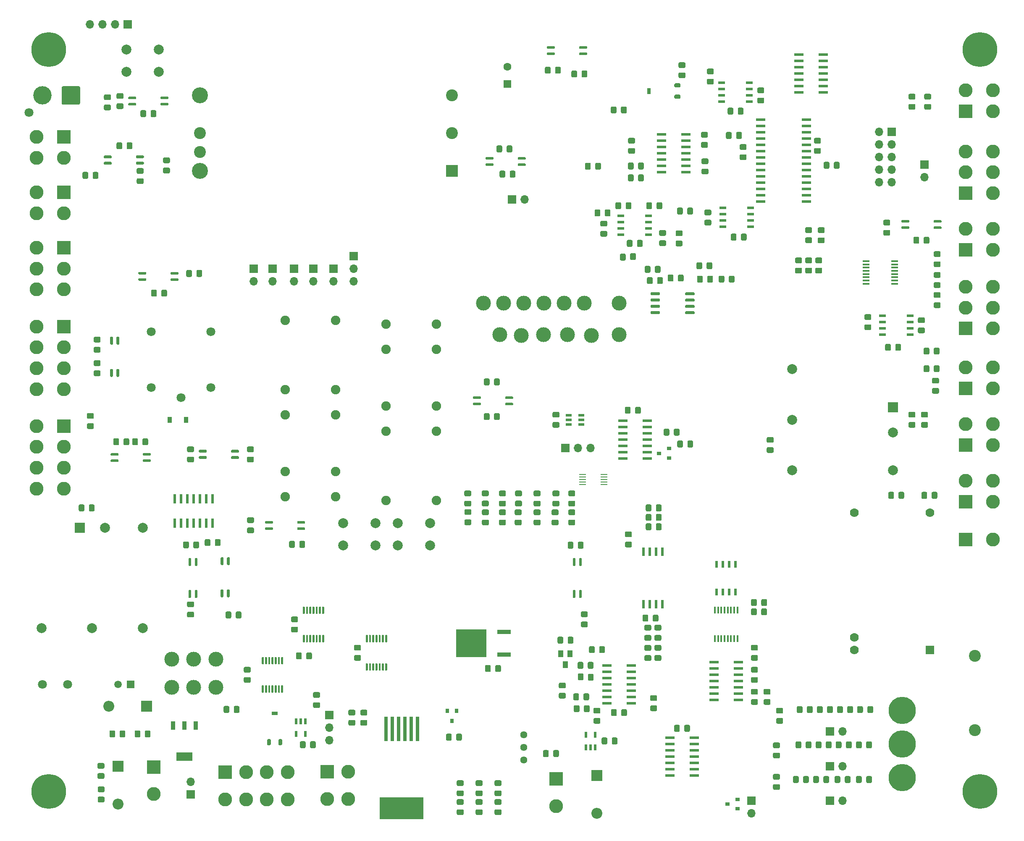
<source format=gbr>
%TF.GenerationSoftware,KiCad,Pcbnew,(5.1.6)-1*%
%TF.CreationDate,2021-04-27T14:52:06-04:00*%
%TF.ProjectId,TSI_Rev.5,5453495f-5265-4762-9e35-2e6b69636164,rev?*%
%TF.SameCoordinates,Original*%
%TF.FileFunction,Soldermask,Top*%
%TF.FilePolarity,Negative*%
%FSLAX46Y46*%
G04 Gerber Fmt 4.6, Leading zero omitted, Abs format (unit mm)*
G04 Created by KiCad (PCBNEW (5.1.6)-1) date 2021-04-27 14:52:06*
%MOMM*%
%LPD*%
G01*
G04 APERTURE LIST*
%ADD10C,2.000000*%
%ADD11R,2.000000X2.000000*%
%ADD12O,1.700000X1.700000*%
%ADD13R,1.700000X1.700000*%
%ADD14R,0.760000X5.000000*%
%ADD15R,8.800000X4.500000*%
%ADD16C,2.800000*%
%ADD17R,2.800000X2.800000*%
%ADD18R,0.762000X1.270000*%
%ADD19R,1.270000X0.762000*%
%ADD20R,0.410000X1.470000*%
%ADD21R,6.090000X5.630000*%
%ADD22R,2.830000X0.970000*%
%ADD23C,1.778000*%
%ADD24R,1.778000X1.778000*%
%ADD25C,3.000000*%
%ADD26C,2.400000*%
%ADD27R,0.900000X1.200000*%
%ADD28R,2.200000X2.200000*%
%ADD29O,2.200000X2.200000*%
%ADD30R,0.590000X1.210000*%
%ADD31C,5.500000*%
%ADD32C,1.808000*%
%ADD33R,1.000000X1.400000*%
%ADD34R,0.900000X0.800000*%
%ADD35R,1.210000X0.580000*%
%ADD36R,1.422400X0.533400*%
%ADD37R,0.590000X1.800000*%
%ADD38R,0.533400X1.422400*%
%ADD39R,1.900000X0.600000*%
%ADD40C,7.000000*%
%ADD41R,1.470000X0.280000*%
%ADD42R,0.600000X1.900000*%
%ADD43R,0.800000X0.900000*%
%ADD44C,1.905000*%
%ADD45C,1.600000*%
%ADD46R,1.600000X1.600000*%
%ADD47C,1.508000*%
%ADD48R,1.508000X1.508000*%
%ADD49C,1.800000*%
%ADD50C,1.440000*%
%ADD51R,3.190000X1.760000*%
%ADD52R,0.940000X1.760000*%
%ADD53C,3.226000*%
%ADD54R,2.400000X2.400000*%
%ADD55R,1.470000X0.410000*%
%ADD56C,3.700000*%
G04 APERTURE END LIST*
%TO.C,U30*%
G36*
G01*
X130466000Y-70495500D02*
X130466000Y-70220500D01*
G75*
G02*
X130603500Y-70083000I137500J0D01*
G01*
X131928500Y-70083000D01*
G75*
G02*
X132066000Y-70220500I0J-137500D01*
G01*
X132066000Y-70495500D01*
G75*
G02*
X131928500Y-70633000I-137500J0D01*
G01*
X130603500Y-70633000D01*
G75*
G02*
X130466000Y-70495500I0J137500D01*
G01*
G37*
G36*
G01*
X130466000Y-71765500D02*
X130466000Y-71490500D01*
G75*
G02*
X130603500Y-71353000I137500J0D01*
G01*
X131928500Y-71353000D01*
G75*
G02*
X132066000Y-71490500I0J-137500D01*
G01*
X132066000Y-71765500D01*
G75*
G02*
X131928500Y-71903000I-137500J0D01*
G01*
X130603500Y-71903000D01*
G75*
G02*
X130466000Y-71765500I0J137500D01*
G01*
G37*
G36*
G01*
X123966000Y-71765500D02*
X123966000Y-71490500D01*
G75*
G02*
X124103500Y-71353000I137500J0D01*
G01*
X125428500Y-71353000D01*
G75*
G02*
X125566000Y-71490500I0J-137500D01*
G01*
X125566000Y-71765500D01*
G75*
G02*
X125428500Y-71903000I-137500J0D01*
G01*
X124103500Y-71903000D01*
G75*
G02*
X123966000Y-71765500I0J137500D01*
G01*
G37*
G36*
G01*
X123966000Y-70495500D02*
X123966000Y-70220500D01*
G75*
G02*
X124103500Y-70083000I137500J0D01*
G01*
X125428500Y-70083000D01*
G75*
G02*
X125566000Y-70220500I0J-137500D01*
G01*
X125566000Y-70495500D01*
G75*
G02*
X125428500Y-70633000I-137500J0D01*
G01*
X124103500Y-70633000D01*
G75*
G02*
X123966000Y-70495500I0J137500D01*
G01*
G37*
%TD*%
%TO.C,R14*%
G36*
G01*
X116782001Y-137109000D02*
X115881999Y-137109000D01*
G75*
G02*
X115632000Y-136859001I0J249999D01*
G01*
X115632000Y-136208999D01*
G75*
G02*
X115881999Y-135959000I249999J0D01*
G01*
X116782001Y-135959000D01*
G75*
G02*
X117032000Y-136208999I0J-249999D01*
G01*
X117032000Y-136859001D01*
G75*
G02*
X116782001Y-137109000I-249999J0D01*
G01*
G37*
G36*
G01*
X116782001Y-135059000D02*
X115881999Y-135059000D01*
G75*
G02*
X115632000Y-134809001I0J249999D01*
G01*
X115632000Y-134158999D01*
G75*
G02*
X115881999Y-133909000I249999J0D01*
G01*
X116782001Y-133909000D01*
G75*
G02*
X117032000Y-134158999I0J-249999D01*
G01*
X117032000Y-134809001D01*
G75*
G02*
X116782001Y-135059000I-249999J0D01*
G01*
G37*
%TD*%
D10*
%TO.C,PS1*%
X126888000Y-157007000D03*
X126888000Y-177307000D03*
X116688000Y-177307000D03*
X106488000Y-177307000D03*
X119288000Y-157007000D03*
D11*
X114188000Y-157007000D03*
%TD*%
D12*
%TO.C,JP12*%
X157353000Y-107315000D03*
D13*
X157353000Y-104775000D03*
%TD*%
D14*
%TO.C,J6*%
X180975000Y-197586000D03*
D15*
X179070000Y-213636000D03*
D14*
X179705000Y-197586000D03*
X178435000Y-197586000D03*
X177165000Y-197586000D03*
X175895000Y-197586000D03*
X182245000Y-197586000D03*
%TD*%
%TO.C,C23*%
G36*
G01*
X267338500Y-83496999D02*
X267338500Y-84397001D01*
G75*
G02*
X267088501Y-84647000I-249999J0D01*
G01*
X266438499Y-84647000D01*
G75*
G02*
X266188500Y-84397001I0J249999D01*
G01*
X266188500Y-83496999D01*
G75*
G02*
X266438499Y-83247000I249999J0D01*
G01*
X267088501Y-83247000D01*
G75*
G02*
X267338500Y-83496999I0J-249999D01*
G01*
G37*
G36*
G01*
X265288500Y-83496999D02*
X265288500Y-84397001D01*
G75*
G02*
X265038501Y-84647000I-249999J0D01*
G01*
X264388499Y-84647000D01*
G75*
G02*
X264138500Y-84397001I0J249999D01*
G01*
X264138500Y-83496999D01*
G75*
G02*
X264388499Y-83247000I249999J0D01*
G01*
X265038501Y-83247000D01*
G75*
G02*
X265288500Y-83496999I0J-249999D01*
G01*
G37*
%TD*%
%TO.C,R3*%
G36*
G01*
X202180999Y-151571000D02*
X203081001Y-151571000D01*
G75*
G02*
X203331000Y-151820999I0J-249999D01*
G01*
X203331000Y-152471001D01*
G75*
G02*
X203081001Y-152721000I-249999J0D01*
G01*
X202180999Y-152721000D01*
G75*
G02*
X201931000Y-152471001I0J249999D01*
G01*
X201931000Y-151820999D01*
G75*
G02*
X202180999Y-151571000I249999J0D01*
G01*
G37*
G36*
G01*
X202180999Y-149521000D02*
X203081001Y-149521000D01*
G75*
G02*
X203331000Y-149770999I0J-249999D01*
G01*
X203331000Y-150421001D01*
G75*
G02*
X203081001Y-150671000I-249999J0D01*
G01*
X202180999Y-150671000D01*
G75*
G02*
X201931000Y-150421001I0J249999D01*
G01*
X201931000Y-149770999D01*
G75*
G02*
X202180999Y-149521000I249999J0D01*
G01*
G37*
%TD*%
D16*
%TO.C,J20*%
X298235000Y-108440000D03*
X298235000Y-112640000D03*
X298235000Y-116840000D03*
X292735000Y-108440000D03*
X292735000Y-112640000D03*
D17*
X292735000Y-116840000D03*
%TD*%
%TO.C,RV2*%
G36*
G01*
X234035600Y-68021200D02*
X234035600Y-67614800D01*
G75*
G02*
X234238800Y-67411600I203200J0D01*
G01*
X235102400Y-67411600D01*
G75*
G02*
X235305600Y-67614800I0J-203200D01*
G01*
X235305600Y-68021200D01*
G75*
G02*
X235102400Y-68224400I-203200J0D01*
G01*
X234238800Y-68224400D01*
G75*
G02*
X234035600Y-68021200I0J203200D01*
G01*
G37*
G36*
G01*
X234035600Y-70307200D02*
X234035600Y-69900800D01*
G75*
G02*
X234238800Y-69697600I203200J0D01*
G01*
X235102400Y-69697600D01*
G75*
G02*
X235305600Y-69900800I0J-203200D01*
G01*
X235305600Y-70307200D01*
G75*
G02*
X235102400Y-70510400I-203200J0D01*
G01*
X234238800Y-70510400D01*
G75*
G02*
X234035600Y-70307200I0J203200D01*
G01*
G37*
D18*
X228879400Y-68961000D03*
%TD*%
D19*
%TO.C,RV3*%
X153467000Y-194487400D03*
G36*
G01*
X152120800Y-199643600D02*
X152527200Y-199643600D01*
G75*
G02*
X152730400Y-199846800I0J-203200D01*
G01*
X152730400Y-200710400D01*
G75*
G02*
X152527200Y-200913600I-203200J0D01*
G01*
X152120800Y-200913600D01*
G75*
G02*
X151917600Y-200710400I0J203200D01*
G01*
X151917600Y-199846800D01*
G75*
G02*
X152120800Y-199643600I203200J0D01*
G01*
G37*
G36*
G01*
X154406800Y-199643600D02*
X154813200Y-199643600D01*
G75*
G02*
X155016400Y-199846800I0J-203200D01*
G01*
X155016400Y-200710400D01*
G75*
G02*
X154813200Y-200913600I-203200J0D01*
G01*
X154406800Y-200913600D01*
G75*
G02*
X154203600Y-200710400I0J203200D01*
G01*
X154203600Y-199846800D01*
G75*
G02*
X154406800Y-199643600I203200J0D01*
G01*
G37*
%TD*%
%TO.C,C34*%
G36*
G01*
X281489999Y-135705000D02*
X282390001Y-135705000D01*
G75*
G02*
X282640000Y-135954999I0J-249999D01*
G01*
X282640000Y-136605001D01*
G75*
G02*
X282390001Y-136855000I-249999J0D01*
G01*
X281489999Y-136855000D01*
G75*
G02*
X281240000Y-136605001I0J249999D01*
G01*
X281240000Y-135954999D01*
G75*
G02*
X281489999Y-135705000I249999J0D01*
G01*
G37*
G36*
G01*
X281489999Y-133655000D02*
X282390001Y-133655000D01*
G75*
G02*
X282640000Y-133904999I0J-249999D01*
G01*
X282640000Y-134555001D01*
G75*
G02*
X282390001Y-134805000I-249999J0D01*
G01*
X281489999Y-134805000D01*
G75*
G02*
X281240000Y-134555001I0J249999D01*
G01*
X281240000Y-133904999D01*
G75*
G02*
X281489999Y-133655000I249999J0D01*
G01*
G37*
%TD*%
D11*
%TO.C,U38*%
X278120000Y-132755000D03*
D10*
X278120000Y-137855000D03*
X257820000Y-125055000D03*
X257820000Y-135255000D03*
X257820000Y-145455000D03*
X278120000Y-145455000D03*
%TD*%
D17*
%TO.C,J11*%
X292735000Y-140335000D03*
D16*
X292735000Y-136135000D03*
X298235000Y-140335000D03*
X298235000Y-136135000D03*
%TD*%
D20*
%TO.C,U25*%
X242200000Y-173660000D03*
X242850000Y-173660000D03*
X243500000Y-173660000D03*
X244150000Y-173660000D03*
X244800000Y-173660000D03*
X245450000Y-173660000D03*
X246100000Y-173660000D03*
X246750000Y-173660000D03*
X246750000Y-179400000D03*
X246100000Y-179400000D03*
X245450000Y-179400000D03*
X244800000Y-179400000D03*
X244150000Y-179400000D03*
X243500000Y-179400000D03*
X242850000Y-179400000D03*
X242200000Y-179400000D03*
%TD*%
%TO.C,R66*%
G36*
G01*
X253180001Y-190685000D02*
X252279999Y-190685000D01*
G75*
G02*
X252030000Y-190435001I0J249999D01*
G01*
X252030000Y-189784999D01*
G75*
G02*
X252279999Y-189535000I249999J0D01*
G01*
X253180001Y-189535000D01*
G75*
G02*
X253430000Y-189784999I0J-249999D01*
G01*
X253430000Y-190435001D01*
G75*
G02*
X253180001Y-190685000I-249999J0D01*
G01*
G37*
G36*
G01*
X253180001Y-192735000D02*
X252279999Y-192735000D01*
G75*
G02*
X252030000Y-192485001I0J249999D01*
G01*
X252030000Y-191834999D01*
G75*
G02*
X252279999Y-191585000I249999J0D01*
G01*
X253180001Y-191585000D01*
G75*
G02*
X253430000Y-191834999I0J-249999D01*
G01*
X253430000Y-192485001D01*
G75*
G02*
X253180001Y-192735000I-249999J0D01*
G01*
G37*
%TD*%
D13*
%TO.C,JP3*%
X284480000Y-83820000D03*
D12*
X284480000Y-86360000D03*
%TD*%
D21*
%TO.C,U10*%
X193070000Y-180340000D03*
D22*
X199720000Y-178050000D03*
X199720000Y-182630000D03*
%TD*%
%TO.C,R16*%
G36*
G01*
X255720001Y-196545000D02*
X254819999Y-196545000D01*
G75*
G02*
X254570000Y-196295001I0J249999D01*
G01*
X254570000Y-195644999D01*
G75*
G02*
X254819999Y-195395000I249999J0D01*
G01*
X255720001Y-195395000D01*
G75*
G02*
X255970000Y-195644999I0J-249999D01*
G01*
X255970000Y-196295001D01*
G75*
G02*
X255720001Y-196545000I-249999J0D01*
G01*
G37*
G36*
G01*
X255720001Y-194495000D02*
X254819999Y-194495000D01*
G75*
G02*
X254570000Y-194245001I0J249999D01*
G01*
X254570000Y-193594999D01*
G75*
G02*
X254819999Y-193345000I249999J0D01*
G01*
X255720001Y-193345000D01*
G75*
G02*
X255970000Y-193594999I0J-249999D01*
G01*
X255970000Y-194245001D01*
G75*
G02*
X255720001Y-194495000I-249999J0D01*
G01*
G37*
%TD*%
D23*
%TO.C,U1*%
X285598000Y-153949000D03*
X270358000Y-153949000D03*
X270358000Y-179095000D03*
X270358000Y-181635000D03*
D24*
X285598000Y-181635000D03*
%TD*%
D25*
%TO.C,TP11*%
X215900000Y-111760000D03*
%TD*%
%TO.C,TP10*%
X198882000Y-118110000D03*
%TD*%
%TO.C,C2*%
G36*
G01*
X113970000Y-153485001D02*
X113970000Y-152584999D01*
G75*
G02*
X114219999Y-152335000I249999J0D01*
G01*
X114870001Y-152335000D01*
G75*
G02*
X115120000Y-152584999I0J-249999D01*
G01*
X115120000Y-153485001D01*
G75*
G02*
X114870001Y-153735000I-249999J0D01*
G01*
X114219999Y-153735000D01*
G75*
G02*
X113970000Y-153485001I0J249999D01*
G01*
G37*
G36*
G01*
X116020000Y-153485001D02*
X116020000Y-152584999D01*
G75*
G02*
X116269999Y-152335000I249999J0D01*
G01*
X116920001Y-152335000D01*
G75*
G02*
X117170000Y-152584999I0J-249999D01*
G01*
X117170000Y-153485001D01*
G75*
G02*
X116920001Y-153735000I-249999J0D01*
G01*
X116269999Y-153735000D01*
G75*
G02*
X116020000Y-153485001I0J249999D01*
G01*
G37*
%TD*%
%TO.C,C3*%
G36*
G01*
X247465000Y-98875001D02*
X247465000Y-97974999D01*
G75*
G02*
X247714999Y-97725000I249999J0D01*
G01*
X248365001Y-97725000D01*
G75*
G02*
X248615000Y-97974999I0J-249999D01*
G01*
X248615000Y-98875001D01*
G75*
G02*
X248365001Y-99125000I-249999J0D01*
G01*
X247714999Y-99125000D01*
G75*
G02*
X247465000Y-98875001I0J249999D01*
G01*
G37*
G36*
G01*
X245415000Y-98875001D02*
X245415000Y-97974999D01*
G75*
G02*
X245664999Y-97725000I249999J0D01*
G01*
X246315001Y-97725000D01*
G75*
G02*
X246565000Y-97974999I0J-249999D01*
G01*
X246565000Y-98875001D01*
G75*
G02*
X246315001Y-99125000I-249999J0D01*
G01*
X245664999Y-99125000D01*
G75*
G02*
X245415000Y-98875001I0J249999D01*
G01*
G37*
%TD*%
%TO.C,C6*%
G36*
G01*
X287470001Y-110675000D02*
X286569999Y-110675000D01*
G75*
G02*
X286320000Y-110425001I0J249999D01*
G01*
X286320000Y-109774999D01*
G75*
G02*
X286569999Y-109525000I249999J0D01*
G01*
X287470001Y-109525000D01*
G75*
G02*
X287720000Y-109774999I0J-249999D01*
G01*
X287720000Y-110425001D01*
G75*
G02*
X287470001Y-110675000I-249999J0D01*
G01*
G37*
G36*
G01*
X287470001Y-112725000D02*
X286569999Y-112725000D01*
G75*
G02*
X286320000Y-112475001I0J249999D01*
G01*
X286320000Y-111824999D01*
G75*
G02*
X286569999Y-111575000I249999J0D01*
G01*
X287470001Y-111575000D01*
G75*
G02*
X287720000Y-111824999I0J-249999D01*
G01*
X287720000Y-112475001D01*
G75*
G02*
X287470001Y-112725000I-249999J0D01*
G01*
G37*
%TD*%
%TO.C,C7*%
G36*
G01*
X261562001Y-105740000D02*
X260661999Y-105740000D01*
G75*
G02*
X260412000Y-105490001I0J249999D01*
G01*
X260412000Y-104839999D01*
G75*
G02*
X260661999Y-104590000I249999J0D01*
G01*
X261562001Y-104590000D01*
G75*
G02*
X261812000Y-104839999I0J-249999D01*
G01*
X261812000Y-105490001D01*
G75*
G02*
X261562001Y-105740000I-249999J0D01*
G01*
G37*
G36*
G01*
X261562001Y-103690000D02*
X260661999Y-103690000D01*
G75*
G02*
X260412000Y-103440001I0J249999D01*
G01*
X260412000Y-102789999D01*
G75*
G02*
X260661999Y-102540000I249999J0D01*
G01*
X261562001Y-102540000D01*
G75*
G02*
X261812000Y-102789999I0J-249999D01*
G01*
X261812000Y-103440001D01*
G75*
G02*
X261562001Y-103690000I-249999J0D01*
G01*
G37*
%TD*%
%TO.C,C8*%
G36*
G01*
X219373999Y-95127100D02*
X220274001Y-95127100D01*
G75*
G02*
X220524000Y-95377099I0J-249999D01*
G01*
X220524000Y-96027101D01*
G75*
G02*
X220274001Y-96277100I-249999J0D01*
G01*
X219373999Y-96277100D01*
G75*
G02*
X219124000Y-96027101I0J249999D01*
G01*
X219124000Y-95377099D01*
G75*
G02*
X219373999Y-95127100I249999J0D01*
G01*
G37*
G36*
G01*
X219373999Y-97177100D02*
X220274001Y-97177100D01*
G75*
G02*
X220524000Y-97427099I0J-249999D01*
G01*
X220524000Y-98077101D01*
G75*
G02*
X220274001Y-98327100I-249999J0D01*
G01*
X219373999Y-98327100D01*
G75*
G02*
X219124000Y-98077101I0J249999D01*
G01*
X219124000Y-97427099D01*
G75*
G02*
X219373999Y-97177100I249999J0D01*
G01*
G37*
%TD*%
%TO.C,C10*%
G36*
G01*
X230574000Y-107638001D02*
X230574000Y-106737999D01*
G75*
G02*
X230823999Y-106488000I249999J0D01*
G01*
X231474001Y-106488000D01*
G75*
G02*
X231724000Y-106737999I0J-249999D01*
G01*
X231724000Y-107638001D01*
G75*
G02*
X231474001Y-107888000I-249999J0D01*
G01*
X230823999Y-107888000D01*
G75*
G02*
X230574000Y-107638001I0J249999D01*
G01*
G37*
G36*
G01*
X228524000Y-107638001D02*
X228524000Y-106737999D01*
G75*
G02*
X228773999Y-106488000I249999J0D01*
G01*
X229424001Y-106488000D01*
G75*
G02*
X229674000Y-106737999I0J-249999D01*
G01*
X229674000Y-107638001D01*
G75*
G02*
X229424001Y-107888000I-249999J0D01*
G01*
X228773999Y-107888000D01*
G75*
G02*
X228524000Y-107638001I0J249999D01*
G01*
G37*
%TD*%
%TO.C,C11*%
G36*
G01*
X227660000Y-99244999D02*
X227660000Y-100145001D01*
G75*
G02*
X227410001Y-100395000I-249999J0D01*
G01*
X226759999Y-100395000D01*
G75*
G02*
X226510000Y-100145001I0J249999D01*
G01*
X226510000Y-99244999D01*
G75*
G02*
X226759999Y-98995000I249999J0D01*
G01*
X227410001Y-98995000D01*
G75*
G02*
X227660000Y-99244999I0J-249999D01*
G01*
G37*
G36*
G01*
X225610000Y-99244999D02*
X225610000Y-100145001D01*
G75*
G02*
X225360001Y-100395000I-249999J0D01*
G01*
X224709999Y-100395000D01*
G75*
G02*
X224460000Y-100145001I0J249999D01*
G01*
X224460000Y-99244999D01*
G75*
G02*
X224709999Y-98995000I249999J0D01*
G01*
X225360001Y-98995000D01*
G75*
G02*
X225610000Y-99244999I0J-249999D01*
G01*
G37*
%TD*%
%TO.C,C12*%
G36*
G01*
X199085000Y-184969999D02*
X199085000Y-185870001D01*
G75*
G02*
X198835001Y-186120000I-249999J0D01*
G01*
X198184999Y-186120000D01*
G75*
G02*
X197935000Y-185870001I0J249999D01*
G01*
X197935000Y-184969999D01*
G75*
G02*
X198184999Y-184720000I249999J0D01*
G01*
X198835001Y-184720000D01*
G75*
G02*
X199085000Y-184969999I0J-249999D01*
G01*
G37*
G36*
G01*
X197035000Y-184969999D02*
X197035000Y-185870001D01*
G75*
G02*
X196785001Y-186120000I-249999J0D01*
G01*
X196134999Y-186120000D01*
G75*
G02*
X195885000Y-185870001I0J249999D01*
G01*
X195885000Y-184969999D01*
G75*
G02*
X196134999Y-184720000I249999J0D01*
G01*
X196785001Y-184720000D01*
G75*
G02*
X197035000Y-184969999I0J-249999D01*
G01*
G37*
%TD*%
D26*
%TO.C,C14*%
X294640000Y-182880000D03*
X294640000Y-197880000D03*
%TD*%
%TO.C,C15*%
G36*
G01*
X231225999Y-99061800D02*
X232126001Y-99061800D01*
G75*
G02*
X232376000Y-99311799I0J-249999D01*
G01*
X232376000Y-99961801D01*
G75*
G02*
X232126001Y-100211800I-249999J0D01*
G01*
X231225999Y-100211800D01*
G75*
G02*
X230976000Y-99961801I0J249999D01*
G01*
X230976000Y-99311799D01*
G75*
G02*
X231225999Y-99061800I249999J0D01*
G01*
G37*
G36*
G01*
X231225999Y-97011800D02*
X232126001Y-97011800D01*
G75*
G02*
X232376000Y-97261799I0J-249999D01*
G01*
X232376000Y-97911801D01*
G75*
G02*
X232126001Y-98161800I-249999J0D01*
G01*
X231225999Y-98161800D01*
G75*
G02*
X230976000Y-97911801I0J249999D01*
G01*
X230976000Y-97261799D01*
G75*
G02*
X231225999Y-97011800I249999J0D01*
G01*
G37*
%TD*%
%TO.C,C16*%
G36*
G01*
X219237000Y-83681999D02*
X219237000Y-84582001D01*
G75*
G02*
X218987001Y-84832000I-249999J0D01*
G01*
X218336999Y-84832000D01*
G75*
G02*
X218087000Y-84582001I0J249999D01*
G01*
X218087000Y-83681999D01*
G75*
G02*
X218336999Y-83432000I249999J0D01*
G01*
X218987001Y-83432000D01*
G75*
G02*
X219237000Y-83681999I0J-249999D01*
G01*
G37*
G36*
G01*
X217187000Y-83681999D02*
X217187000Y-84582001D01*
G75*
G02*
X216937001Y-84832000I-249999J0D01*
G01*
X216286999Y-84832000D01*
G75*
G02*
X216037000Y-84582001I0J249999D01*
G01*
X216037000Y-83681999D01*
G75*
G02*
X216286999Y-83432000I249999J0D01*
G01*
X216937001Y-83432000D01*
G75*
G02*
X217187000Y-83681999I0J-249999D01*
G01*
G37*
%TD*%
%TO.C,C17*%
G36*
G01*
X279215000Y-150945001D02*
X279215000Y-150044999D01*
G75*
G02*
X279464999Y-149795000I249999J0D01*
G01*
X280115001Y-149795000D01*
G75*
G02*
X280365000Y-150044999I0J-249999D01*
G01*
X280365000Y-150945001D01*
G75*
G02*
X280115001Y-151195000I-249999J0D01*
G01*
X279464999Y-151195000D01*
G75*
G02*
X279215000Y-150945001I0J249999D01*
G01*
G37*
G36*
G01*
X277165000Y-150945001D02*
X277165000Y-150044999D01*
G75*
G02*
X277414999Y-149795000I249999J0D01*
G01*
X278065001Y-149795000D01*
G75*
G02*
X278315000Y-150044999I0J-249999D01*
G01*
X278315000Y-150945001D01*
G75*
G02*
X278065001Y-151195000I-249999J0D01*
G01*
X277414999Y-151195000D01*
G75*
G02*
X277165000Y-150945001I0J249999D01*
G01*
G37*
%TD*%
%TO.C,C18*%
G36*
G01*
X132123601Y-83513400D02*
X131223599Y-83513400D01*
G75*
G02*
X130973600Y-83263401I0J249999D01*
G01*
X130973600Y-82613399D01*
G75*
G02*
X131223599Y-82363400I249999J0D01*
G01*
X132123601Y-82363400D01*
G75*
G02*
X132373600Y-82613399I0J-249999D01*
G01*
X132373600Y-83263401D01*
G75*
G02*
X132123601Y-83513400I-249999J0D01*
G01*
G37*
G36*
G01*
X132123601Y-85563400D02*
X131223599Y-85563400D01*
G75*
G02*
X130973600Y-85313401I0J249999D01*
G01*
X130973600Y-84663399D01*
G75*
G02*
X131223599Y-84413400I249999J0D01*
G01*
X132123601Y-84413400D01*
G75*
G02*
X132373600Y-84663399I0J-249999D01*
G01*
X132373600Y-85313401D01*
G75*
G02*
X132123601Y-85563400I-249999J0D01*
G01*
G37*
%TD*%
%TO.C,C19*%
G36*
G01*
X286237999Y-126792000D02*
X287138001Y-126792000D01*
G75*
G02*
X287388000Y-127041999I0J-249999D01*
G01*
X287388000Y-127692001D01*
G75*
G02*
X287138001Y-127942000I-249999J0D01*
G01*
X286237999Y-127942000D01*
G75*
G02*
X285988000Y-127692001I0J249999D01*
G01*
X285988000Y-127041999D01*
G75*
G02*
X286237999Y-126792000I249999J0D01*
G01*
G37*
G36*
G01*
X286237999Y-128842000D02*
X287138001Y-128842000D01*
G75*
G02*
X287388000Y-129091999I0J-249999D01*
G01*
X287388000Y-129742001D01*
G75*
G02*
X287138001Y-129992000I-249999J0D01*
G01*
X286237999Y-129992000D01*
G75*
G02*
X285988000Y-129742001I0J249999D01*
G01*
X285988000Y-129091999D01*
G75*
G02*
X286237999Y-128842000I249999J0D01*
G01*
G37*
%TD*%
%TO.C,C20*%
G36*
G01*
X235135000Y-197034999D02*
X235135000Y-197935001D01*
G75*
G02*
X234885001Y-198185000I-249999J0D01*
G01*
X234234999Y-198185000D01*
G75*
G02*
X233985000Y-197935001I0J249999D01*
G01*
X233985000Y-197034999D01*
G75*
G02*
X234234999Y-196785000I249999J0D01*
G01*
X234885001Y-196785000D01*
G75*
G02*
X235135000Y-197034999I0J-249999D01*
G01*
G37*
G36*
G01*
X237185000Y-197034999D02*
X237185000Y-197935001D01*
G75*
G02*
X236935001Y-198185000I-249999J0D01*
G01*
X236284999Y-198185000D01*
G75*
G02*
X236035000Y-197935001I0J249999D01*
G01*
X236035000Y-197034999D01*
G75*
G02*
X236284999Y-196785000I249999J0D01*
G01*
X236935001Y-196785000D01*
G75*
G02*
X237185000Y-197034999I0J-249999D01*
G01*
G37*
%TD*%
%TO.C,C21*%
G36*
G01*
X223335000Y-194760001D02*
X223335000Y-193859999D01*
G75*
G02*
X223584999Y-193610000I249999J0D01*
G01*
X224235001Y-193610000D01*
G75*
G02*
X224485000Y-193859999I0J-249999D01*
G01*
X224485000Y-194760001D01*
G75*
G02*
X224235001Y-195010000I-249999J0D01*
G01*
X223584999Y-195010000D01*
G75*
G02*
X223335000Y-194760001I0J249999D01*
G01*
G37*
G36*
G01*
X221285000Y-194760001D02*
X221285000Y-193859999D01*
G75*
G02*
X221534999Y-193610000I249999J0D01*
G01*
X222185001Y-193610000D01*
G75*
G02*
X222435000Y-193859999I0J-249999D01*
G01*
X222435000Y-194760001D01*
G75*
G02*
X222185001Y-195010000I-249999J0D01*
G01*
X221534999Y-195010000D01*
G75*
G02*
X221285000Y-194760001I0J249999D01*
G01*
G37*
%TD*%
%TO.C,C22*%
G36*
G01*
X245930000Y-72574999D02*
X245930000Y-73475001D01*
G75*
G02*
X245680001Y-73725000I-249999J0D01*
G01*
X245029999Y-73725000D01*
G75*
G02*
X244780000Y-73475001I0J249999D01*
G01*
X244780000Y-72574999D01*
G75*
G02*
X245029999Y-72325000I249999J0D01*
G01*
X245680001Y-72325000D01*
G75*
G02*
X245930000Y-72574999I0J-249999D01*
G01*
G37*
G36*
G01*
X247980000Y-72574999D02*
X247980000Y-73475001D01*
G75*
G02*
X247730001Y-73725000I-249999J0D01*
G01*
X247079999Y-73725000D01*
G75*
G02*
X246830000Y-73475001I0J249999D01*
G01*
X246830000Y-72574999D01*
G75*
G02*
X247079999Y-72325000I249999J0D01*
G01*
X247730001Y-72325000D01*
G75*
G02*
X247980000Y-72574999I0J-249999D01*
G01*
G37*
%TD*%
%TO.C,C24*%
G36*
G01*
X248354001Y-80830000D02*
X247453999Y-80830000D01*
G75*
G02*
X247204000Y-80580001I0J249999D01*
G01*
X247204000Y-79929999D01*
G75*
G02*
X247453999Y-79680000I249999J0D01*
G01*
X248354001Y-79680000D01*
G75*
G02*
X248604000Y-79929999I0J-249999D01*
G01*
X248604000Y-80580001D01*
G75*
G02*
X248354001Y-80830000I-249999J0D01*
G01*
G37*
G36*
G01*
X248354001Y-82880000D02*
X247453999Y-82880000D01*
G75*
G02*
X247204000Y-82630001I0J249999D01*
G01*
X247204000Y-81979999D01*
G75*
G02*
X247453999Y-81730000I249999J0D01*
G01*
X248354001Y-81730000D01*
G75*
G02*
X248604000Y-81979999I0J-249999D01*
G01*
X248604000Y-82630001D01*
G75*
G02*
X248354001Y-82880000I-249999J0D01*
G01*
G37*
%TD*%
%TO.C,C25*%
G36*
G01*
X236670000Y-140594501D02*
X236670000Y-139694499D01*
G75*
G02*
X236919999Y-139444500I249999J0D01*
G01*
X237570001Y-139444500D01*
G75*
G02*
X237820000Y-139694499I0J-249999D01*
G01*
X237820000Y-140594501D01*
G75*
G02*
X237570001Y-140844500I-249999J0D01*
G01*
X236919999Y-140844500D01*
G75*
G02*
X236670000Y-140594501I0J249999D01*
G01*
G37*
G36*
G01*
X234620000Y-140594501D02*
X234620000Y-139694499D01*
G75*
G02*
X234869999Y-139444500I249999J0D01*
G01*
X235520001Y-139444500D01*
G75*
G02*
X235770000Y-139694499I0J-249999D01*
G01*
X235770000Y-140594501D01*
G75*
G02*
X235520001Y-140844500I-249999J0D01*
G01*
X234869999Y-140844500D01*
G75*
G02*
X234620000Y-140594501I0J249999D01*
G01*
G37*
%TD*%
%TO.C,C26*%
G36*
G01*
X225220000Y-132899999D02*
X225220000Y-133800001D01*
G75*
G02*
X224970001Y-134050000I-249999J0D01*
G01*
X224319999Y-134050000D01*
G75*
G02*
X224070000Y-133800001I0J249999D01*
G01*
X224070000Y-132899999D01*
G75*
G02*
X224319999Y-132650000I249999J0D01*
G01*
X224970001Y-132650000D01*
G75*
G02*
X225220000Y-132899999I0J-249999D01*
G01*
G37*
G36*
G01*
X227270000Y-132899999D02*
X227270000Y-133800001D01*
G75*
G02*
X227020001Y-134050000I-249999J0D01*
G01*
X226369999Y-134050000D01*
G75*
G02*
X226120000Y-133800001I0J249999D01*
G01*
X226120000Y-132899999D01*
G75*
G02*
X226369999Y-132650000I249999J0D01*
G01*
X227020001Y-132650000D01*
G75*
G02*
X227270000Y-132899999I0J-249999D01*
G01*
G37*
%TD*%
%TO.C,C27*%
G36*
G01*
X114741000Y-86429001D02*
X114741000Y-85528999D01*
G75*
G02*
X114990999Y-85279000I249999J0D01*
G01*
X115641001Y-85279000D01*
G75*
G02*
X115891000Y-85528999I0J-249999D01*
G01*
X115891000Y-86429001D01*
G75*
G02*
X115641001Y-86679000I-249999J0D01*
G01*
X114990999Y-86679000D01*
G75*
G02*
X114741000Y-86429001I0J249999D01*
G01*
G37*
G36*
G01*
X116791000Y-86429001D02*
X116791000Y-85528999D01*
G75*
G02*
X117040999Y-85279000I249999J0D01*
G01*
X117691001Y-85279000D01*
G75*
G02*
X117941000Y-85528999I0J-249999D01*
G01*
X117941000Y-86429001D01*
G75*
G02*
X117691001Y-86679000I-249999J0D01*
G01*
X117040999Y-86679000D01*
G75*
G02*
X116791000Y-86429001I0J249999D01*
G01*
G37*
%TD*%
%TO.C,C30*%
G36*
G01*
X229420000Y-156394999D02*
X229420000Y-157295001D01*
G75*
G02*
X229170001Y-157545000I-249999J0D01*
G01*
X228519999Y-157545000D01*
G75*
G02*
X228270000Y-157295001I0J249999D01*
G01*
X228270000Y-156394999D01*
G75*
G02*
X228519999Y-156145000I249999J0D01*
G01*
X229170001Y-156145000D01*
G75*
G02*
X229420000Y-156394999I0J-249999D01*
G01*
G37*
G36*
G01*
X231470000Y-156394999D02*
X231470000Y-157295001D01*
G75*
G02*
X231220001Y-157545000I-249999J0D01*
G01*
X230569999Y-157545000D01*
G75*
G02*
X230320000Y-157295001I0J249999D01*
G01*
X230320000Y-156394999D01*
G75*
G02*
X230569999Y-156145000I249999J0D01*
G01*
X231220001Y-156145000D01*
G75*
G02*
X231470000Y-156394999I0J-249999D01*
G01*
G37*
%TD*%
%TO.C,C32*%
G36*
G01*
X225240001Y-160985000D02*
X224339999Y-160985000D01*
G75*
G02*
X224090000Y-160735001I0J249999D01*
G01*
X224090000Y-160084999D01*
G75*
G02*
X224339999Y-159835000I249999J0D01*
G01*
X225240001Y-159835000D01*
G75*
G02*
X225490000Y-160084999I0J-249999D01*
G01*
X225490000Y-160735001D01*
G75*
G02*
X225240001Y-160985000I-249999J0D01*
G01*
G37*
G36*
G01*
X225240001Y-158935000D02*
X224339999Y-158935000D01*
G75*
G02*
X224090000Y-158685001I0J249999D01*
G01*
X224090000Y-158034999D01*
G75*
G02*
X224339999Y-157785000I249999J0D01*
G01*
X225240001Y-157785000D01*
G75*
G02*
X225490000Y-158034999I0J-249999D01*
G01*
X225490000Y-158685001D01*
G75*
G02*
X225240001Y-158935000I-249999J0D01*
G01*
G37*
%TD*%
%TO.C,C35*%
G36*
G01*
X228785000Y-174809999D02*
X228785000Y-175710001D01*
G75*
G02*
X228535001Y-175960000I-249999J0D01*
G01*
X227884999Y-175960000D01*
G75*
G02*
X227635000Y-175710001I0J249999D01*
G01*
X227635000Y-174809999D01*
G75*
G02*
X227884999Y-174560000I249999J0D01*
G01*
X228535001Y-174560000D01*
G75*
G02*
X228785000Y-174809999I0J-249999D01*
G01*
G37*
G36*
G01*
X230835000Y-174809999D02*
X230835000Y-175710001D01*
G75*
G02*
X230585001Y-175960000I-249999J0D01*
G01*
X229934999Y-175960000D01*
G75*
G02*
X229685000Y-175710001I0J249999D01*
G01*
X229685000Y-174809999D01*
G75*
G02*
X229934999Y-174560000I249999J0D01*
G01*
X230585001Y-174560000D01*
G75*
G02*
X230835000Y-174809999I0J-249999D01*
G01*
G37*
%TD*%
%TO.C,C41*%
G36*
G01*
X229152001Y-183879000D02*
X228251999Y-183879000D01*
G75*
G02*
X228002000Y-183629001I0J249999D01*
G01*
X228002000Y-182978999D01*
G75*
G02*
X228251999Y-182729000I249999J0D01*
G01*
X229152001Y-182729000D01*
G75*
G02*
X229402000Y-182978999I0J-249999D01*
G01*
X229402000Y-183629001D01*
G75*
G02*
X229152001Y-183879000I-249999J0D01*
G01*
G37*
G36*
G01*
X229152001Y-181829000D02*
X228251999Y-181829000D01*
G75*
G02*
X228002000Y-181579001I0J249999D01*
G01*
X228002000Y-180928999D01*
G75*
G02*
X228251999Y-180679000I249999J0D01*
G01*
X229152001Y-180679000D01*
G75*
G02*
X229402000Y-180928999I0J-249999D01*
G01*
X229402000Y-181579001D01*
G75*
G02*
X229152001Y-181829000I-249999J0D01*
G01*
G37*
%TD*%
%TO.C,C40*%
G36*
G01*
X250640001Y-190685000D02*
X249739999Y-190685000D01*
G75*
G02*
X249490000Y-190435001I0J249999D01*
G01*
X249490000Y-189784999D01*
G75*
G02*
X249739999Y-189535000I249999J0D01*
G01*
X250640001Y-189535000D01*
G75*
G02*
X250890000Y-189784999I0J-249999D01*
G01*
X250890000Y-190435001D01*
G75*
G02*
X250640001Y-190685000I-249999J0D01*
G01*
G37*
G36*
G01*
X250640001Y-192735000D02*
X249739999Y-192735000D01*
G75*
G02*
X249490000Y-192485001I0J249999D01*
G01*
X249490000Y-191834999D01*
G75*
G02*
X249739999Y-191585000I249999J0D01*
G01*
X250640001Y-191585000D01*
G75*
G02*
X250890000Y-191834999I0J-249999D01*
G01*
X250890000Y-192485001D01*
G75*
G02*
X250640001Y-192735000I-249999J0D01*
G01*
G37*
%TD*%
%TO.C,C38*%
G36*
G01*
X249739999Y-185090000D02*
X250640001Y-185090000D01*
G75*
G02*
X250890000Y-185339999I0J-249999D01*
G01*
X250890000Y-185990001D01*
G75*
G02*
X250640001Y-186240000I-249999J0D01*
G01*
X249739999Y-186240000D01*
G75*
G02*
X249490000Y-185990001I0J249999D01*
G01*
X249490000Y-185339999D01*
G75*
G02*
X249739999Y-185090000I249999J0D01*
G01*
G37*
G36*
G01*
X249739999Y-187140000D02*
X250640001Y-187140000D01*
G75*
G02*
X250890000Y-187389999I0J-249999D01*
G01*
X250890000Y-188040001D01*
G75*
G02*
X250640001Y-188290000I-249999J0D01*
G01*
X249739999Y-188290000D01*
G75*
G02*
X249490000Y-188040001I0J249999D01*
G01*
X249490000Y-187389999D01*
G75*
G02*
X249739999Y-187140000I249999J0D01*
G01*
G37*
%TD*%
%TO.C,C37*%
G36*
G01*
X170630001Y-183845000D02*
X169729999Y-183845000D01*
G75*
G02*
X169480000Y-183595001I0J249999D01*
G01*
X169480000Y-182944999D01*
G75*
G02*
X169729999Y-182695000I249999J0D01*
G01*
X170630001Y-182695000D01*
G75*
G02*
X170880000Y-182944999I0J-249999D01*
G01*
X170880000Y-183595001D01*
G75*
G02*
X170630001Y-183845000I-249999J0D01*
G01*
G37*
G36*
G01*
X170630001Y-181795000D02*
X169729999Y-181795000D01*
G75*
G02*
X169480000Y-181545001I0J249999D01*
G01*
X169480000Y-180894999D01*
G75*
G02*
X169729999Y-180645000I249999J0D01*
G01*
X170630001Y-180645000D01*
G75*
G02*
X170880000Y-180894999I0J-249999D01*
G01*
X170880000Y-181545001D01*
G75*
G02*
X170630001Y-181795000I-249999J0D01*
G01*
G37*
%TD*%
%TO.C,C36*%
G36*
G01*
X284029999Y-133655000D02*
X284930001Y-133655000D01*
G75*
G02*
X285180000Y-133904999I0J-249999D01*
G01*
X285180000Y-134555001D01*
G75*
G02*
X284930001Y-134805000I-249999J0D01*
G01*
X284029999Y-134805000D01*
G75*
G02*
X283780000Y-134555001I0J249999D01*
G01*
X283780000Y-133904999D01*
G75*
G02*
X284029999Y-133655000I249999J0D01*
G01*
G37*
G36*
G01*
X284029999Y-135705000D02*
X284930001Y-135705000D01*
G75*
G02*
X285180000Y-135954999I0J-249999D01*
G01*
X285180000Y-136605001D01*
G75*
G02*
X284930001Y-136855000I-249999J0D01*
G01*
X284029999Y-136855000D01*
G75*
G02*
X283780000Y-136605001I0J249999D01*
G01*
X283780000Y-135954999D01*
G75*
G02*
X284029999Y-135705000I249999J0D01*
G01*
G37*
%TD*%
%TO.C,C33*%
G36*
G01*
X252914999Y-138735000D02*
X253815001Y-138735000D01*
G75*
G02*
X254065000Y-138984999I0J-249999D01*
G01*
X254065000Y-139635001D01*
G75*
G02*
X253815001Y-139885000I-249999J0D01*
G01*
X252914999Y-139885000D01*
G75*
G02*
X252665000Y-139635001I0J249999D01*
G01*
X252665000Y-138984999D01*
G75*
G02*
X252914999Y-138735000I249999J0D01*
G01*
G37*
G36*
G01*
X252914999Y-140785000D02*
X253815001Y-140785000D01*
G75*
G02*
X254065000Y-141034999I0J-249999D01*
G01*
X254065000Y-141685001D01*
G75*
G02*
X253815001Y-141935000I-249999J0D01*
G01*
X252914999Y-141935000D01*
G75*
G02*
X252665000Y-141685001I0J249999D01*
G01*
X252665000Y-141034999D01*
G75*
G02*
X252914999Y-140785000I249999J0D01*
G01*
G37*
%TD*%
%TO.C,C31*%
G36*
G01*
X272599999Y-113970000D02*
X273500001Y-113970000D01*
G75*
G02*
X273750000Y-114219999I0J-249999D01*
G01*
X273750000Y-114870001D01*
G75*
G02*
X273500001Y-115120000I-249999J0D01*
G01*
X272599999Y-115120000D01*
G75*
G02*
X272350000Y-114870001I0J249999D01*
G01*
X272350000Y-114219999D01*
G75*
G02*
X272599999Y-113970000I249999J0D01*
G01*
G37*
G36*
G01*
X272599999Y-116020000D02*
X273500001Y-116020000D01*
G75*
G02*
X273750000Y-116269999I0J-249999D01*
G01*
X273750000Y-116920001D01*
G75*
G02*
X273500001Y-117170000I-249999J0D01*
G01*
X272599999Y-117170000D01*
G75*
G02*
X272350000Y-116920001I0J249999D01*
G01*
X272350000Y-116269999D01*
G75*
G02*
X272599999Y-116020000I249999J0D01*
G01*
G37*
%TD*%
%TO.C,C29*%
G36*
G01*
X284295001Y-117805000D02*
X283394999Y-117805000D01*
G75*
G02*
X283145000Y-117555001I0J249999D01*
G01*
X283145000Y-116904999D01*
G75*
G02*
X283394999Y-116655000I249999J0D01*
G01*
X284295001Y-116655000D01*
G75*
G02*
X284545000Y-116904999I0J-249999D01*
G01*
X284545000Y-117555001D01*
G75*
G02*
X284295001Y-117805000I-249999J0D01*
G01*
G37*
G36*
G01*
X284295001Y-115755000D02*
X283394999Y-115755000D01*
G75*
G02*
X283145000Y-115505001I0J249999D01*
G01*
X283145000Y-114854999D01*
G75*
G02*
X283394999Y-114605000I249999J0D01*
G01*
X284295001Y-114605000D01*
G75*
G02*
X284545000Y-114854999I0J-249999D01*
G01*
X284545000Y-115505001D01*
G75*
G02*
X284295001Y-115755000I-249999J0D01*
G01*
G37*
%TD*%
%TO.C,C28*%
G36*
G01*
X277680000Y-120199999D02*
X277680000Y-121100001D01*
G75*
G02*
X277430001Y-121350000I-249999J0D01*
G01*
X276779999Y-121350000D01*
G75*
G02*
X276530000Y-121100001I0J249999D01*
G01*
X276530000Y-120199999D01*
G75*
G02*
X276779999Y-119950000I249999J0D01*
G01*
X277430001Y-119950000D01*
G75*
G02*
X277680000Y-120199999I0J-249999D01*
G01*
G37*
G36*
G01*
X279730000Y-120199999D02*
X279730000Y-121100001D01*
G75*
G02*
X279480001Y-121350000I-249999J0D01*
G01*
X278829999Y-121350000D01*
G75*
G02*
X278580000Y-121100001I0J249999D01*
G01*
X278580000Y-120199999D01*
G75*
G02*
X278829999Y-119950000I249999J0D01*
G01*
X279480001Y-119950000D01*
G75*
G02*
X279730000Y-120199999I0J-249999D01*
G01*
G37*
%TD*%
D27*
%TO.C,D3*%
X135635000Y-135255000D03*
X132335000Y-135255000D03*
%TD*%
%TO.C,D7*%
G36*
G01*
X120168000Y-199053001D02*
X120168000Y-198152999D01*
G75*
G02*
X120417999Y-197903000I249999J0D01*
G01*
X121068001Y-197903000D01*
G75*
G02*
X121318000Y-198152999I0J-249999D01*
G01*
X121318000Y-199053001D01*
G75*
G02*
X121068001Y-199303000I-249999J0D01*
G01*
X120417999Y-199303000D01*
G75*
G02*
X120168000Y-199053001I0J249999D01*
G01*
G37*
G36*
G01*
X122218000Y-199053001D02*
X122218000Y-198152999D01*
G75*
G02*
X122467999Y-197903000I249999J0D01*
G01*
X123118001Y-197903000D01*
G75*
G02*
X123368000Y-198152999I0J-249999D01*
G01*
X123368000Y-199053001D01*
G75*
G02*
X123118001Y-199303000I-249999J0D01*
G01*
X122467999Y-199303000D01*
G75*
G02*
X122218000Y-199053001I0J249999D01*
G01*
G37*
%TD*%
D28*
%TO.C,D8*%
X127635000Y-193040000D03*
D29*
X120015000Y-193040000D03*
%TD*%
%TO.C,D14*%
G36*
G01*
X199840001Y-156540000D02*
X198939999Y-156540000D01*
G75*
G02*
X198690000Y-156290001I0J249999D01*
G01*
X198690000Y-155639999D01*
G75*
G02*
X198939999Y-155390000I249999J0D01*
G01*
X199840001Y-155390000D01*
G75*
G02*
X200090000Y-155639999I0J-249999D01*
G01*
X200090000Y-156290001D01*
G75*
G02*
X199840001Y-156540000I-249999J0D01*
G01*
G37*
G36*
G01*
X199840001Y-154490000D02*
X198939999Y-154490000D01*
G75*
G02*
X198690000Y-154240001I0J249999D01*
G01*
X198690000Y-153589999D01*
G75*
G02*
X198939999Y-153340000I249999J0D01*
G01*
X199840001Y-153340000D01*
G75*
G02*
X200090000Y-153589999I0J-249999D01*
G01*
X200090000Y-154240001D01*
G75*
G02*
X199840001Y-154490000I-249999J0D01*
G01*
G37*
%TD*%
D28*
%TO.C,D12*%
X218440000Y-207010000D03*
D29*
X218440000Y-214630000D03*
%TD*%
%TO.C,D13*%
X121920000Y-212725000D03*
D28*
X121920000Y-205105000D03*
%TD*%
D25*
%TO.C,TP12*%
X207645000Y-118110000D03*
%TD*%
D30*
%TO.C,IC1*%
X159700000Y-196103000D03*
X158750000Y-196103000D03*
X157800000Y-196103000D03*
X157800000Y-198613000D03*
X159700000Y-198613000D03*
%TD*%
D31*
%TO.C,J1*%
X280010000Y-207430000D03*
X280010000Y-200660000D03*
X280010000Y-193890000D03*
%TD*%
D16*
%TO.C,J7*%
X105447000Y-149125000D03*
X105447000Y-144925000D03*
X105447000Y-140725000D03*
X105447000Y-136525000D03*
X110947000Y-149125000D03*
X110947000Y-144925000D03*
X110947000Y-140725000D03*
D17*
X110947000Y-136525000D03*
%TD*%
D16*
%TO.C,J9*%
X298235000Y-96765000D03*
X298235000Y-100965000D03*
X292735000Y-96765000D03*
D17*
X292735000Y-100965000D03*
%TD*%
%TO.C,J12*%
X110947000Y-116459000D03*
D16*
X110947000Y-120659000D03*
X110947000Y-124859000D03*
X110947000Y-129059000D03*
X105447000Y-116459000D03*
X105447000Y-120659000D03*
X105447000Y-124859000D03*
X105447000Y-129059000D03*
%TD*%
%TO.C,J13*%
X298235000Y-68825000D03*
X298235000Y-73025000D03*
X292735000Y-68825000D03*
D17*
X292735000Y-73025000D03*
%TD*%
%TO.C,J14*%
X292735000Y-128905000D03*
D16*
X292735000Y-124705000D03*
X298235000Y-128905000D03*
X298235000Y-124705000D03*
%TD*%
D17*
%TO.C,J16*%
X292735000Y-159385000D03*
D16*
X298235000Y-159385000D03*
%TD*%
D17*
%TO.C,J17*%
X110947000Y-100584000D03*
D16*
X110947000Y-104784000D03*
X110947000Y-108984000D03*
X105447000Y-100584000D03*
X105447000Y-104784000D03*
X105447000Y-108984000D03*
%TD*%
%TO.C,J18*%
X105447000Y-93608000D03*
X105447000Y-89408000D03*
X110947000Y-93608000D03*
D17*
X110947000Y-89408000D03*
%TD*%
%TO.C,J19*%
X110947000Y-78232000D03*
D16*
X110947000Y-82432000D03*
X105447000Y-78232000D03*
X105447000Y-82432000D03*
%TD*%
D17*
%TO.C,J5*%
X210185000Y-207645000D03*
D16*
X210185000Y-213145000D03*
%TD*%
D12*
%TO.C,JP1*%
X217170000Y-140970000D03*
X214630000Y-140970000D03*
D13*
X212090000Y-140970000D03*
%TD*%
D12*
%TO.C,JP4*%
X249555000Y-214630000D03*
D13*
X249555000Y-212090000D03*
%TD*%
%TO.C,JP5*%
X136525000Y-210820000D03*
D12*
X136525000Y-208280000D03*
%TD*%
D32*
%TO.C,K2*%
X134620000Y-130799998D03*
X140619999Y-128799996D03*
X140619999Y-117500001D03*
X128620001Y-117500001D03*
X128620001Y-128799996D03*
%TD*%
D33*
%TO.C,Q1*%
X212090000Y-184615000D03*
X211140000Y-182415000D03*
X213040000Y-182415000D03*
%TD*%
D34*
%TO.C,Q2*%
X230956000Y-142009000D03*
X232956000Y-141059000D03*
X232956000Y-142959000D03*
%TD*%
%TO.C,Q3*%
X244745000Y-212725000D03*
X246745000Y-211775000D03*
X246745000Y-213675000D03*
%TD*%
%TO.C,R1*%
G36*
G01*
X225132000Y-102799390D02*
X225132000Y-101898490D01*
G75*
G02*
X225381550Y-101648940I249550J0D01*
G01*
X226032450Y-101648940D01*
G75*
G02*
X226282000Y-101898490I0J-249550D01*
G01*
X226282000Y-102799390D01*
G75*
G02*
X226032450Y-103048940I-249550J0D01*
G01*
X225381550Y-103048940D01*
G75*
G02*
X225132000Y-102799390I0J249550D01*
G01*
G37*
G36*
G01*
X223082000Y-102898001D02*
X223082000Y-101997999D01*
G75*
G02*
X223331999Y-101748000I249999J0D01*
G01*
X223982001Y-101748000D01*
G75*
G02*
X224232000Y-101997999I0J-249999D01*
G01*
X224232000Y-102898001D01*
G75*
G02*
X223982001Y-103148000I-249999J0D01*
G01*
X223331999Y-103148000D01*
G75*
G02*
X223082000Y-102898001I0J249999D01*
G01*
G37*
%TD*%
%TO.C,R4*%
G36*
G01*
X145230000Y-194125001D02*
X145230000Y-193224999D01*
G75*
G02*
X145479999Y-192975000I249999J0D01*
G01*
X146130001Y-192975000D01*
G75*
G02*
X146380000Y-193224999I0J-249999D01*
G01*
X146380000Y-194125001D01*
G75*
G02*
X146130001Y-194375000I-249999J0D01*
G01*
X145479999Y-194375000D01*
G75*
G02*
X145230000Y-194125001I0J249999D01*
G01*
G37*
G36*
G01*
X143180000Y-194125001D02*
X143180000Y-193224999D01*
G75*
G02*
X143429999Y-192975000I249999J0D01*
G01*
X144080001Y-192975000D01*
G75*
G02*
X144330000Y-193224999I0J-249999D01*
G01*
X144330000Y-194125001D01*
G75*
G02*
X144080001Y-194375000I-249999J0D01*
G01*
X143429999Y-194375000D01*
G75*
G02*
X143180000Y-194125001I0J249999D01*
G01*
G37*
%TD*%
%TO.C,R5*%
G36*
G01*
X260661999Y-96435000D02*
X261562001Y-96435000D01*
G75*
G02*
X261812000Y-96684999I0J-249999D01*
G01*
X261812000Y-97335001D01*
G75*
G02*
X261562001Y-97585000I-249999J0D01*
G01*
X260661999Y-97585000D01*
G75*
G02*
X260412000Y-97335001I0J249999D01*
G01*
X260412000Y-96684999D01*
G75*
G02*
X260661999Y-96435000I249999J0D01*
G01*
G37*
G36*
G01*
X260661999Y-98485000D02*
X261562001Y-98485000D01*
G75*
G02*
X261812000Y-98734999I0J-249999D01*
G01*
X261812000Y-99385001D01*
G75*
G02*
X261562001Y-99635000I-249999J0D01*
G01*
X260661999Y-99635000D01*
G75*
G02*
X260412000Y-99385001I0J249999D01*
G01*
X260412000Y-98734999D01*
G75*
G02*
X260661999Y-98485000I249999J0D01*
G01*
G37*
%TD*%
%TO.C,R7*%
G36*
G01*
X261154000Y-207346999D02*
X261154000Y-208247001D01*
G75*
G02*
X260904001Y-208497000I-249999J0D01*
G01*
X260253999Y-208497000D01*
G75*
G02*
X260004000Y-208247001I0J249999D01*
G01*
X260004000Y-207346999D01*
G75*
G02*
X260253999Y-207097000I249999J0D01*
G01*
X260904001Y-207097000D01*
G75*
G02*
X261154000Y-207346999I0J-249999D01*
G01*
G37*
G36*
G01*
X259104000Y-207346999D02*
X259104000Y-208247001D01*
G75*
G02*
X258854001Y-208497000I-249999J0D01*
G01*
X258203999Y-208497000D01*
G75*
G02*
X257954000Y-208247001I0J249999D01*
G01*
X257954000Y-207346999D01*
G75*
G02*
X258203999Y-207097000I249999J0D01*
G01*
X258854001Y-207097000D01*
G75*
G02*
X259104000Y-207346999I0J-249999D01*
G01*
G37*
%TD*%
%TO.C,R8*%
G36*
G01*
X262693999Y-102549000D02*
X263594001Y-102549000D01*
G75*
G02*
X263844000Y-102798999I0J-249999D01*
G01*
X263844000Y-103449001D01*
G75*
G02*
X263594001Y-103699000I-249999J0D01*
G01*
X262693999Y-103699000D01*
G75*
G02*
X262444000Y-103449001I0J249999D01*
G01*
X262444000Y-102798999D01*
G75*
G02*
X262693999Y-102549000I249999J0D01*
G01*
G37*
G36*
G01*
X262693999Y-104599000D02*
X263594001Y-104599000D01*
G75*
G02*
X263844000Y-104848999I0J-249999D01*
G01*
X263844000Y-105499001D01*
G75*
G02*
X263594001Y-105749000I-249999J0D01*
G01*
X262693999Y-105749000D01*
G75*
G02*
X262444000Y-105499001I0J249999D01*
G01*
X262444000Y-104848999D01*
G75*
G02*
X262693999Y-104599000I249999J0D01*
G01*
G37*
%TD*%
%TO.C,R9*%
G36*
G01*
X263177000Y-207346999D02*
X263177000Y-208247001D01*
G75*
G02*
X262927001Y-208497000I-249999J0D01*
G01*
X262276999Y-208497000D01*
G75*
G02*
X262027000Y-208247001I0J249999D01*
G01*
X262027000Y-207346999D01*
G75*
G02*
X262276999Y-207097000I249999J0D01*
G01*
X262927001Y-207097000D01*
G75*
G02*
X263177000Y-207346999I0J-249999D01*
G01*
G37*
G36*
G01*
X265227000Y-207346999D02*
X265227000Y-208247001D01*
G75*
G02*
X264977001Y-208497000I-249999J0D01*
G01*
X264326999Y-208497000D01*
G75*
G02*
X264077000Y-208247001I0J249999D01*
G01*
X264077000Y-207346999D01*
G75*
G02*
X264326999Y-207097000I249999J0D01*
G01*
X264977001Y-207097000D01*
G75*
G02*
X265227000Y-207346999I0J-249999D01*
G01*
G37*
%TD*%
%TO.C,R10*%
G36*
G01*
X269545000Y-207346999D02*
X269545000Y-208247001D01*
G75*
G02*
X269295001Y-208497000I-249999J0D01*
G01*
X268644999Y-208497000D01*
G75*
G02*
X268395000Y-208247001I0J249999D01*
G01*
X268395000Y-207346999D01*
G75*
G02*
X268644999Y-207097000I249999J0D01*
G01*
X269295001Y-207097000D01*
G75*
G02*
X269545000Y-207346999I0J-249999D01*
G01*
G37*
G36*
G01*
X267495000Y-207346999D02*
X267495000Y-208247001D01*
G75*
G02*
X267245001Y-208497000I-249999J0D01*
G01*
X266594999Y-208497000D01*
G75*
G02*
X266345000Y-208247001I0J249999D01*
G01*
X266345000Y-207346999D01*
G75*
G02*
X266594999Y-207097000I249999J0D01*
G01*
X267245001Y-207097000D01*
G75*
G02*
X267495000Y-207346999I0J-249999D01*
G01*
G37*
%TD*%
%TO.C,R11*%
G36*
G01*
X283845000Y-150945001D02*
X283845000Y-150044999D01*
G75*
G02*
X284094999Y-149795000I249999J0D01*
G01*
X284745001Y-149795000D01*
G75*
G02*
X284995000Y-150044999I0J-249999D01*
G01*
X284995000Y-150945001D01*
G75*
G02*
X284745001Y-151195000I-249999J0D01*
G01*
X284094999Y-151195000D01*
G75*
G02*
X283845000Y-150945001I0J249999D01*
G01*
G37*
G36*
G01*
X285895000Y-150945001D02*
X285895000Y-150044999D01*
G75*
G02*
X286144999Y-149795000I249999J0D01*
G01*
X286795001Y-149795000D01*
G75*
G02*
X287045000Y-150044999I0J-249999D01*
G01*
X287045000Y-150945001D01*
G75*
G02*
X286795001Y-151195000I-249999J0D01*
G01*
X286144999Y-151195000D01*
G75*
G02*
X285895000Y-150945001I0J249999D01*
G01*
G37*
%TD*%
%TO.C,R12*%
G36*
G01*
X125914999Y-86565000D02*
X126815001Y-86565000D01*
G75*
G02*
X127065000Y-86814999I0J-249999D01*
G01*
X127065000Y-87465001D01*
G75*
G02*
X126815001Y-87715000I-249999J0D01*
G01*
X125914999Y-87715000D01*
G75*
G02*
X125665000Y-87465001I0J249999D01*
G01*
X125665000Y-86814999D01*
G75*
G02*
X125914999Y-86565000I249999J0D01*
G01*
G37*
G36*
G01*
X125914999Y-84515000D02*
X126815001Y-84515000D01*
G75*
G02*
X127065000Y-84764999I0J-249999D01*
G01*
X127065000Y-85415001D01*
G75*
G02*
X126815001Y-85665000I-249999J0D01*
G01*
X125914999Y-85665000D01*
G75*
G02*
X125665000Y-85415001I0J249999D01*
G01*
X125665000Y-84764999D01*
G75*
G02*
X125914999Y-84515000I249999J0D01*
G01*
G37*
%TD*%
%TO.C,R13*%
G36*
G01*
X271813000Y-207346999D02*
X271813000Y-208247001D01*
G75*
G02*
X271563001Y-208497000I-249999J0D01*
G01*
X270912999Y-208497000D01*
G75*
G02*
X270663000Y-208247001I0J249999D01*
G01*
X270663000Y-207346999D01*
G75*
G02*
X270912999Y-207097000I249999J0D01*
G01*
X271563001Y-207097000D01*
G75*
G02*
X271813000Y-207346999I0J-249999D01*
G01*
G37*
G36*
G01*
X273863000Y-207346999D02*
X273863000Y-208247001D01*
G75*
G02*
X273613001Y-208497000I-249999J0D01*
G01*
X272962999Y-208497000D01*
G75*
G02*
X272713000Y-208247001I0J249999D01*
G01*
X272713000Y-207346999D01*
G75*
G02*
X272962999Y-207097000I249999J0D01*
G01*
X273613001Y-207097000D01*
G75*
G02*
X273863000Y-207346999I0J-249999D01*
G01*
G37*
%TD*%
%TO.C,R15*%
G36*
G01*
X276409999Y-96970000D02*
X277310001Y-96970000D01*
G75*
G02*
X277560000Y-97219999I0J-249999D01*
G01*
X277560000Y-97870001D01*
G75*
G02*
X277310001Y-98120000I-249999J0D01*
G01*
X276409999Y-98120000D01*
G75*
G02*
X276160000Y-97870001I0J249999D01*
G01*
X276160000Y-97219999D01*
G75*
G02*
X276409999Y-96970000I249999J0D01*
G01*
G37*
G36*
G01*
X276409999Y-94920000D02*
X277310001Y-94920000D01*
G75*
G02*
X277560000Y-95169999I0J-249999D01*
G01*
X277560000Y-95820001D01*
G75*
G02*
X277310001Y-96070000I-249999J0D01*
G01*
X276409999Y-96070000D01*
G75*
G02*
X276160000Y-95820001I0J249999D01*
G01*
X276160000Y-95169999D01*
G75*
G02*
X276409999Y-94920000I249999J0D01*
G01*
G37*
%TD*%
%TO.C,R17*%
G36*
G01*
X230120000Y-105377001D02*
X230120000Y-104476999D01*
G75*
G02*
X230369999Y-104227000I249999J0D01*
G01*
X231020001Y-104227000D01*
G75*
G02*
X231270000Y-104476999I0J-249999D01*
G01*
X231270000Y-105377001D01*
G75*
G02*
X231020001Y-105627000I-249999J0D01*
G01*
X230369999Y-105627000D01*
G75*
G02*
X230120000Y-105377001I0J249999D01*
G01*
G37*
G36*
G01*
X228070000Y-105377001D02*
X228070000Y-104476999D01*
G75*
G02*
X228319999Y-104227000I249999J0D01*
G01*
X228970001Y-104227000D01*
G75*
G02*
X229220000Y-104476999I0J-249999D01*
G01*
X229220000Y-105377001D01*
G75*
G02*
X228970001Y-105627000I-249999J0D01*
G01*
X228319999Y-105627000D01*
G75*
G02*
X228070000Y-105377001I0J249999D01*
G01*
G37*
%TD*%
%TO.C,R18*%
G36*
G01*
X232715000Y-107130001D02*
X232715000Y-106229999D01*
G75*
G02*
X232964999Y-105980000I249999J0D01*
G01*
X233615001Y-105980000D01*
G75*
G02*
X233865000Y-106229999I0J-249999D01*
G01*
X233865000Y-107130001D01*
G75*
G02*
X233615001Y-107380000I-249999J0D01*
G01*
X232964999Y-107380000D01*
G75*
G02*
X232715000Y-107130001I0J249999D01*
G01*
G37*
G36*
G01*
X234765000Y-107130001D02*
X234765000Y-106229999D01*
G75*
G02*
X235014999Y-105980000I249999J0D01*
G01*
X235665001Y-105980000D01*
G75*
G02*
X235915000Y-106229999I0J-249999D01*
G01*
X235915000Y-107130001D01*
G75*
G02*
X235665001Y-107380000I-249999J0D01*
G01*
X235014999Y-107380000D01*
G75*
G02*
X234765000Y-107130001I0J249999D01*
G01*
G37*
%TD*%
%TO.C,R19*%
G36*
G01*
X263201999Y-98503000D02*
X264102001Y-98503000D01*
G75*
G02*
X264352000Y-98752999I0J-249999D01*
G01*
X264352000Y-99403001D01*
G75*
G02*
X264102001Y-99653000I-249999J0D01*
G01*
X263201999Y-99653000D01*
G75*
G02*
X262952000Y-99403001I0J249999D01*
G01*
X262952000Y-98752999D01*
G75*
G02*
X263201999Y-98503000I249999J0D01*
G01*
G37*
G36*
G01*
X263201999Y-96453000D02*
X264102001Y-96453000D01*
G75*
G02*
X264352000Y-96702999I0J-249999D01*
G01*
X264352000Y-97353001D01*
G75*
G02*
X264102001Y-97603000I-249999J0D01*
G01*
X263201999Y-97603000D01*
G75*
G02*
X262952000Y-97353001I0J249999D01*
G01*
X262952000Y-96702999D01*
G75*
G02*
X263201999Y-96453000I249999J0D01*
G01*
G37*
%TD*%
%TO.C,R20*%
G36*
G01*
X259530001Y-105749000D02*
X258629999Y-105749000D01*
G75*
G02*
X258380000Y-105499001I0J249999D01*
G01*
X258380000Y-104848999D01*
G75*
G02*
X258629999Y-104599000I249999J0D01*
G01*
X259530001Y-104599000D01*
G75*
G02*
X259780000Y-104848999I0J-249999D01*
G01*
X259780000Y-105499001D01*
G75*
G02*
X259530001Y-105749000I-249999J0D01*
G01*
G37*
G36*
G01*
X259530001Y-103699000D02*
X258629999Y-103699000D01*
G75*
G02*
X258380000Y-103449001I0J249999D01*
G01*
X258380000Y-102798999D01*
G75*
G02*
X258629999Y-102549000I249999J0D01*
G01*
X259530001Y-102549000D01*
G75*
G02*
X259780000Y-102798999I0J-249999D01*
G01*
X259780000Y-103449001D01*
G75*
G02*
X259530001Y-103699000I-249999J0D01*
G01*
G37*
%TD*%
%TO.C,R21*%
G36*
G01*
X219111000Y-93098199D02*
X219111000Y-93998201D01*
G75*
G02*
X218861001Y-94248200I-249999J0D01*
G01*
X218210999Y-94248200D01*
G75*
G02*
X217961000Y-93998201I0J249999D01*
G01*
X217961000Y-93098199D01*
G75*
G02*
X218210999Y-92848200I249999J0D01*
G01*
X218861001Y-92848200D01*
G75*
G02*
X219111000Y-93098199I0J-249999D01*
G01*
G37*
G36*
G01*
X221161000Y-93098199D02*
X221161000Y-93998201D01*
G75*
G02*
X220911001Y-94248200I-249999J0D01*
G01*
X220260999Y-94248200D01*
G75*
G02*
X220011000Y-93998201I0J249999D01*
G01*
X220011000Y-93098199D01*
G75*
G02*
X220260999Y-92848200I249999J0D01*
G01*
X220911001Y-92848200D01*
G75*
G02*
X221161000Y-93098199I0J-249999D01*
G01*
G37*
%TD*%
%TO.C,R22*%
G36*
G01*
X229547000Y-91646999D02*
X229547000Y-92547001D01*
G75*
G02*
X229297001Y-92797000I-249999J0D01*
G01*
X228646999Y-92797000D01*
G75*
G02*
X228397000Y-92547001I0J249999D01*
G01*
X228397000Y-91646999D01*
G75*
G02*
X228646999Y-91397000I249999J0D01*
G01*
X229297001Y-91397000D01*
G75*
G02*
X229547000Y-91646999I0J-249999D01*
G01*
G37*
G36*
G01*
X231597000Y-91646999D02*
X231597000Y-92547001D01*
G75*
G02*
X231347001Y-92797000I-249999J0D01*
G01*
X230696999Y-92797000D01*
G75*
G02*
X230447000Y-92547001I0J249999D01*
G01*
X230447000Y-91646999D01*
G75*
G02*
X230696999Y-91397000I249999J0D01*
G01*
X231347001Y-91397000D01*
G75*
G02*
X231597000Y-91646999I0J-249999D01*
G01*
G37*
%TD*%
%TO.C,R23*%
G36*
G01*
X235745000Y-92717199D02*
X235745000Y-93617201D01*
G75*
G02*
X235495001Y-93867200I-249999J0D01*
G01*
X234844999Y-93867200D01*
G75*
G02*
X234595000Y-93617201I0J249999D01*
G01*
X234595000Y-92717199D01*
G75*
G02*
X234844999Y-92467200I249999J0D01*
G01*
X235495001Y-92467200D01*
G75*
G02*
X235745000Y-92717199I0J-249999D01*
G01*
G37*
G36*
G01*
X237795000Y-92717199D02*
X237795000Y-93617201D01*
G75*
G02*
X237545001Y-93867200I-249999J0D01*
G01*
X236894999Y-93867200D01*
G75*
G02*
X236645000Y-93617201I0J249999D01*
G01*
X236645000Y-92717199D01*
G75*
G02*
X236894999Y-92467200I249999J0D01*
G01*
X237545001Y-92467200D01*
G75*
G02*
X237795000Y-92717199I0J-249999D01*
G01*
G37*
%TD*%
%TO.C,R24*%
G36*
G01*
X235447001Y-98222000D02*
X234546999Y-98222000D01*
G75*
G02*
X234297000Y-97972001I0J249999D01*
G01*
X234297000Y-97321999D01*
G75*
G02*
X234546999Y-97072000I249999J0D01*
G01*
X235447001Y-97072000D01*
G75*
G02*
X235697000Y-97321999I0J-249999D01*
G01*
X235697000Y-97972001D01*
G75*
G02*
X235447001Y-98222000I-249999J0D01*
G01*
G37*
G36*
G01*
X235447001Y-100272000D02*
X234546999Y-100272000D01*
G75*
G02*
X234297000Y-100022001I0J249999D01*
G01*
X234297000Y-99371999D01*
G75*
G02*
X234546999Y-99122000I249999J0D01*
G01*
X235447001Y-99122000D01*
G75*
G02*
X235697000Y-99371999I0J-249999D01*
G01*
X235697000Y-100022001D01*
G75*
G02*
X235447001Y-100272000I-249999J0D01*
G01*
G37*
%TD*%
%TO.C,R26*%
G36*
G01*
X241247001Y-96072000D02*
X240346999Y-96072000D01*
G75*
G02*
X240097000Y-95822001I0J249999D01*
G01*
X240097000Y-95171999D01*
G75*
G02*
X240346999Y-94922000I249999J0D01*
G01*
X241247001Y-94922000D01*
G75*
G02*
X241497000Y-95171999I0J-249999D01*
G01*
X241497000Y-95822001D01*
G75*
G02*
X241247001Y-96072000I-249999J0D01*
G01*
G37*
G36*
G01*
X241247001Y-94022000D02*
X240346999Y-94022000D01*
G75*
G02*
X240097000Y-93772001I0J249999D01*
G01*
X240097000Y-93121999D01*
G75*
G02*
X240346999Y-92872000I249999J0D01*
G01*
X241247001Y-92872000D01*
G75*
G02*
X241497000Y-93121999I0J-249999D01*
G01*
X241497000Y-93772001D01*
G75*
G02*
X241247001Y-94022000I-249999J0D01*
G01*
G37*
%TD*%
%TO.C,R27*%
G36*
G01*
X223322000Y-91646999D02*
X223322000Y-92547001D01*
G75*
G02*
X223072001Y-92797000I-249999J0D01*
G01*
X222421999Y-92797000D01*
G75*
G02*
X222172000Y-92547001I0J249999D01*
G01*
X222172000Y-91646999D01*
G75*
G02*
X222421999Y-91397000I249999J0D01*
G01*
X223072001Y-91397000D01*
G75*
G02*
X223322000Y-91646999I0J-249999D01*
G01*
G37*
G36*
G01*
X225372000Y-91646999D02*
X225372000Y-92547001D01*
G75*
G02*
X225122001Y-92797000I-249999J0D01*
G01*
X224471999Y-92797000D01*
G75*
G02*
X224222000Y-92547001I0J249999D01*
G01*
X224222000Y-91646999D01*
G75*
G02*
X224471999Y-91397000I249999J0D01*
G01*
X225122001Y-91397000D01*
G75*
G02*
X225372000Y-91646999I0J-249999D01*
G01*
G37*
%TD*%
%TO.C,R28*%
G36*
G01*
X235134999Y-65220000D02*
X236035001Y-65220000D01*
G75*
G02*
X236285000Y-65469999I0J-249999D01*
G01*
X236285000Y-66120001D01*
G75*
G02*
X236035001Y-66370000I-249999J0D01*
G01*
X235134999Y-66370000D01*
G75*
G02*
X234885000Y-66120001I0J249999D01*
G01*
X234885000Y-65469999D01*
G75*
G02*
X235134999Y-65220000I249999J0D01*
G01*
G37*
G36*
G01*
X235134999Y-63170000D02*
X236035001Y-63170000D01*
G75*
G02*
X236285000Y-63419999I0J-249999D01*
G01*
X236285000Y-64070001D01*
G75*
G02*
X236035001Y-64320000I-249999J0D01*
G01*
X235134999Y-64320000D01*
G75*
G02*
X234885000Y-64070001I0J249999D01*
G01*
X234885000Y-63419999D01*
G75*
G02*
X235134999Y-63170000I249999J0D01*
G01*
G37*
%TD*%
%TO.C,R29*%
G36*
G01*
X224437000Y-72331999D02*
X224437000Y-73232001D01*
G75*
G02*
X224187001Y-73482000I-249999J0D01*
G01*
X223536999Y-73482000D01*
G75*
G02*
X223287000Y-73232001I0J249999D01*
G01*
X223287000Y-72331999D01*
G75*
G02*
X223536999Y-72082000I249999J0D01*
G01*
X224187001Y-72082000D01*
G75*
G02*
X224437000Y-72331999I0J-249999D01*
G01*
G37*
G36*
G01*
X222387000Y-72331999D02*
X222387000Y-73232001D01*
G75*
G02*
X222137001Y-73482000I-249999J0D01*
G01*
X221486999Y-73482000D01*
G75*
G02*
X221237000Y-73232001I0J249999D01*
G01*
X221237000Y-72331999D01*
G75*
G02*
X221486999Y-72082000I249999J0D01*
G01*
X222137001Y-72082000D01*
G75*
G02*
X222387000Y-72331999I0J-249999D01*
G01*
G37*
%TD*%
%TO.C,R30*%
G36*
G01*
X226737000Y-84532001D02*
X226737000Y-83631999D01*
G75*
G02*
X226986999Y-83382000I249999J0D01*
G01*
X227637001Y-83382000D01*
G75*
G02*
X227887000Y-83631999I0J-249999D01*
G01*
X227887000Y-84532001D01*
G75*
G02*
X227637001Y-84782000I-249999J0D01*
G01*
X226986999Y-84782000D01*
G75*
G02*
X226737000Y-84532001I0J249999D01*
G01*
G37*
G36*
G01*
X224687000Y-84532001D02*
X224687000Y-83631999D01*
G75*
G02*
X224936999Y-83382000I249999J0D01*
G01*
X225587001Y-83382000D01*
G75*
G02*
X225837000Y-83631999I0J-249999D01*
G01*
X225837000Y-84532001D01*
G75*
G02*
X225587001Y-84782000I-249999J0D01*
G01*
X224936999Y-84782000D01*
G75*
G02*
X224687000Y-84532001I0J249999D01*
G01*
G37*
%TD*%
%TO.C,R31*%
G36*
G01*
X225837000Y-86031999D02*
X225837000Y-86932001D01*
G75*
G02*
X225587001Y-87182000I-249999J0D01*
G01*
X224936999Y-87182000D01*
G75*
G02*
X224687000Y-86932001I0J249999D01*
G01*
X224687000Y-86031999D01*
G75*
G02*
X224936999Y-85782000I249999J0D01*
G01*
X225587001Y-85782000D01*
G75*
G02*
X225837000Y-86031999I0J-249999D01*
G01*
G37*
G36*
G01*
X227887000Y-86031999D02*
X227887000Y-86932001D01*
G75*
G02*
X227637001Y-87182000I-249999J0D01*
G01*
X226986999Y-87182000D01*
G75*
G02*
X226737000Y-86932001I0J249999D01*
G01*
X226737000Y-86031999D01*
G75*
G02*
X226986999Y-85782000I249999J0D01*
G01*
X227637001Y-85782000D01*
G75*
G02*
X227887000Y-86031999I0J-249999D01*
G01*
G37*
%TD*%
%TO.C,R32*%
G36*
G01*
X240662001Y-83707000D02*
X239761999Y-83707000D01*
G75*
G02*
X239512000Y-83457001I0J249999D01*
G01*
X239512000Y-82806999D01*
G75*
G02*
X239761999Y-82557000I249999J0D01*
G01*
X240662001Y-82557000D01*
G75*
G02*
X240912000Y-82806999I0J-249999D01*
G01*
X240912000Y-83457001D01*
G75*
G02*
X240662001Y-83707000I-249999J0D01*
G01*
G37*
G36*
G01*
X240662001Y-85757000D02*
X239761999Y-85757000D01*
G75*
G02*
X239512000Y-85507001I0J249999D01*
G01*
X239512000Y-84856999D01*
G75*
G02*
X239761999Y-84607000I249999J0D01*
G01*
X240662001Y-84607000D01*
G75*
G02*
X240912000Y-84856999I0J-249999D01*
G01*
X240912000Y-85507001D01*
G75*
G02*
X240662001Y-85757000I-249999J0D01*
G01*
G37*
%TD*%
%TO.C,R34*%
G36*
G01*
X240562001Y-80407000D02*
X239661999Y-80407000D01*
G75*
G02*
X239412000Y-80157001I0J249999D01*
G01*
X239412000Y-79506999D01*
G75*
G02*
X239661999Y-79257000I249999J0D01*
G01*
X240562001Y-79257000D01*
G75*
G02*
X240812000Y-79506999I0J-249999D01*
G01*
X240812000Y-80157001D01*
G75*
G02*
X240562001Y-80407000I-249999J0D01*
G01*
G37*
G36*
G01*
X240562001Y-78357000D02*
X239661999Y-78357000D01*
G75*
G02*
X239412000Y-78107001I0J249999D01*
G01*
X239412000Y-77456999D01*
G75*
G02*
X239661999Y-77207000I249999J0D01*
G01*
X240562001Y-77207000D01*
G75*
G02*
X240812000Y-77456999I0J-249999D01*
G01*
X240812000Y-78107001D01*
G75*
G02*
X240562001Y-78357000I-249999J0D01*
G01*
G37*
%TD*%
%TO.C,R35*%
G36*
G01*
X244454000Y-78377201D02*
X244454000Y-77477199D01*
G75*
G02*
X244703999Y-77227200I249999J0D01*
G01*
X245354001Y-77227200D01*
G75*
G02*
X245604000Y-77477199I0J-249999D01*
G01*
X245604000Y-78377201D01*
G75*
G02*
X245354001Y-78627200I-249999J0D01*
G01*
X244703999Y-78627200D01*
G75*
G02*
X244454000Y-78377201I0J249999D01*
G01*
G37*
G36*
G01*
X246504000Y-78377201D02*
X246504000Y-77477199D01*
G75*
G02*
X246753999Y-77227200I249999J0D01*
G01*
X247404001Y-77227200D01*
G75*
G02*
X247654000Y-77477199I0J-249999D01*
G01*
X247654000Y-78377201D01*
G75*
G02*
X247404001Y-78627200I-249999J0D01*
G01*
X246753999Y-78627200D01*
G75*
G02*
X246504000Y-78377201I0J249999D01*
G01*
G37*
%TD*%
%TO.C,R36*%
G36*
G01*
X251910001Y-69400000D02*
X251009999Y-69400000D01*
G75*
G02*
X250760000Y-69150001I0J249999D01*
G01*
X250760000Y-68499999D01*
G75*
G02*
X251009999Y-68250000I249999J0D01*
G01*
X251910001Y-68250000D01*
G75*
G02*
X252160000Y-68499999I0J-249999D01*
G01*
X252160000Y-69150001D01*
G75*
G02*
X251910001Y-69400000I-249999J0D01*
G01*
G37*
G36*
G01*
X251910001Y-71450000D02*
X251009999Y-71450000D01*
G75*
G02*
X250760000Y-71200001I0J249999D01*
G01*
X250760000Y-70549999D01*
G75*
G02*
X251009999Y-70300000I249999J0D01*
G01*
X251910001Y-70300000D01*
G75*
G02*
X252160000Y-70549999I0J-249999D01*
G01*
X252160000Y-71200001D01*
G75*
G02*
X251910001Y-71450000I-249999J0D01*
G01*
G37*
%TD*%
%TO.C,R37*%
G36*
G01*
X240849999Y-64440000D02*
X241750001Y-64440000D01*
G75*
G02*
X242000000Y-64689999I0J-249999D01*
G01*
X242000000Y-65340001D01*
G75*
G02*
X241750001Y-65590000I-249999J0D01*
G01*
X240849999Y-65590000D01*
G75*
G02*
X240600000Y-65340001I0J249999D01*
G01*
X240600000Y-64689999D01*
G75*
G02*
X240849999Y-64440000I249999J0D01*
G01*
G37*
G36*
G01*
X240849999Y-66490000D02*
X241750001Y-66490000D01*
G75*
G02*
X242000000Y-66739999I0J-249999D01*
G01*
X242000000Y-67390001D01*
G75*
G02*
X241750001Y-67640000I-249999J0D01*
G01*
X240849999Y-67640000D01*
G75*
G02*
X240600000Y-67390001I0J249999D01*
G01*
X240600000Y-66739999D01*
G75*
G02*
X240849999Y-66490000I249999J0D01*
G01*
G37*
%TD*%
%TO.C,R38*%
G36*
G01*
X192855001Y-152730000D02*
X191954999Y-152730000D01*
G75*
G02*
X191705000Y-152480001I0J249999D01*
G01*
X191705000Y-151829999D01*
G75*
G02*
X191954999Y-151580000I249999J0D01*
G01*
X192855001Y-151580000D01*
G75*
G02*
X193105000Y-151829999I0J-249999D01*
G01*
X193105000Y-152480001D01*
G75*
G02*
X192855001Y-152730000I-249999J0D01*
G01*
G37*
G36*
G01*
X192855001Y-150680000D02*
X191954999Y-150680000D01*
G75*
G02*
X191705000Y-150430001I0J249999D01*
G01*
X191705000Y-149779999D01*
G75*
G02*
X191954999Y-149530000I249999J0D01*
G01*
X192855001Y-149530000D01*
G75*
G02*
X193105000Y-149779999I0J-249999D01*
G01*
X193105000Y-150430001D01*
G75*
G02*
X192855001Y-150680000I-249999J0D01*
G01*
G37*
%TD*%
%TO.C,R39*%
G36*
G01*
X238622000Y-107347450D02*
X238622000Y-106446550D01*
G75*
G02*
X238871550Y-106197000I249550J0D01*
G01*
X239522450Y-106197000D01*
G75*
G02*
X239772000Y-106446550I0J-249550D01*
G01*
X239772000Y-107347450D01*
G75*
G02*
X239522450Y-107597000I-249550J0D01*
G01*
X238871550Y-107597000D01*
G75*
G02*
X238622000Y-107347450I0J249550D01*
G01*
G37*
G36*
G01*
X240672000Y-107347001D02*
X240672000Y-106446999D01*
G75*
G02*
X240921999Y-106197000I249999J0D01*
G01*
X241572001Y-106197000D01*
G75*
G02*
X241822000Y-106446999I0J-249999D01*
G01*
X241822000Y-107347001D01*
G75*
G02*
X241572001Y-107597000I-249999J0D01*
G01*
X240921999Y-107597000D01*
G75*
G02*
X240672000Y-107347001I0J249999D01*
G01*
G37*
%TD*%
%TO.C,R40*%
G36*
G01*
X240547000Y-104647001D02*
X240547000Y-103746999D01*
G75*
G02*
X240796999Y-103497000I249999J0D01*
G01*
X241447001Y-103497000D01*
G75*
G02*
X241697000Y-103746999I0J-249999D01*
G01*
X241697000Y-104647001D01*
G75*
G02*
X241447001Y-104897000I-249999J0D01*
G01*
X240796999Y-104897000D01*
G75*
G02*
X240547000Y-104647001I0J249999D01*
G01*
G37*
G36*
G01*
X238497000Y-104647001D02*
X238497000Y-103746999D01*
G75*
G02*
X238746999Y-103497000I249999J0D01*
G01*
X239397001Y-103497000D01*
G75*
G02*
X239647000Y-103746999I0J-249999D01*
G01*
X239647000Y-104647001D01*
G75*
G02*
X239397001Y-104897000I-249999J0D01*
G01*
X238746999Y-104897000D01*
G75*
G02*
X238497000Y-104647001I0J249999D01*
G01*
G37*
%TD*%
%TO.C,R41*%
G36*
G01*
X262439999Y-80460000D02*
X263340001Y-80460000D01*
G75*
G02*
X263590000Y-80709999I0J-249999D01*
G01*
X263590000Y-81360001D01*
G75*
G02*
X263340001Y-81610000I-249999J0D01*
G01*
X262439999Y-81610000D01*
G75*
G02*
X262190000Y-81360001I0J249999D01*
G01*
X262190000Y-80709999D01*
G75*
G02*
X262439999Y-80460000I249999J0D01*
G01*
G37*
G36*
G01*
X262439999Y-78410000D02*
X263340001Y-78410000D01*
G75*
G02*
X263590000Y-78659999I0J-249999D01*
G01*
X263590000Y-79310001D01*
G75*
G02*
X263340001Y-79560000I-249999J0D01*
G01*
X262439999Y-79560000D01*
G75*
G02*
X262190000Y-79310001I0J249999D01*
G01*
X262190000Y-78659999D01*
G75*
G02*
X262439999Y-78410000I249999J0D01*
G01*
G37*
%TD*%
%TO.C,R42*%
G36*
G01*
X235089500Y-137306999D02*
X235089500Y-138207001D01*
G75*
G02*
X234839501Y-138457000I-249999J0D01*
G01*
X234189499Y-138457000D01*
G75*
G02*
X233939500Y-138207001I0J249999D01*
G01*
X233939500Y-137306999D01*
G75*
G02*
X234189499Y-137057000I249999J0D01*
G01*
X234839501Y-137057000D01*
G75*
G02*
X235089500Y-137306999I0J-249999D01*
G01*
G37*
G36*
G01*
X233039500Y-137306999D02*
X233039500Y-138207001D01*
G75*
G02*
X232789501Y-138457000I-249999J0D01*
G01*
X232139499Y-138457000D01*
G75*
G02*
X231889500Y-138207001I0J249999D01*
G01*
X231889500Y-137306999D01*
G75*
G02*
X232139499Y-137057000I249999J0D01*
G01*
X232789501Y-137057000D01*
G75*
G02*
X233039500Y-137306999I0J-249999D01*
G01*
G37*
%TD*%
%TO.C,R43*%
G36*
G01*
X245022000Y-107347001D02*
X245022000Y-106446999D01*
G75*
G02*
X245271999Y-106197000I249999J0D01*
G01*
X245922001Y-106197000D01*
G75*
G02*
X246172000Y-106446999I0J-249999D01*
G01*
X246172000Y-107347001D01*
G75*
G02*
X245922001Y-107597000I-249999J0D01*
G01*
X245271999Y-107597000D01*
G75*
G02*
X245022000Y-107347001I0J249999D01*
G01*
G37*
G36*
G01*
X242972000Y-107347001D02*
X242972000Y-106446999D01*
G75*
G02*
X243221999Y-106197000I249999J0D01*
G01*
X243872001Y-106197000D01*
G75*
G02*
X244122000Y-106446999I0J-249999D01*
G01*
X244122000Y-107347001D01*
G75*
G02*
X243872001Y-107597000I-249999J0D01*
G01*
X243221999Y-107597000D01*
G75*
G02*
X242972000Y-107347001I0J249999D01*
G01*
G37*
%TD*%
%TO.C,R44*%
G36*
G01*
X210635001Y-136855000D02*
X209734999Y-136855000D01*
G75*
G02*
X209485000Y-136605001I0J249999D01*
G01*
X209485000Y-135954999D01*
G75*
G02*
X209734999Y-135705000I249999J0D01*
G01*
X210635001Y-135705000D01*
G75*
G02*
X210885000Y-135954999I0J-249999D01*
G01*
X210885000Y-136605001D01*
G75*
G02*
X210635001Y-136855000I-249999J0D01*
G01*
G37*
G36*
G01*
X210635001Y-134805000D02*
X209734999Y-134805000D01*
G75*
G02*
X209485000Y-134555001I0J249999D01*
G01*
X209485000Y-133904999D01*
G75*
G02*
X209734999Y-133655000I249999J0D01*
G01*
X210635001Y-133655000D01*
G75*
G02*
X210885000Y-133904999I0J-249999D01*
G01*
X210885000Y-134555001D01*
G75*
G02*
X210635001Y-134805000I-249999J0D01*
G01*
G37*
%TD*%
%TO.C,R45*%
G36*
G01*
X157547000Y-159925999D02*
X157547000Y-160826001D01*
G75*
G02*
X157297001Y-161076000I-249999J0D01*
G01*
X156646999Y-161076000D01*
G75*
G02*
X156397000Y-160826001I0J249999D01*
G01*
X156397000Y-159925999D01*
G75*
G02*
X156646999Y-159676000I249999J0D01*
G01*
X157297001Y-159676000D01*
G75*
G02*
X157547000Y-159925999I0J-249999D01*
G01*
G37*
G36*
G01*
X159597000Y-159925999D02*
X159597000Y-160826001D01*
G75*
G02*
X159347001Y-161076000I-249999J0D01*
G01*
X158696999Y-161076000D01*
G75*
G02*
X158447000Y-160826001I0J249999D01*
G01*
X158447000Y-159925999D01*
G75*
G02*
X158696999Y-159676000I249999J0D01*
G01*
X159347001Y-159676000D01*
G75*
G02*
X159597000Y-159925999I0J-249999D01*
G01*
G37*
%TD*%
%TO.C,R46*%
G36*
G01*
X161474999Y-190170000D02*
X162375001Y-190170000D01*
G75*
G02*
X162625000Y-190419999I0J-249999D01*
G01*
X162625000Y-191070001D01*
G75*
G02*
X162375001Y-191320000I-249999J0D01*
G01*
X161474999Y-191320000D01*
G75*
G02*
X161225000Y-191070001I0J249999D01*
G01*
X161225000Y-190419999D01*
G75*
G02*
X161474999Y-190170000I249999J0D01*
G01*
G37*
G36*
G01*
X161474999Y-192220000D02*
X162375001Y-192220000D01*
G75*
G02*
X162625000Y-192469999I0J-249999D01*
G01*
X162625000Y-193120001D01*
G75*
G02*
X162375001Y-193370000I-249999J0D01*
G01*
X161474999Y-193370000D01*
G75*
G02*
X161225000Y-193120001I0J249999D01*
G01*
X161225000Y-192469999D01*
G75*
G02*
X161474999Y-192220000I249999J0D01*
G01*
G37*
%TD*%
%TO.C,R47*%
G36*
G01*
X135018000Y-160940001D02*
X135018000Y-160039999D01*
G75*
G02*
X135267999Y-159790000I249999J0D01*
G01*
X135918001Y-159790000D01*
G75*
G02*
X136168000Y-160039999I0J-249999D01*
G01*
X136168000Y-160940001D01*
G75*
G02*
X135918001Y-161190000I-249999J0D01*
G01*
X135267999Y-161190000D01*
G75*
G02*
X135018000Y-160940001I0J249999D01*
G01*
G37*
G36*
G01*
X137068000Y-160940001D02*
X137068000Y-160039999D01*
G75*
G02*
X137317999Y-159790000I249999J0D01*
G01*
X137968001Y-159790000D01*
G75*
G02*
X138218000Y-160039999I0J-249999D01*
G01*
X138218000Y-160940001D01*
G75*
G02*
X137968001Y-161190000I-249999J0D01*
G01*
X137317999Y-161190000D01*
G75*
G02*
X137068000Y-160940001I0J249999D01*
G01*
G37*
%TD*%
%TO.C,R48*%
G36*
G01*
X119310999Y-71688000D02*
X120211001Y-71688000D01*
G75*
G02*
X120461000Y-71937999I0J-249999D01*
G01*
X120461000Y-72588001D01*
G75*
G02*
X120211001Y-72838000I-249999J0D01*
G01*
X119310999Y-72838000D01*
G75*
G02*
X119061000Y-72588001I0J249999D01*
G01*
X119061000Y-71937999D01*
G75*
G02*
X119310999Y-71688000I249999J0D01*
G01*
G37*
G36*
G01*
X119310999Y-69638000D02*
X120211001Y-69638000D01*
G75*
G02*
X120461000Y-69887999I0J-249999D01*
G01*
X120461000Y-70538001D01*
G75*
G02*
X120211001Y-70788000I-249999J0D01*
G01*
X119310999Y-70788000D01*
G75*
G02*
X119061000Y-70538001I0J249999D01*
G01*
X119061000Y-69887999D01*
G75*
G02*
X119310999Y-69638000I249999J0D01*
G01*
G37*
%TD*%
%TO.C,R49*%
G36*
G01*
X121850999Y-71443000D02*
X122751001Y-71443000D01*
G75*
G02*
X123001000Y-71692999I0J-249999D01*
G01*
X123001000Y-72343001D01*
G75*
G02*
X122751001Y-72593000I-249999J0D01*
G01*
X121850999Y-72593000D01*
G75*
G02*
X121601000Y-72343001I0J249999D01*
G01*
X121601000Y-71692999D01*
G75*
G02*
X121850999Y-71443000I249999J0D01*
G01*
G37*
G36*
G01*
X121850999Y-69393000D02*
X122751001Y-69393000D01*
G75*
G02*
X123001000Y-69642999I0J-249999D01*
G01*
X123001000Y-70293001D01*
G75*
G02*
X122751001Y-70543000I-249999J0D01*
G01*
X121850999Y-70543000D01*
G75*
G02*
X121601000Y-70293001I0J249999D01*
G01*
X121601000Y-69642999D01*
G75*
G02*
X121850999Y-69393000I249999J0D01*
G01*
G37*
%TD*%
%TO.C,R50*%
G36*
G01*
X251554000Y-174440001D02*
X251554000Y-173539999D01*
G75*
G02*
X251803999Y-173290000I249999J0D01*
G01*
X252454001Y-173290000D01*
G75*
G02*
X252704000Y-173539999I0J-249999D01*
G01*
X252704000Y-174440001D01*
G75*
G02*
X252454001Y-174690000I-249999J0D01*
G01*
X251803999Y-174690000D01*
G75*
G02*
X251554000Y-174440001I0J249999D01*
G01*
G37*
G36*
G01*
X249504000Y-174440001D02*
X249504000Y-173539999D01*
G75*
G02*
X249753999Y-173290000I249999J0D01*
G01*
X250404001Y-173290000D01*
G75*
G02*
X250654000Y-173539999I0J-249999D01*
G01*
X250654000Y-174440001D01*
G75*
G02*
X250404001Y-174690000I-249999J0D01*
G01*
X249753999Y-174690000D01*
G75*
G02*
X249504000Y-174440001I0J249999D01*
G01*
G37*
%TD*%
%TO.C,R51*%
G36*
G01*
X249513000Y-172560001D02*
X249513000Y-171659999D01*
G75*
G02*
X249762999Y-171410000I249999J0D01*
G01*
X250413001Y-171410000D01*
G75*
G02*
X250663000Y-171659999I0J-249999D01*
G01*
X250663000Y-172560001D01*
G75*
G02*
X250413001Y-172810000I-249999J0D01*
G01*
X249762999Y-172810000D01*
G75*
G02*
X249513000Y-172560001I0J249999D01*
G01*
G37*
G36*
G01*
X251563000Y-172560001D02*
X251563000Y-171659999D01*
G75*
G02*
X251812999Y-171410000I249999J0D01*
G01*
X252463001Y-171410000D01*
G75*
G02*
X252713000Y-171659999I0J-249999D01*
G01*
X252713000Y-172560001D01*
G75*
G02*
X252463001Y-172810000I-249999J0D01*
G01*
X251812999Y-172810000D01*
G75*
G02*
X251563000Y-172560001I0J249999D01*
G01*
G37*
%TD*%
%TO.C,R52*%
G36*
G01*
X124765000Y-140150001D02*
X124765000Y-139249999D01*
G75*
G02*
X125014999Y-139000000I249999J0D01*
G01*
X125665001Y-139000000D01*
G75*
G02*
X125915000Y-139249999I0J-249999D01*
G01*
X125915000Y-140150001D01*
G75*
G02*
X125665001Y-140400000I-249999J0D01*
G01*
X125014999Y-140400000D01*
G75*
G02*
X124765000Y-140150001I0J249999D01*
G01*
G37*
G36*
G01*
X126815000Y-140150001D02*
X126815000Y-139249999D01*
G75*
G02*
X127064999Y-139000000I249999J0D01*
G01*
X127715001Y-139000000D01*
G75*
G02*
X127965000Y-139249999I0J-249999D01*
G01*
X127965000Y-140150001D01*
G75*
G02*
X127715001Y-140400000I-249999J0D01*
G01*
X127064999Y-140400000D01*
G75*
G02*
X126815000Y-140150001I0J249999D01*
G01*
G37*
%TD*%
%TO.C,R55*%
G36*
G01*
X148164999Y-154931000D02*
X149065001Y-154931000D01*
G75*
G02*
X149315000Y-155180999I0J-249999D01*
G01*
X149315000Y-155831001D01*
G75*
G02*
X149065001Y-156081000I-249999J0D01*
G01*
X148164999Y-156081000D01*
G75*
G02*
X147915000Y-155831001I0J249999D01*
G01*
X147915000Y-155180999D01*
G75*
G02*
X148164999Y-154931000I249999J0D01*
G01*
G37*
G36*
G01*
X148164999Y-156981000D02*
X149065001Y-156981000D01*
G75*
G02*
X149315000Y-157230999I0J-249999D01*
G01*
X149315000Y-157881001D01*
G75*
G02*
X149065001Y-158131000I-249999J0D01*
G01*
X148164999Y-158131000D01*
G75*
G02*
X147915000Y-157881001I0J249999D01*
G01*
X147915000Y-157230999D01*
G75*
G02*
X148164999Y-156981000I249999J0D01*
G01*
G37*
%TD*%
%TO.C,R56*%
G36*
G01*
X249739999Y-182695000D02*
X250640001Y-182695000D01*
G75*
G02*
X250890000Y-182944999I0J-249999D01*
G01*
X250890000Y-183595001D01*
G75*
G02*
X250640001Y-183845000I-249999J0D01*
G01*
X249739999Y-183845000D01*
G75*
G02*
X249490000Y-183595001I0J249999D01*
G01*
X249490000Y-182944999D01*
G75*
G02*
X249739999Y-182695000I249999J0D01*
G01*
G37*
G36*
G01*
X249739999Y-180645000D02*
X250640001Y-180645000D01*
G75*
G02*
X250890000Y-180894999I0J-249999D01*
G01*
X250890000Y-181545001D01*
G75*
G02*
X250640001Y-181795000I-249999J0D01*
G01*
X249739999Y-181795000D01*
G75*
G02*
X249490000Y-181545001I0J249999D01*
G01*
X249490000Y-180894999D01*
G75*
G02*
X249739999Y-180645000I249999J0D01*
G01*
G37*
%TD*%
%TO.C,R57*%
G36*
G01*
X201380000Y-80194999D02*
X201380000Y-81095001D01*
G75*
G02*
X201130001Y-81345000I-249999J0D01*
G01*
X200479999Y-81345000D01*
G75*
G02*
X200230000Y-81095001I0J249999D01*
G01*
X200230000Y-80194999D01*
G75*
G02*
X200479999Y-79945000I249999J0D01*
G01*
X201130001Y-79945000D01*
G75*
G02*
X201380000Y-80194999I0J-249999D01*
G01*
G37*
G36*
G01*
X199330000Y-80194999D02*
X199330000Y-81095001D01*
G75*
G02*
X199080001Y-81345000I-249999J0D01*
G01*
X198429999Y-81345000D01*
G75*
G02*
X198180000Y-81095001I0J249999D01*
G01*
X198180000Y-80194999D01*
G75*
G02*
X198429999Y-79945000I249999J0D01*
G01*
X199080001Y-79945000D01*
G75*
G02*
X199330000Y-80194999I0J-249999D01*
G01*
G37*
%TD*%
%TO.C,R58*%
G36*
G01*
X231470000Y-152584999D02*
X231470000Y-153485001D01*
G75*
G02*
X231220001Y-153735000I-249999J0D01*
G01*
X230569999Y-153735000D01*
G75*
G02*
X230320000Y-153485001I0J249999D01*
G01*
X230320000Y-152584999D01*
G75*
G02*
X230569999Y-152335000I249999J0D01*
G01*
X231220001Y-152335000D01*
G75*
G02*
X231470000Y-152584999I0J-249999D01*
G01*
G37*
G36*
G01*
X229420000Y-152584550D02*
X229420000Y-153485450D01*
G75*
G02*
X229170450Y-153735000I-249550J0D01*
G01*
X228519550Y-153735000D01*
G75*
G02*
X228270000Y-153485450I0J249550D01*
G01*
X228270000Y-152584550D01*
G75*
G02*
X228519550Y-152335000I249550J0D01*
G01*
X229170450Y-152335000D01*
G75*
G02*
X229420000Y-152584550I0J-249550D01*
G01*
G37*
%TD*%
%TO.C,R59*%
G36*
G01*
X229420000Y-154489999D02*
X229420000Y-155390001D01*
G75*
G02*
X229170001Y-155640000I-249999J0D01*
G01*
X228519999Y-155640000D01*
G75*
G02*
X228270000Y-155390001I0J249999D01*
G01*
X228270000Y-154489999D01*
G75*
G02*
X228519999Y-154240000I249999J0D01*
G01*
X229170001Y-154240000D01*
G75*
G02*
X229420000Y-154489999I0J-249999D01*
G01*
G37*
G36*
G01*
X231470000Y-154489999D02*
X231470000Y-155390001D01*
G75*
G02*
X231220001Y-155640000I-249999J0D01*
G01*
X230569999Y-155640000D01*
G75*
G02*
X230320000Y-155390001I0J249999D01*
G01*
X230320000Y-154489999D01*
G75*
G02*
X230569999Y-154240000I249999J0D01*
G01*
X231220001Y-154240000D01*
G75*
G02*
X231470000Y-154489999I0J-249999D01*
G01*
G37*
%TD*%
%TO.C,R60*%
G36*
G01*
X225875001Y-81610000D02*
X224974999Y-81610000D01*
G75*
G02*
X224725000Y-81360001I0J249999D01*
G01*
X224725000Y-80709999D01*
G75*
G02*
X224974999Y-80460000I249999J0D01*
G01*
X225875001Y-80460000D01*
G75*
G02*
X226125000Y-80709999I0J-249999D01*
G01*
X226125000Y-81360001D01*
G75*
G02*
X225875001Y-81610000I-249999J0D01*
G01*
G37*
G36*
G01*
X225875001Y-79560000D02*
X224974999Y-79560000D01*
G75*
G02*
X224725000Y-79310001I0J249999D01*
G01*
X224725000Y-78659999D01*
G75*
G02*
X224974999Y-78410000I249999J0D01*
G01*
X225875001Y-78410000D01*
G75*
G02*
X226125000Y-78659999I0J-249999D01*
G01*
X226125000Y-79310001D01*
G75*
G02*
X225875001Y-79560000I-249999J0D01*
G01*
G37*
%TD*%
%TO.C,R62*%
G36*
G01*
X231184001Y-179806000D02*
X230283999Y-179806000D01*
G75*
G02*
X230034000Y-179556001I0J249999D01*
G01*
X230034000Y-178905999D01*
G75*
G02*
X230283999Y-178656000I249999J0D01*
G01*
X231184001Y-178656000D01*
G75*
G02*
X231434000Y-178905999I0J-249999D01*
G01*
X231434000Y-179556001D01*
G75*
G02*
X231184001Y-179806000I-249999J0D01*
G01*
G37*
G36*
G01*
X231184001Y-177756000D02*
X230283999Y-177756000D01*
G75*
G02*
X230034000Y-177506001I0J249999D01*
G01*
X230034000Y-176855999D01*
G75*
G02*
X230283999Y-176606000I249999J0D01*
G01*
X231184001Y-176606000D01*
G75*
G02*
X231434000Y-176855999I0J-249999D01*
G01*
X231434000Y-177506001D01*
G75*
G02*
X231184001Y-177756000I-249999J0D01*
G01*
G37*
%TD*%
%TO.C,R63*%
G36*
G01*
X229152001Y-179806000D02*
X228251999Y-179806000D01*
G75*
G02*
X228002000Y-179556001I0J249999D01*
G01*
X228002000Y-178905999D01*
G75*
G02*
X228251999Y-178656000I249999J0D01*
G01*
X229152001Y-178656000D01*
G75*
G02*
X229402000Y-178905999I0J-249999D01*
G01*
X229402000Y-179556001D01*
G75*
G02*
X229152001Y-179806000I-249999J0D01*
G01*
G37*
G36*
G01*
X229152001Y-177756000D02*
X228251999Y-177756000D01*
G75*
G02*
X228002000Y-177506001I0J249999D01*
G01*
X228002000Y-176855999D01*
G75*
G02*
X228251999Y-176606000I249999J0D01*
G01*
X229152001Y-176606000D01*
G75*
G02*
X229402000Y-176855999I0J-249999D01*
G01*
X229402000Y-177506001D01*
G75*
G02*
X229152001Y-177756000I-249999J0D01*
G01*
G37*
%TD*%
%TO.C,R64*%
G36*
G01*
X231184001Y-181811000D02*
X230283999Y-181811000D01*
G75*
G02*
X230034000Y-181561001I0J249999D01*
G01*
X230034000Y-180910999D01*
G75*
G02*
X230283999Y-180661000I249999J0D01*
G01*
X231184001Y-180661000D01*
G75*
G02*
X231434000Y-180910999I0J-249999D01*
G01*
X231434000Y-181561001D01*
G75*
G02*
X231184001Y-181811000I-249999J0D01*
G01*
G37*
G36*
G01*
X231184001Y-183861000D02*
X230283999Y-183861000D01*
G75*
G02*
X230034000Y-183611001I0J249999D01*
G01*
X230034000Y-182960999D01*
G75*
G02*
X230283999Y-182711000I249999J0D01*
G01*
X231184001Y-182711000D01*
G75*
G02*
X231434000Y-182960999I0J-249999D01*
G01*
X231434000Y-183611001D01*
G75*
G02*
X231184001Y-183861000I-249999J0D01*
G01*
G37*
%TD*%
%TO.C,R68*%
G36*
G01*
X286569999Y-107520000D02*
X287470001Y-107520000D01*
G75*
G02*
X287720000Y-107769999I0J-249999D01*
G01*
X287720000Y-108420001D01*
G75*
G02*
X287470001Y-108670000I-249999J0D01*
G01*
X286569999Y-108670000D01*
G75*
G02*
X286320000Y-108420001I0J249999D01*
G01*
X286320000Y-107769999D01*
G75*
G02*
X286569999Y-107520000I249999J0D01*
G01*
G37*
G36*
G01*
X286569999Y-105470000D02*
X287470001Y-105470000D01*
G75*
G02*
X287720000Y-105719999I0J-249999D01*
G01*
X287720000Y-106370001D01*
G75*
G02*
X287470001Y-106620000I-249999J0D01*
G01*
X286569999Y-106620000D01*
G75*
G02*
X286320000Y-106370001I0J249999D01*
G01*
X286320000Y-105719999D01*
G75*
G02*
X286569999Y-105470000I249999J0D01*
G01*
G37*
%TD*%
%TO.C,R69*%
G36*
G01*
X125248000Y-199053001D02*
X125248000Y-198152999D01*
G75*
G02*
X125497999Y-197903000I249999J0D01*
G01*
X126148001Y-197903000D01*
G75*
G02*
X126398000Y-198152999I0J-249999D01*
G01*
X126398000Y-199053001D01*
G75*
G02*
X126148001Y-199303000I-249999J0D01*
G01*
X125497999Y-199303000D01*
G75*
G02*
X125248000Y-199053001I0J249999D01*
G01*
G37*
G36*
G01*
X127298000Y-199053001D02*
X127298000Y-198152999D01*
G75*
G02*
X127547999Y-197903000I249999J0D01*
G01*
X128198001Y-197903000D01*
G75*
G02*
X128448000Y-198152999I0J-249999D01*
G01*
X128448000Y-199053001D01*
G75*
G02*
X128198001Y-199303000I-249999J0D01*
G01*
X127547999Y-199303000D01*
G75*
G02*
X127298000Y-199053001I0J249999D01*
G01*
G37*
%TD*%
%TO.C,R71*%
G36*
G01*
X199965000Y-85274999D02*
X199965000Y-86175001D01*
G75*
G02*
X199715001Y-86425000I-249999J0D01*
G01*
X199064999Y-86425000D01*
G75*
G02*
X198815000Y-86175001I0J249999D01*
G01*
X198815000Y-85274999D01*
G75*
G02*
X199064999Y-85025000I249999J0D01*
G01*
X199715001Y-85025000D01*
G75*
G02*
X199965000Y-85274999I0J-249999D01*
G01*
G37*
G36*
G01*
X202015000Y-85274999D02*
X202015000Y-86175001D01*
G75*
G02*
X201765001Y-86425000I-249999J0D01*
G01*
X201114999Y-86425000D01*
G75*
G02*
X200865000Y-86175001I0J249999D01*
G01*
X200865000Y-85274999D01*
G75*
G02*
X201114999Y-85025000I249999J0D01*
G01*
X201765001Y-85025000D01*
G75*
G02*
X202015000Y-85274999I0J-249999D01*
G01*
G37*
%TD*%
%TO.C,R73*%
G36*
G01*
X136975001Y-173057000D02*
X136074999Y-173057000D01*
G75*
G02*
X135825000Y-172807001I0J249999D01*
G01*
X135825000Y-172156999D01*
G75*
G02*
X136074999Y-171907000I249999J0D01*
G01*
X136975001Y-171907000D01*
G75*
G02*
X137225000Y-172156999I0J-249999D01*
G01*
X137225000Y-172807001D01*
G75*
G02*
X136975001Y-173057000I-249999J0D01*
G01*
G37*
G36*
G01*
X136975001Y-175107000D02*
X136074999Y-175107000D01*
G75*
G02*
X135825000Y-174857001I0J249999D01*
G01*
X135825000Y-174206999D01*
G75*
G02*
X136074999Y-173957000I249999J0D01*
G01*
X136975001Y-173957000D01*
G75*
G02*
X137225000Y-174206999I0J-249999D01*
G01*
X137225000Y-174857001D01*
G75*
G02*
X136975001Y-175107000I-249999J0D01*
G01*
G37*
%TD*%
%TO.C,R76*%
G36*
G01*
X261925000Y-193249999D02*
X261925000Y-194150001D01*
G75*
G02*
X261675001Y-194400000I-249999J0D01*
G01*
X261024999Y-194400000D01*
G75*
G02*
X260775000Y-194150001I0J249999D01*
G01*
X260775000Y-193249999D01*
G75*
G02*
X261024999Y-193000000I249999J0D01*
G01*
X261675001Y-193000000D01*
G75*
G02*
X261925000Y-193249999I0J-249999D01*
G01*
G37*
G36*
G01*
X259875000Y-193249999D02*
X259875000Y-194150001D01*
G75*
G02*
X259625001Y-194400000I-249999J0D01*
G01*
X258974999Y-194400000D01*
G75*
G02*
X258725000Y-194150001I0J249999D01*
G01*
X258725000Y-193249999D01*
G75*
G02*
X258974999Y-193000000I249999J0D01*
G01*
X259625001Y-193000000D01*
G75*
G02*
X259875000Y-193249999I0J-249999D01*
G01*
G37*
%TD*%
%TO.C,R77*%
G36*
G01*
X263939000Y-193249999D02*
X263939000Y-194150001D01*
G75*
G02*
X263689001Y-194400000I-249999J0D01*
G01*
X263038999Y-194400000D01*
G75*
G02*
X262789000Y-194150001I0J249999D01*
G01*
X262789000Y-193249999D01*
G75*
G02*
X263038999Y-193000000I249999J0D01*
G01*
X263689001Y-193000000D01*
G75*
G02*
X263939000Y-193249999I0J-249999D01*
G01*
G37*
G36*
G01*
X265989000Y-193249999D02*
X265989000Y-194150001D01*
G75*
G02*
X265739001Y-194400000I-249999J0D01*
G01*
X265088999Y-194400000D01*
G75*
G02*
X264839000Y-194150001I0J249999D01*
G01*
X264839000Y-193249999D01*
G75*
G02*
X265088999Y-193000000I249999J0D01*
G01*
X265739001Y-193000000D01*
G75*
G02*
X265989000Y-193249999I0J-249999D01*
G01*
G37*
%TD*%
%TO.C,R78*%
G36*
G01*
X259630000Y-200361999D02*
X259630000Y-201262001D01*
G75*
G02*
X259380001Y-201512000I-249999J0D01*
G01*
X258729999Y-201512000D01*
G75*
G02*
X258480000Y-201262001I0J249999D01*
G01*
X258480000Y-200361999D01*
G75*
G02*
X258729999Y-200112000I249999J0D01*
G01*
X259380001Y-200112000D01*
G75*
G02*
X259630000Y-200361999I0J-249999D01*
G01*
G37*
G36*
G01*
X261680000Y-200361999D02*
X261680000Y-201262001D01*
G75*
G02*
X261430001Y-201512000I-249999J0D01*
G01*
X260779999Y-201512000D01*
G75*
G02*
X260530000Y-201262001I0J249999D01*
G01*
X260530000Y-200361999D01*
G75*
G02*
X260779999Y-200112000I249999J0D01*
G01*
X261430001Y-200112000D01*
G75*
G02*
X261680000Y-200361999I0J-249999D01*
G01*
G37*
%TD*%
%TO.C,R84*%
G36*
G01*
X265735000Y-200361999D02*
X265735000Y-201262001D01*
G75*
G02*
X265485001Y-201512000I-249999J0D01*
G01*
X264834999Y-201512000D01*
G75*
G02*
X264585000Y-201262001I0J249999D01*
G01*
X264585000Y-200361999D01*
G75*
G02*
X264834999Y-200112000I249999J0D01*
G01*
X265485001Y-200112000D01*
G75*
G02*
X265735000Y-200361999I0J-249999D01*
G01*
G37*
G36*
G01*
X263685000Y-200361999D02*
X263685000Y-201262001D01*
G75*
G02*
X263435001Y-201512000I-249999J0D01*
G01*
X262784999Y-201512000D01*
G75*
G02*
X262535000Y-201262001I0J249999D01*
G01*
X262535000Y-200361999D01*
G75*
G02*
X262784999Y-200112000I249999J0D01*
G01*
X263435001Y-200112000D01*
G75*
G02*
X263685000Y-200361999I0J-249999D01*
G01*
G37*
%TD*%
%TO.C,R85*%
G36*
G01*
X269790000Y-200361999D02*
X269790000Y-201262001D01*
G75*
G02*
X269540001Y-201512000I-249999J0D01*
G01*
X268889999Y-201512000D01*
G75*
G02*
X268640000Y-201262001I0J249999D01*
G01*
X268640000Y-200361999D01*
G75*
G02*
X268889999Y-200112000I249999J0D01*
G01*
X269540001Y-200112000D01*
G75*
G02*
X269790000Y-200361999I0J-249999D01*
G01*
G37*
G36*
G01*
X267740000Y-200361999D02*
X267740000Y-201262001D01*
G75*
G02*
X267490001Y-201512000I-249999J0D01*
G01*
X266839999Y-201512000D01*
G75*
G02*
X266590000Y-201262001I0J249999D01*
G01*
X266590000Y-200361999D01*
G75*
G02*
X266839999Y-200112000I249999J0D01*
G01*
X267490001Y-200112000D01*
G75*
G02*
X267740000Y-200361999I0J-249999D01*
G01*
G37*
%TD*%
%TO.C,R86*%
G36*
G01*
X271813000Y-200361999D02*
X271813000Y-201262001D01*
G75*
G02*
X271563001Y-201512000I-249999J0D01*
G01*
X270912999Y-201512000D01*
G75*
G02*
X270663000Y-201262001I0J249999D01*
G01*
X270663000Y-200361999D01*
G75*
G02*
X270912999Y-200112000I249999J0D01*
G01*
X271563001Y-200112000D01*
G75*
G02*
X271813000Y-200361999I0J-249999D01*
G01*
G37*
G36*
G01*
X273863000Y-200361999D02*
X273863000Y-201262001D01*
G75*
G02*
X273613001Y-201512000I-249999J0D01*
G01*
X272962999Y-201512000D01*
G75*
G02*
X272713000Y-201262001I0J249999D01*
G01*
X272713000Y-200361999D01*
G75*
G02*
X272962999Y-200112000I249999J0D01*
G01*
X273613001Y-200112000D01*
G75*
G02*
X273863000Y-200361999I0J-249999D01*
G01*
G37*
%TD*%
%TO.C,R87*%
G36*
G01*
X270053000Y-193249999D02*
X270053000Y-194150001D01*
G75*
G02*
X269803001Y-194400000I-249999J0D01*
G01*
X269152999Y-194400000D01*
G75*
G02*
X268903000Y-194150001I0J249999D01*
G01*
X268903000Y-193249999D01*
G75*
G02*
X269152999Y-193000000I249999J0D01*
G01*
X269803001Y-193000000D01*
G75*
G02*
X270053000Y-193249999I0J-249999D01*
G01*
G37*
G36*
G01*
X268003000Y-193249999D02*
X268003000Y-194150001D01*
G75*
G02*
X267753001Y-194400000I-249999J0D01*
G01*
X267102999Y-194400000D01*
G75*
G02*
X266853000Y-194150001I0J249999D01*
G01*
X266853000Y-193249999D01*
G75*
G02*
X267102999Y-193000000I249999J0D01*
G01*
X267753001Y-193000000D01*
G75*
G02*
X268003000Y-193249999I0J-249999D01*
G01*
G37*
%TD*%
%TO.C,R88*%
G36*
G01*
X272058000Y-193249999D02*
X272058000Y-194150001D01*
G75*
G02*
X271808001Y-194400000I-249999J0D01*
G01*
X271157999Y-194400000D01*
G75*
G02*
X270908000Y-194150001I0J249999D01*
G01*
X270908000Y-193249999D01*
G75*
G02*
X271157999Y-193000000I249999J0D01*
G01*
X271808001Y-193000000D01*
G75*
G02*
X272058000Y-193249999I0J-249999D01*
G01*
G37*
G36*
G01*
X274108000Y-193249999D02*
X274108000Y-194150001D01*
G75*
G02*
X273858001Y-194400000I-249999J0D01*
G01*
X273207999Y-194400000D01*
G75*
G02*
X272958000Y-194150001I0J249999D01*
G01*
X272958000Y-193249999D01*
G75*
G02*
X273207999Y-193000000I249999J0D01*
G01*
X273858001Y-193000000D01*
G75*
G02*
X274108000Y-193249999I0J-249999D01*
G01*
G37*
%TD*%
%TO.C,R89*%
G36*
G01*
X218890001Y-196545000D02*
X217989999Y-196545000D01*
G75*
G02*
X217740000Y-196295001I0J249999D01*
G01*
X217740000Y-195644999D01*
G75*
G02*
X217989999Y-195395000I249999J0D01*
G01*
X218890001Y-195395000D01*
G75*
G02*
X219140000Y-195644999I0J-249999D01*
G01*
X219140000Y-196295001D01*
G75*
G02*
X218890001Y-196545000I-249999J0D01*
G01*
G37*
G36*
G01*
X218890001Y-194495000D02*
X217989999Y-194495000D01*
G75*
G02*
X217740000Y-194245001I0J249999D01*
G01*
X217740000Y-193594999D01*
G75*
G02*
X217989999Y-193345000I249999J0D01*
G01*
X218890001Y-193345000D01*
G75*
G02*
X219140000Y-193594999I0J-249999D01*
G01*
X219140000Y-194245001D01*
G75*
G02*
X218890001Y-194495000I-249999J0D01*
G01*
G37*
%TD*%
%TO.C,R90*%
G36*
G01*
X216840000Y-182060001D02*
X216840000Y-181159999D01*
G75*
G02*
X217089999Y-180910000I249999J0D01*
G01*
X217740001Y-180910000D01*
G75*
G02*
X217990000Y-181159999I0J-249999D01*
G01*
X217990000Y-182060001D01*
G75*
G02*
X217740001Y-182310000I-249999J0D01*
G01*
X217089999Y-182310000D01*
G75*
G02*
X216840000Y-182060001I0J249999D01*
G01*
G37*
G36*
G01*
X218890000Y-182060001D02*
X218890000Y-181159999D01*
G75*
G02*
X219139999Y-180910000I249999J0D01*
G01*
X219790001Y-180910000D01*
G75*
G02*
X220040000Y-181159999I0J-249999D01*
G01*
X220040000Y-182060001D01*
G75*
G02*
X219790001Y-182310000I-249999J0D01*
G01*
X219139999Y-182310000D01*
G75*
G02*
X218890000Y-182060001I0J249999D01*
G01*
G37*
%TD*%
%TO.C,R91*%
G36*
G01*
X211905001Y-189415000D02*
X211004999Y-189415000D01*
G75*
G02*
X210755000Y-189165001I0J249999D01*
G01*
X210755000Y-188514999D01*
G75*
G02*
X211004999Y-188265000I249999J0D01*
G01*
X211905001Y-188265000D01*
G75*
G02*
X212155000Y-188514999I0J-249999D01*
G01*
X212155000Y-189165001D01*
G75*
G02*
X211905001Y-189415000I-249999J0D01*
G01*
G37*
G36*
G01*
X211905001Y-191465000D02*
X211004999Y-191465000D01*
G75*
G02*
X210755000Y-191215001I0J249999D01*
G01*
X210755000Y-190564999D01*
G75*
G02*
X211004999Y-190315000I249999J0D01*
G01*
X211905001Y-190315000D01*
G75*
G02*
X212155000Y-190564999I0J-249999D01*
G01*
X212155000Y-191215001D01*
G75*
G02*
X211905001Y-191465000I-249999J0D01*
G01*
G37*
%TD*%
%TO.C,R92*%
G36*
G01*
X120955000Y-140150001D02*
X120955000Y-139249999D01*
G75*
G02*
X121204999Y-139000000I249999J0D01*
G01*
X121855001Y-139000000D01*
G75*
G02*
X122105000Y-139249999I0J-249999D01*
G01*
X122105000Y-140150001D01*
G75*
G02*
X121855001Y-140400000I-249999J0D01*
G01*
X121204999Y-140400000D01*
G75*
G02*
X120955000Y-140150001I0J249999D01*
G01*
G37*
G36*
G01*
X123005000Y-140150001D02*
X123005000Y-139249999D01*
G75*
G02*
X123254999Y-139000000I249999J0D01*
G01*
X123905001Y-139000000D01*
G75*
G02*
X124155000Y-139249999I0J-249999D01*
G01*
X124155000Y-140150001D01*
G75*
G02*
X123905001Y-140400000I-249999J0D01*
G01*
X123254999Y-140400000D01*
G75*
G02*
X123005000Y-140150001I0J249999D01*
G01*
G37*
%TD*%
%TO.C,R93*%
G36*
G01*
X214579000Y-187538450D02*
X214579000Y-186637550D01*
G75*
G02*
X214828550Y-186388000I249550J0D01*
G01*
X215479450Y-186388000D01*
G75*
G02*
X215729000Y-186637550I0J-249550D01*
G01*
X215729000Y-187538450D01*
G75*
G02*
X215479450Y-187788000I-249550J0D01*
G01*
X214828550Y-187788000D01*
G75*
G02*
X214579000Y-187538450I0J249550D01*
G01*
G37*
G36*
G01*
X216629000Y-187623001D02*
X216629000Y-186722999D01*
G75*
G02*
X216878999Y-186473000I249999J0D01*
G01*
X217529001Y-186473000D01*
G75*
G02*
X217779000Y-186722999I0J-249999D01*
G01*
X217779000Y-187623001D01*
G75*
G02*
X217529001Y-187873000I-249999J0D01*
G01*
X216878999Y-187873000D01*
G75*
G02*
X216629000Y-187623001I0J249999D01*
G01*
G37*
%TD*%
%TO.C,R94*%
G36*
G01*
X216595000Y-185235001D02*
X216595000Y-184334999D01*
G75*
G02*
X216844999Y-184085000I249999J0D01*
G01*
X217495001Y-184085000D01*
G75*
G02*
X217745000Y-184334999I0J-249999D01*
G01*
X217745000Y-185235001D01*
G75*
G02*
X217495001Y-185485000I-249999J0D01*
G01*
X216844999Y-185485000D01*
G75*
G02*
X216595000Y-185235001I0J249999D01*
G01*
G37*
G36*
G01*
X214545000Y-185235001D02*
X214545000Y-184334999D01*
G75*
G02*
X214794999Y-184085000I249999J0D01*
G01*
X215445001Y-184085000D01*
G75*
G02*
X215695000Y-184334999I0J-249999D01*
G01*
X215695000Y-185235001D01*
G75*
G02*
X215445001Y-185485000I-249999J0D01*
G01*
X214794999Y-185485000D01*
G75*
G02*
X214545000Y-185235001I0J249999D01*
G01*
G37*
%TD*%
%TO.C,R95*%
G36*
G01*
X215715000Y-191585001D02*
X215715000Y-190684999D01*
G75*
G02*
X215964999Y-190435000I249999J0D01*
G01*
X216615001Y-190435000D01*
G75*
G02*
X216865000Y-190684999I0J-249999D01*
G01*
X216865000Y-191585001D01*
G75*
G02*
X216615001Y-191835000I-249999J0D01*
G01*
X215964999Y-191835000D01*
G75*
G02*
X215715000Y-191585001I0J249999D01*
G01*
G37*
G36*
G01*
X213665000Y-191585001D02*
X213665000Y-190684999D01*
G75*
G02*
X213914999Y-190435000I249999J0D01*
G01*
X214565001Y-190435000D01*
G75*
G02*
X214815000Y-190684999I0J-249999D01*
G01*
X214815000Y-191585001D01*
G75*
G02*
X214565001Y-191835000I-249999J0D01*
G01*
X213914999Y-191835000D01*
G75*
G02*
X213665000Y-191585001I0J249999D01*
G01*
G37*
%TD*%
%TO.C,R96*%
G36*
G01*
X213767000Y-193973001D02*
X213767000Y-193072999D01*
G75*
G02*
X214016999Y-192823000I249999J0D01*
G01*
X214667001Y-192823000D01*
G75*
G02*
X214917000Y-193072999I0J-249999D01*
G01*
X214917000Y-193973001D01*
G75*
G02*
X214667001Y-194223000I-249999J0D01*
G01*
X214016999Y-194223000D01*
G75*
G02*
X213767000Y-193973001I0J249999D01*
G01*
G37*
G36*
G01*
X215817000Y-193973001D02*
X215817000Y-193072999D01*
G75*
G02*
X216066999Y-192823000I249999J0D01*
G01*
X216717001Y-192823000D01*
G75*
G02*
X216967000Y-193072999I0J-249999D01*
G01*
X216967000Y-193973001D01*
G75*
G02*
X216717001Y-194223000I-249999J0D01*
G01*
X216066999Y-194223000D01*
G75*
G02*
X215817000Y-193973001I0J249999D01*
G01*
G37*
%TD*%
%TO.C,R97*%
G36*
G01*
X287470001Y-104470000D02*
X286569999Y-104470000D01*
G75*
G02*
X286320000Y-104220001I0J249999D01*
G01*
X286320000Y-103569999D01*
G75*
G02*
X286569999Y-103320000I249999J0D01*
G01*
X287470001Y-103320000D01*
G75*
G02*
X287720000Y-103569999I0J-249999D01*
G01*
X287720000Y-104220001D01*
G75*
G02*
X287470001Y-104470000I-249999J0D01*
G01*
G37*
G36*
G01*
X287470001Y-102420000D02*
X286569999Y-102420000D01*
G75*
G02*
X286320000Y-102170001I0J249999D01*
G01*
X286320000Y-101519999D01*
G75*
G02*
X286569999Y-101270000I249999J0D01*
G01*
X287470001Y-101270000D01*
G75*
G02*
X287720000Y-101519999I0J-249999D01*
G01*
X287720000Y-102170001D01*
G75*
G02*
X287470001Y-102420000I-249999J0D01*
G01*
G37*
%TD*%
%TO.C,R101*%
G36*
G01*
X160606000Y-201237001D02*
X160606000Y-200336999D01*
G75*
G02*
X160855999Y-200087000I249999J0D01*
G01*
X161506001Y-200087000D01*
G75*
G02*
X161756000Y-200336999I0J-249999D01*
G01*
X161756000Y-201237001D01*
G75*
G02*
X161506001Y-201487000I-249999J0D01*
G01*
X160855999Y-201487000D01*
G75*
G02*
X160606000Y-201237001I0J249999D01*
G01*
G37*
G36*
G01*
X158556000Y-201237001D02*
X158556000Y-200336999D01*
G75*
G02*
X158805999Y-200087000I249999J0D01*
G01*
X159456001Y-200087000D01*
G75*
G02*
X159706000Y-200336999I0J-249999D01*
G01*
X159706000Y-201237001D01*
G75*
G02*
X159456001Y-201487000I-249999J0D01*
G01*
X158805999Y-201487000D01*
G75*
G02*
X158556000Y-201237001I0J249999D01*
G01*
G37*
%TD*%
%TO.C,R108*%
G36*
G01*
X214588000Y-161003001D02*
X214588000Y-160102999D01*
G75*
G02*
X214837999Y-159853000I249999J0D01*
G01*
X215488001Y-159853000D01*
G75*
G02*
X215738000Y-160102999I0J-249999D01*
G01*
X215738000Y-161003001D01*
G75*
G02*
X215488001Y-161253000I-249999J0D01*
G01*
X214837999Y-161253000D01*
G75*
G02*
X214588000Y-161003001I0J249999D01*
G01*
G37*
G36*
G01*
X212538000Y-161003001D02*
X212538000Y-160102999D01*
G75*
G02*
X212787999Y-159853000I249999J0D01*
G01*
X213438001Y-159853000D01*
G75*
G02*
X213688000Y-160102999I0J-249999D01*
G01*
X213688000Y-161003001D01*
G75*
G02*
X213438001Y-161253000I-249999J0D01*
G01*
X212787999Y-161253000D01*
G75*
G02*
X212538000Y-161003001I0J249999D01*
G01*
G37*
%TD*%
%TO.C,R107*%
G36*
G01*
X210490000Y-180155001D02*
X210490000Y-179254999D01*
G75*
G02*
X210739999Y-179005000I249999J0D01*
G01*
X211390001Y-179005000D01*
G75*
G02*
X211640000Y-179254999I0J-249999D01*
G01*
X211640000Y-180155001D01*
G75*
G02*
X211390001Y-180405000I-249999J0D01*
G01*
X210739999Y-180405000D01*
G75*
G02*
X210490000Y-180155001I0J249999D01*
G01*
G37*
G36*
G01*
X212540000Y-180155001D02*
X212540000Y-179254999D01*
G75*
G02*
X212789999Y-179005000I249999J0D01*
G01*
X213440001Y-179005000D01*
G75*
G02*
X213690000Y-179254999I0J-249999D01*
G01*
X213690000Y-180155001D01*
G75*
G02*
X213440001Y-180405000I-249999J0D01*
G01*
X212789999Y-180405000D01*
G75*
G02*
X212540000Y-180155001I0J249999D01*
G01*
G37*
%TD*%
%TO.C,R74*%
G36*
G01*
X121590000Y-80460001D02*
X121590000Y-79559999D01*
G75*
G02*
X121839999Y-79310000I249999J0D01*
G01*
X122490001Y-79310000D01*
G75*
G02*
X122740000Y-79559999I0J-249999D01*
G01*
X122740000Y-80460001D01*
G75*
G02*
X122490001Y-80710000I-249999J0D01*
G01*
X121839999Y-80710000D01*
G75*
G02*
X121590000Y-80460001I0J249999D01*
G01*
G37*
G36*
G01*
X123640000Y-80460001D02*
X123640000Y-79559999D01*
G75*
G02*
X123889999Y-79310000I249999J0D01*
G01*
X124540001Y-79310000D01*
G75*
G02*
X124790000Y-79559999I0J-249999D01*
G01*
X124790000Y-80460001D01*
G75*
G02*
X124540001Y-80710000I-249999J0D01*
G01*
X123889999Y-80710000D01*
G75*
G02*
X123640000Y-80460001I0J249999D01*
G01*
G37*
%TD*%
%TO.C,R106*%
G36*
G01*
X215449999Y-173905000D02*
X216350001Y-173905000D01*
G75*
G02*
X216600000Y-174154999I0J-249999D01*
G01*
X216600000Y-174805001D01*
G75*
G02*
X216350001Y-175055000I-249999J0D01*
G01*
X215449999Y-175055000D01*
G75*
G02*
X215200000Y-174805001I0J249999D01*
G01*
X215200000Y-174154999D01*
G75*
G02*
X215449999Y-173905000I249999J0D01*
G01*
G37*
G36*
G01*
X215449999Y-175955000D02*
X216350001Y-175955000D01*
G75*
G02*
X216600000Y-176204999I0J-249999D01*
G01*
X216600000Y-176855001D01*
G75*
G02*
X216350001Y-177105000I-249999J0D01*
G01*
X215449999Y-177105000D01*
G75*
G02*
X215200000Y-176855001I0J249999D01*
G01*
X215200000Y-176204999D01*
G75*
G02*
X215449999Y-175955000I249999J0D01*
G01*
G37*
%TD*%
%TO.C,R105*%
G36*
G01*
X198939999Y-151580000D02*
X199840001Y-151580000D01*
G75*
G02*
X200090000Y-151829999I0J-249999D01*
G01*
X200090000Y-152480001D01*
G75*
G02*
X199840001Y-152730000I-249999J0D01*
G01*
X198939999Y-152730000D01*
G75*
G02*
X198690000Y-152480001I0J249999D01*
G01*
X198690000Y-151829999D01*
G75*
G02*
X198939999Y-151580000I249999J0D01*
G01*
G37*
G36*
G01*
X198939999Y-149530000D02*
X199840001Y-149530000D01*
G75*
G02*
X200090000Y-149779999I0J-249999D01*
G01*
X200090000Y-150430001D01*
G75*
G02*
X199840001Y-150680000I-249999J0D01*
G01*
X198939999Y-150680000D01*
G75*
G02*
X198690000Y-150430001I0J249999D01*
G01*
X198690000Y-149779999D01*
G75*
G02*
X198939999Y-149530000I249999J0D01*
G01*
G37*
%TD*%
D35*
%TO.C,SW1*%
X215250000Y-136205000D03*
X215250000Y-135255000D03*
X215250000Y-134305000D03*
X212740000Y-136205000D03*
X212740000Y-135255000D03*
X212740000Y-134305000D03*
%TD*%
D25*
%TO.C,TP1*%
X211836000Y-111760000D03*
%TD*%
%TO.C,TP3*%
X199644000Y-111760000D03*
%TD*%
%TO.C,TP9*%
X203708000Y-111760000D03*
%TD*%
%TO.C,TP7*%
X222885000Y-118110000D03*
%TD*%
%TO.C,TP8*%
X137160000Y-183515000D03*
%TD*%
%TO.C,TP2*%
X207772000Y-111760000D03*
%TD*%
D36*
%TO.C,U3*%
X243797000Y-96367000D03*
X243797000Y-95097000D03*
X243797000Y-93827000D03*
X243797000Y-92557000D03*
X249385000Y-92557000D03*
X249385000Y-93827000D03*
X249385000Y-95097000D03*
X249385000Y-96367000D03*
%TD*%
D37*
%TO.C,U4*%
X231623000Y-172487000D03*
X230353000Y-172487000D03*
X229083000Y-172487000D03*
X227813000Y-172487000D03*
X227813000Y-161827000D03*
X229083000Y-161827000D03*
X230353000Y-161827000D03*
X231623000Y-161827000D03*
%TD*%
D38*
%TO.C,U5*%
X242545000Y-164363000D03*
X243815000Y-164363000D03*
X245085000Y-164363000D03*
X246355000Y-164363000D03*
X246355000Y-169951000D03*
X245085000Y-169951000D03*
X243815000Y-169951000D03*
X242545000Y-169951000D03*
%TD*%
D36*
%TO.C,U6*%
X223228000Y-94122200D03*
X223228000Y-95392200D03*
X223228000Y-96662200D03*
X223228000Y-97932200D03*
X228816000Y-97932200D03*
X228816000Y-96662200D03*
X228816000Y-95392200D03*
X228816000Y-94122200D03*
%TD*%
D39*
%TO.C,U7*%
X231443000Y-77720800D03*
X231443000Y-78990800D03*
X231443000Y-80260800D03*
X231443000Y-81530800D03*
X231443000Y-82800800D03*
X231443000Y-84070800D03*
X231443000Y-85340800D03*
X236353000Y-85340800D03*
X236353000Y-84070800D03*
X236353000Y-82800800D03*
X236353000Y-81530800D03*
X236353000Y-80260800D03*
X236353000Y-78990800D03*
X236353000Y-77720800D03*
%TD*%
%TO.C,U8*%
X259165000Y-61595000D03*
X259165000Y-62865000D03*
X259165000Y-64135000D03*
X259165000Y-65405000D03*
X259165000Y-66675000D03*
X259165000Y-67945000D03*
X259165000Y-69215000D03*
X264075000Y-69215000D03*
X264075000Y-67945000D03*
X264075000Y-66675000D03*
X264075000Y-65405000D03*
X264075000Y-64135000D03*
X264075000Y-62865000D03*
X264075000Y-61595000D03*
%TD*%
%TO.C,U11*%
G36*
G01*
X279795000Y-95387500D02*
X279795000Y-95112500D01*
G75*
G02*
X279932500Y-94975000I137500J0D01*
G01*
X281257500Y-94975000D01*
G75*
G02*
X281395000Y-95112500I0J-137500D01*
G01*
X281395000Y-95387500D01*
G75*
G02*
X281257500Y-95525000I-137500J0D01*
G01*
X279932500Y-95525000D01*
G75*
G02*
X279795000Y-95387500I0J137500D01*
G01*
G37*
G36*
G01*
X279795000Y-96657500D02*
X279795000Y-96382500D01*
G75*
G02*
X279932500Y-96245000I137500J0D01*
G01*
X281257500Y-96245000D01*
G75*
G02*
X281395000Y-96382500I0J-137500D01*
G01*
X281395000Y-96657500D01*
G75*
G02*
X281257500Y-96795000I-137500J0D01*
G01*
X279932500Y-96795000D01*
G75*
G02*
X279795000Y-96657500I0J137500D01*
G01*
G37*
G36*
G01*
X286295000Y-96657500D02*
X286295000Y-96382500D01*
G75*
G02*
X286432500Y-96245000I137500J0D01*
G01*
X287757500Y-96245000D01*
G75*
G02*
X287895000Y-96382500I0J-137500D01*
G01*
X287895000Y-96657500D01*
G75*
G02*
X287757500Y-96795000I-137500J0D01*
G01*
X286432500Y-96795000D01*
G75*
G02*
X286295000Y-96657500I0J137500D01*
G01*
G37*
G36*
G01*
X286295000Y-95387500D02*
X286295000Y-95112500D01*
G75*
G02*
X286432500Y-94975000I137500J0D01*
G01*
X287757500Y-94975000D01*
G75*
G02*
X287895000Y-95112500I0J-137500D01*
G01*
X287895000Y-95387500D01*
G75*
G02*
X287757500Y-95525000I-137500J0D01*
G01*
X286432500Y-95525000D01*
G75*
G02*
X286295000Y-95387500I0J137500D01*
G01*
G37*
%TD*%
%TO.C,U13*%
G36*
G01*
X120626000Y-83377700D02*
X120626000Y-83652700D01*
G75*
G02*
X120488500Y-83790200I-137500J0D01*
G01*
X119163500Y-83790200D01*
G75*
G02*
X119026000Y-83652700I0J137500D01*
G01*
X119026000Y-83377700D01*
G75*
G02*
X119163500Y-83240200I137500J0D01*
G01*
X120488500Y-83240200D01*
G75*
G02*
X120626000Y-83377700I0J-137500D01*
G01*
G37*
G36*
G01*
X120626000Y-82107700D02*
X120626000Y-82382700D01*
G75*
G02*
X120488500Y-82520200I-137500J0D01*
G01*
X119163500Y-82520200D01*
G75*
G02*
X119026000Y-82382700I0J137500D01*
G01*
X119026000Y-82107700D01*
G75*
G02*
X119163500Y-81970200I137500J0D01*
G01*
X120488500Y-81970200D01*
G75*
G02*
X120626000Y-82107700I0J-137500D01*
G01*
G37*
G36*
G01*
X127126000Y-82107700D02*
X127126000Y-82382700D01*
G75*
G02*
X126988500Y-82520200I-137500J0D01*
G01*
X125663500Y-82520200D01*
G75*
G02*
X125526000Y-82382700I0J137500D01*
G01*
X125526000Y-82107700D01*
G75*
G02*
X125663500Y-81970200I137500J0D01*
G01*
X126988500Y-81970200D01*
G75*
G02*
X127126000Y-82107700I0J-137500D01*
G01*
G37*
G36*
G01*
X127126000Y-83377700D02*
X127126000Y-83652700D01*
G75*
G02*
X126988500Y-83790200I-137500J0D01*
G01*
X125663500Y-83790200D01*
G75*
G02*
X125526000Y-83652700I0J137500D01*
G01*
X125526000Y-83377700D01*
G75*
G02*
X125663500Y-83240200I137500J0D01*
G01*
X126988500Y-83240200D01*
G75*
G02*
X127126000Y-83377700I0J-137500D01*
G01*
G37*
%TD*%
D40*
%TO.C,U14*%
X107915000Y-210207000D03*
%TD*%
%TO.C,U15*%
X107915000Y-60607000D03*
%TD*%
D36*
%TO.C,U16*%
X249174000Y-67310000D03*
X249174000Y-68580000D03*
X249174000Y-69850000D03*
X249174000Y-71120000D03*
X243586000Y-71120000D03*
X243586000Y-69850000D03*
X243586000Y-68580000D03*
X243586000Y-67310000D03*
%TD*%
D40*
%TO.C,U17*%
X295615000Y-60607000D03*
%TD*%
D39*
%TO.C,U18*%
X223643000Y-143091000D03*
X223643000Y-141821000D03*
X223643000Y-140551000D03*
X223643000Y-139281000D03*
X223643000Y-138011000D03*
X223643000Y-136741000D03*
X223643000Y-135471000D03*
X228553000Y-135471000D03*
X228553000Y-136741000D03*
X228553000Y-138011000D03*
X228553000Y-139281000D03*
X228553000Y-140551000D03*
X228553000Y-141821000D03*
X228553000Y-143091000D03*
%TD*%
%TO.C,U22*%
X260667000Y-91287000D03*
X260667000Y-90017000D03*
X260667000Y-88747000D03*
X260667000Y-87477000D03*
X260667000Y-86207000D03*
X260667000Y-84937000D03*
X260667000Y-83667000D03*
X260667000Y-82397000D03*
X260667000Y-81127000D03*
X260667000Y-79857000D03*
X260667000Y-78587000D03*
X260667000Y-77317000D03*
X260667000Y-76047000D03*
X260667000Y-74777000D03*
X251457000Y-74777000D03*
X251457000Y-76047000D03*
X251457000Y-77317000D03*
X251457000Y-78587000D03*
X251457000Y-79857000D03*
X251457000Y-81127000D03*
X251457000Y-82397000D03*
X251457000Y-83667000D03*
X251457000Y-84937000D03*
X251457000Y-86207000D03*
X251457000Y-87477000D03*
X251457000Y-88747000D03*
X251457000Y-90017000D03*
X251457000Y-91287000D03*
%TD*%
D41*
%TO.C,U23*%
X219866000Y-148282000D03*
X219866000Y-147782000D03*
X219866000Y-147282000D03*
X219866000Y-146782000D03*
X219866000Y-146282000D03*
X215566000Y-146282000D03*
X215566000Y-146782000D03*
X215566000Y-147282000D03*
X215566000Y-147782000D03*
X215566000Y-148282000D03*
%TD*%
%TO.C,U24*%
G36*
G01*
X159612000Y-157075500D02*
X159612000Y-157350500D01*
G75*
G02*
X159474500Y-157488000I-137500J0D01*
G01*
X158149500Y-157488000D01*
G75*
G02*
X158012000Y-157350500I0J137500D01*
G01*
X158012000Y-157075500D01*
G75*
G02*
X158149500Y-156938000I137500J0D01*
G01*
X159474500Y-156938000D01*
G75*
G02*
X159612000Y-157075500I0J-137500D01*
G01*
G37*
G36*
G01*
X159612000Y-155805500D02*
X159612000Y-156080500D01*
G75*
G02*
X159474500Y-156218000I-137500J0D01*
G01*
X158149500Y-156218000D01*
G75*
G02*
X158012000Y-156080500I0J137500D01*
G01*
X158012000Y-155805500D01*
G75*
G02*
X158149500Y-155668000I137500J0D01*
G01*
X159474500Y-155668000D01*
G75*
G02*
X159612000Y-155805500I0J-137500D01*
G01*
G37*
G36*
G01*
X153112000Y-155805500D02*
X153112000Y-156080500D01*
G75*
G02*
X152974500Y-156218000I-137500J0D01*
G01*
X151649500Y-156218000D01*
G75*
G02*
X151512000Y-156080500I0J137500D01*
G01*
X151512000Y-155805500D01*
G75*
G02*
X151649500Y-155668000I137500J0D01*
G01*
X152974500Y-155668000D01*
G75*
G02*
X153112000Y-155805500I0J-137500D01*
G01*
G37*
G36*
G01*
X153112000Y-157075500D02*
X153112000Y-157350500D01*
G75*
G02*
X152974500Y-157488000I-137500J0D01*
G01*
X151649500Y-157488000D01*
G75*
G02*
X151512000Y-157350500I0J137500D01*
G01*
X151512000Y-157075500D01*
G75*
G02*
X151649500Y-156938000I137500J0D01*
G01*
X152974500Y-156938000D01*
G75*
G02*
X153112000Y-157075500I0J-137500D01*
G01*
G37*
%TD*%
D39*
%TO.C,U26*%
X238040000Y-207010000D03*
X238040000Y-205740000D03*
X238040000Y-204470000D03*
X238040000Y-203200000D03*
X238040000Y-201930000D03*
X238040000Y-200660000D03*
X238040000Y-199390000D03*
X233130000Y-199390000D03*
X233130000Y-200660000D03*
X233130000Y-201930000D03*
X233130000Y-203200000D03*
X233130000Y-204470000D03*
X233130000Y-205740000D03*
X233130000Y-207010000D03*
%TD*%
D40*
%TO.C,U2*%
X295615000Y-210207000D03*
%TD*%
%TO.C,U34*%
G36*
G01*
X214975500Y-163107000D02*
X215250500Y-163107000D01*
G75*
G02*
X215388000Y-163244500I0J-137500D01*
G01*
X215388000Y-164569500D01*
G75*
G02*
X215250500Y-164707000I-137500J0D01*
G01*
X214975500Y-164707000D01*
G75*
G02*
X214838000Y-164569500I0J137500D01*
G01*
X214838000Y-163244500D01*
G75*
G02*
X214975500Y-163107000I137500J0D01*
G01*
G37*
G36*
G01*
X213705500Y-163107000D02*
X213980500Y-163107000D01*
G75*
G02*
X214118000Y-163244500I0J-137500D01*
G01*
X214118000Y-164569500D01*
G75*
G02*
X213980500Y-164707000I-137500J0D01*
G01*
X213705500Y-164707000D01*
G75*
G02*
X213568000Y-164569500I0J137500D01*
G01*
X213568000Y-163244500D01*
G75*
G02*
X213705500Y-163107000I137500J0D01*
G01*
G37*
G36*
G01*
X213705500Y-169607000D02*
X213980500Y-169607000D01*
G75*
G02*
X214118000Y-169744500I0J-137500D01*
G01*
X214118000Y-171069500D01*
G75*
G02*
X213980500Y-171207000I-137500J0D01*
G01*
X213705500Y-171207000D01*
G75*
G02*
X213568000Y-171069500I0J137500D01*
G01*
X213568000Y-169744500D01*
G75*
G02*
X213705500Y-169607000I137500J0D01*
G01*
G37*
G36*
G01*
X214975500Y-169607000D02*
X215250500Y-169607000D01*
G75*
G02*
X215388000Y-169744500I0J-137500D01*
G01*
X215388000Y-171069500D01*
G75*
G02*
X215250500Y-171207000I-137500J0D01*
G01*
X214975500Y-171207000D01*
G75*
G02*
X214838000Y-171069500I0J137500D01*
G01*
X214838000Y-169744500D01*
G75*
G02*
X214975500Y-169607000I137500J0D01*
G01*
G37*
%TD*%
D42*
%TO.C,U35*%
X133350000Y-156125000D03*
X134620000Y-156125000D03*
X135890000Y-156125000D03*
X137160000Y-156125000D03*
X138430000Y-156125000D03*
X139700000Y-156125000D03*
X140970000Y-156125000D03*
X140970000Y-151215000D03*
X139700000Y-151215000D03*
X138430000Y-151215000D03*
X137160000Y-151215000D03*
X135890000Y-151215000D03*
X134620000Y-151215000D03*
X133350000Y-151215000D03*
%TD*%
%TO.C,U37*%
G36*
G01*
X137505500Y-163107000D02*
X137780500Y-163107000D01*
G75*
G02*
X137918000Y-163244500I0J-137500D01*
G01*
X137918000Y-164569500D01*
G75*
G02*
X137780500Y-164707000I-137500J0D01*
G01*
X137505500Y-164707000D01*
G75*
G02*
X137368000Y-164569500I0J137500D01*
G01*
X137368000Y-163244500D01*
G75*
G02*
X137505500Y-163107000I137500J0D01*
G01*
G37*
G36*
G01*
X136235500Y-163107000D02*
X136510500Y-163107000D01*
G75*
G02*
X136648000Y-163244500I0J-137500D01*
G01*
X136648000Y-164569500D01*
G75*
G02*
X136510500Y-164707000I-137500J0D01*
G01*
X136235500Y-164707000D01*
G75*
G02*
X136098000Y-164569500I0J137500D01*
G01*
X136098000Y-163244500D01*
G75*
G02*
X136235500Y-163107000I137500J0D01*
G01*
G37*
G36*
G01*
X136235500Y-169607000D02*
X136510500Y-169607000D01*
G75*
G02*
X136648000Y-169744500I0J-137500D01*
G01*
X136648000Y-171069500D01*
G75*
G02*
X136510500Y-171207000I-137500J0D01*
G01*
X136235500Y-171207000D01*
G75*
G02*
X136098000Y-171069500I0J137500D01*
G01*
X136098000Y-169744500D01*
G75*
G02*
X136235500Y-169607000I137500J0D01*
G01*
G37*
G36*
G01*
X137505500Y-169607000D02*
X137780500Y-169607000D01*
G75*
G02*
X137918000Y-169744500I0J-137500D01*
G01*
X137918000Y-171069500D01*
G75*
G02*
X137780500Y-171207000I-137500J0D01*
G01*
X137505500Y-171207000D01*
G75*
G02*
X137368000Y-171069500I0J137500D01*
G01*
X137368000Y-169744500D01*
G75*
G02*
X137505500Y-169607000I137500J0D01*
G01*
G37*
%TD*%
D36*
%TO.C,U36*%
X281559000Y-118110000D03*
X281559000Y-116840000D03*
X281559000Y-115570000D03*
X281559000Y-114300000D03*
X275971000Y-114300000D03*
X275971000Y-115570000D03*
X275971000Y-116840000D03*
X275971000Y-118110000D03*
%TD*%
%TO.C,U33*%
G36*
G01*
X197575000Y-83682500D02*
X197575000Y-83957500D01*
G75*
G02*
X197437500Y-84095000I-137500J0D01*
G01*
X196112500Y-84095000D01*
G75*
G02*
X195975000Y-83957500I0J137500D01*
G01*
X195975000Y-83682500D01*
G75*
G02*
X196112500Y-83545000I137500J0D01*
G01*
X197437500Y-83545000D01*
G75*
G02*
X197575000Y-83682500I0J-137500D01*
G01*
G37*
G36*
G01*
X197575000Y-82412500D02*
X197575000Y-82687500D01*
G75*
G02*
X197437500Y-82825000I-137500J0D01*
G01*
X196112500Y-82825000D01*
G75*
G02*
X195975000Y-82687500I0J137500D01*
G01*
X195975000Y-82412500D01*
G75*
G02*
X196112500Y-82275000I137500J0D01*
G01*
X197437500Y-82275000D01*
G75*
G02*
X197575000Y-82412500I0J-137500D01*
G01*
G37*
G36*
G01*
X204075000Y-82412500D02*
X204075000Y-82687500D01*
G75*
G02*
X203937500Y-82825000I-137500J0D01*
G01*
X202612500Y-82825000D01*
G75*
G02*
X202475000Y-82687500I0J137500D01*
G01*
X202475000Y-82412500D01*
G75*
G02*
X202612500Y-82275000I137500J0D01*
G01*
X203937500Y-82275000D01*
G75*
G02*
X204075000Y-82412500I0J-137500D01*
G01*
G37*
G36*
G01*
X204075000Y-83682500D02*
X204075000Y-83957500D01*
G75*
G02*
X203937500Y-84095000I-137500J0D01*
G01*
X202612500Y-84095000D01*
G75*
G02*
X202475000Y-83957500I0J137500D01*
G01*
X202475000Y-83682500D01*
G75*
G02*
X202612500Y-83545000I137500J0D01*
G01*
X203937500Y-83545000D01*
G75*
G02*
X204075000Y-83682500I0J-137500D01*
G01*
G37*
%TD*%
%TO.C,U32*%
G36*
G01*
X120410000Y-142377500D02*
X120410000Y-142102500D01*
G75*
G02*
X120547500Y-141965000I137500J0D01*
G01*
X121872500Y-141965000D01*
G75*
G02*
X122010000Y-142102500I0J-137500D01*
G01*
X122010000Y-142377500D01*
G75*
G02*
X121872500Y-142515000I-137500J0D01*
G01*
X120547500Y-142515000D01*
G75*
G02*
X120410000Y-142377500I0J137500D01*
G01*
G37*
G36*
G01*
X120410000Y-143647500D02*
X120410000Y-143372500D01*
G75*
G02*
X120547500Y-143235000I137500J0D01*
G01*
X121872500Y-143235000D01*
G75*
G02*
X122010000Y-143372500I0J-137500D01*
G01*
X122010000Y-143647500D01*
G75*
G02*
X121872500Y-143785000I-137500J0D01*
G01*
X120547500Y-143785000D01*
G75*
G02*
X120410000Y-143647500I0J137500D01*
G01*
G37*
G36*
G01*
X126910000Y-143647500D02*
X126910000Y-143372500D01*
G75*
G02*
X127047500Y-143235000I137500J0D01*
G01*
X128372500Y-143235000D01*
G75*
G02*
X128510000Y-143372500I0J-137500D01*
G01*
X128510000Y-143647500D01*
G75*
G02*
X128372500Y-143785000I-137500J0D01*
G01*
X127047500Y-143785000D01*
G75*
G02*
X126910000Y-143647500I0J137500D01*
G01*
G37*
G36*
G01*
X126910000Y-142377500D02*
X126910000Y-142102500D01*
G75*
G02*
X127047500Y-141965000I137500J0D01*
G01*
X128372500Y-141965000D01*
G75*
G02*
X128510000Y-142102500I0J-137500D01*
G01*
X128510000Y-142377500D01*
G75*
G02*
X128372500Y-142515000I-137500J0D01*
G01*
X127047500Y-142515000D01*
G75*
G02*
X126910000Y-142377500I0J137500D01*
G01*
G37*
%TD*%
%TO.C,C1*%
G36*
G01*
X188011000Y-199713001D02*
X188011000Y-198812999D01*
G75*
G02*
X188260999Y-198563000I249999J0D01*
G01*
X188911001Y-198563000D01*
G75*
G02*
X189161000Y-198812999I0J-249999D01*
G01*
X189161000Y-199713001D01*
G75*
G02*
X188911001Y-199963000I-249999J0D01*
G01*
X188260999Y-199963000D01*
G75*
G02*
X188011000Y-199713001I0J249999D01*
G01*
G37*
G36*
G01*
X190061000Y-199713001D02*
X190061000Y-198812999D01*
G75*
G02*
X190310999Y-198563000I249999J0D01*
G01*
X190961001Y-198563000D01*
G75*
G02*
X191211000Y-198812999I0J-249999D01*
G01*
X191211000Y-199713001D01*
G75*
G02*
X190961001Y-199963000I-249999J0D01*
G01*
X190310999Y-199963000D01*
G75*
G02*
X190061000Y-199713001I0J249999D01*
G01*
G37*
%TD*%
D43*
%TO.C,U12*%
X190180000Y-193945000D03*
X188280000Y-193945000D03*
X189230000Y-195945000D03*
%TD*%
%TO.C,R25*%
G36*
G01*
X197690000Y-135070001D02*
X197690000Y-134169999D01*
G75*
G02*
X197939999Y-133920000I249999J0D01*
G01*
X198590001Y-133920000D01*
G75*
G02*
X198840000Y-134169999I0J-249999D01*
G01*
X198840000Y-135070001D01*
G75*
G02*
X198590001Y-135320000I-249999J0D01*
G01*
X197939999Y-135320000D01*
G75*
G02*
X197690000Y-135070001I0J249999D01*
G01*
G37*
G36*
G01*
X195640000Y-135070001D02*
X195640000Y-134169999D01*
G75*
G02*
X195889999Y-133920000I249999J0D01*
G01*
X196540001Y-133920000D01*
G75*
G02*
X196790000Y-134169999I0J-249999D01*
G01*
X196790000Y-135070001D01*
G75*
G02*
X196540001Y-135320000I-249999J0D01*
G01*
X195889999Y-135320000D01*
G75*
G02*
X195640000Y-135070001I0J249999D01*
G01*
G37*
%TD*%
%TO.C,R61*%
G36*
G01*
X198840000Y-127184999D02*
X198840000Y-128085001D01*
G75*
G02*
X198590001Y-128335000I-249999J0D01*
G01*
X197939999Y-128335000D01*
G75*
G02*
X197690000Y-128085001I0J249999D01*
G01*
X197690000Y-127184999D01*
G75*
G02*
X197939999Y-126935000I249999J0D01*
G01*
X198590001Y-126935000D01*
G75*
G02*
X198840000Y-127184999I0J-249999D01*
G01*
G37*
G36*
G01*
X196790000Y-127184999D02*
X196790000Y-128085001D01*
G75*
G02*
X196540001Y-128335000I-249999J0D01*
G01*
X195889999Y-128335000D01*
G75*
G02*
X195640000Y-128085001I0J249999D01*
G01*
X195640000Y-127184999D01*
G75*
G02*
X195889999Y-126935000I249999J0D01*
G01*
X196540001Y-126935000D01*
G75*
G02*
X196790000Y-127184999I0J-249999D01*
G01*
G37*
%TD*%
%TO.C,U20*%
G36*
G01*
X199935000Y-130947500D02*
X199935000Y-130672500D01*
G75*
G02*
X200072500Y-130535000I137500J0D01*
G01*
X201397500Y-130535000D01*
G75*
G02*
X201535000Y-130672500I0J-137500D01*
G01*
X201535000Y-130947500D01*
G75*
G02*
X201397500Y-131085000I-137500J0D01*
G01*
X200072500Y-131085000D01*
G75*
G02*
X199935000Y-130947500I0J137500D01*
G01*
G37*
G36*
G01*
X199935000Y-132217500D02*
X199935000Y-131942500D01*
G75*
G02*
X200072500Y-131805000I137500J0D01*
G01*
X201397500Y-131805000D01*
G75*
G02*
X201535000Y-131942500I0J-137500D01*
G01*
X201535000Y-132217500D01*
G75*
G02*
X201397500Y-132355000I-137500J0D01*
G01*
X200072500Y-132355000D01*
G75*
G02*
X199935000Y-132217500I0J137500D01*
G01*
G37*
G36*
G01*
X193435000Y-132217500D02*
X193435000Y-131942500D01*
G75*
G02*
X193572500Y-131805000I137500J0D01*
G01*
X194897500Y-131805000D01*
G75*
G02*
X195035000Y-131942500I0J-137500D01*
G01*
X195035000Y-132217500D01*
G75*
G02*
X194897500Y-132355000I-137500J0D01*
G01*
X193572500Y-132355000D01*
G75*
G02*
X193435000Y-132217500I0J137500D01*
G01*
G37*
G36*
G01*
X193435000Y-130947500D02*
X193435000Y-130672500D01*
G75*
G02*
X193572500Y-130535000I137500J0D01*
G01*
X194897500Y-130535000D01*
G75*
G02*
X195035000Y-130672500I0J-137500D01*
G01*
X195035000Y-130947500D01*
G75*
G02*
X194897500Y-131085000I-137500J0D01*
G01*
X193572500Y-131085000D01*
G75*
G02*
X193435000Y-130947500I0J137500D01*
G01*
G37*
%TD*%
%TO.C,R65*%
G36*
G01*
X286336000Y-125418001D02*
X286336000Y-124517999D01*
G75*
G02*
X286585999Y-124268000I249999J0D01*
G01*
X287236001Y-124268000D01*
G75*
G02*
X287486000Y-124517999I0J-249999D01*
G01*
X287486000Y-125418001D01*
G75*
G02*
X287236001Y-125668000I-249999J0D01*
G01*
X286585999Y-125668000D01*
G75*
G02*
X286336000Y-125418001I0J249999D01*
G01*
G37*
G36*
G01*
X284286000Y-125418001D02*
X284286000Y-124517999D01*
G75*
G02*
X284535999Y-124268000I249999J0D01*
G01*
X285186001Y-124268000D01*
G75*
G02*
X285436000Y-124517999I0J-249999D01*
G01*
X285436000Y-125418001D01*
G75*
G02*
X285186001Y-125668000I-249999J0D01*
G01*
X284535999Y-125668000D01*
G75*
G02*
X284286000Y-125418001I0J249999D01*
G01*
G37*
%TD*%
%TO.C,R80*%
G36*
G01*
X287486000Y-120961999D02*
X287486000Y-121862001D01*
G75*
G02*
X287236001Y-122112000I-249999J0D01*
G01*
X286585999Y-122112000D01*
G75*
G02*
X286336000Y-121862001I0J249999D01*
G01*
X286336000Y-120961999D01*
G75*
G02*
X286585999Y-120712000I249999J0D01*
G01*
X287236001Y-120712000D01*
G75*
G02*
X287486000Y-120961999I0J-249999D01*
G01*
G37*
G36*
G01*
X285436000Y-120961999D02*
X285436000Y-121862001D01*
G75*
G02*
X285186001Y-122112000I-249999J0D01*
G01*
X284535999Y-122112000D01*
G75*
G02*
X284286000Y-121862001I0J249999D01*
G01*
X284286000Y-120961999D01*
G75*
G02*
X284535999Y-120712000I249999J0D01*
G01*
X285186001Y-120712000D01*
G75*
G02*
X285436000Y-120961999I0J-249999D01*
G01*
G37*
%TD*%
D25*
%TO.C,TP13*%
X222885000Y-111760000D03*
%TD*%
D44*
%TO.C,K3*%
X165735000Y-115176300D03*
X165735000Y-129146300D03*
X165735000Y-134239000D03*
X165735000Y-145669000D03*
X165735000Y-150749000D03*
X155575000Y-150749000D03*
X155575000Y-145669000D03*
X155575000Y-134239000D03*
X155575000Y-129146300D03*
X155575000Y-115176300D03*
%TD*%
%TO.C,K4*%
X186055000Y-151523700D03*
X186055000Y-137553700D03*
X186055000Y-132461000D03*
X186055000Y-121031000D03*
X186055000Y-115951000D03*
X175895000Y-115951000D03*
X175895000Y-121031000D03*
X175895000Y-132461000D03*
X175895000Y-137553700D03*
X175895000Y-151523700D03*
%TD*%
D16*
%TO.C,J8*%
X298235000Y-81135000D03*
X298235000Y-85335000D03*
X298235000Y-89535000D03*
X292735000Y-81135000D03*
X292735000Y-85335000D03*
D17*
X292735000Y-89535000D03*
%TD*%
D16*
%TO.C,J2*%
X156110000Y-211799000D03*
X151910000Y-211799000D03*
X147710000Y-211799000D03*
X143510000Y-211799000D03*
X156110000Y-206299000D03*
X151910000Y-206299000D03*
X147710000Y-206299000D03*
D17*
X143510000Y-206299000D03*
%TD*%
D16*
%TO.C,J4*%
X129134000Y-210757000D03*
D17*
X129134000Y-205257000D03*
%TD*%
%TO.C,J21*%
X292735000Y-151765000D03*
D16*
X292735000Y-147565000D03*
X298235000Y-151765000D03*
X298235000Y-147565000D03*
%TD*%
%TO.C,R81*%
G36*
G01*
X206825001Y-150680000D02*
X205924999Y-150680000D01*
G75*
G02*
X205675000Y-150430001I0J249999D01*
G01*
X205675000Y-149779999D01*
G75*
G02*
X205924999Y-149530000I249999J0D01*
G01*
X206825001Y-149530000D01*
G75*
G02*
X207075000Y-149779999I0J-249999D01*
G01*
X207075000Y-150430001D01*
G75*
G02*
X206825001Y-150680000I-249999J0D01*
G01*
G37*
G36*
G01*
X206825001Y-152730000D02*
X205924999Y-152730000D01*
G75*
G02*
X205675000Y-152480001I0J249999D01*
G01*
X205675000Y-151829999D01*
G75*
G02*
X205924999Y-151580000I249999J0D01*
G01*
X206825001Y-151580000D01*
G75*
G02*
X207075000Y-151829999I0J-249999D01*
G01*
X207075000Y-152480001D01*
G75*
G02*
X206825001Y-152730000I-249999J0D01*
G01*
G37*
%TD*%
%TO.C,R82*%
G36*
G01*
X210623001Y-152730000D02*
X209722999Y-152730000D01*
G75*
G02*
X209473000Y-152480001I0J249999D01*
G01*
X209473000Y-151829999D01*
G75*
G02*
X209722999Y-151580000I249999J0D01*
G01*
X210623001Y-151580000D01*
G75*
G02*
X210873000Y-151829999I0J-249999D01*
G01*
X210873000Y-152480001D01*
G75*
G02*
X210623001Y-152730000I-249999J0D01*
G01*
G37*
G36*
G01*
X210623001Y-150680000D02*
X209722999Y-150680000D01*
G75*
G02*
X209473000Y-150430001I0J249999D01*
G01*
X209473000Y-149779999D01*
G75*
G02*
X209722999Y-149530000I249999J0D01*
G01*
X210623001Y-149530000D01*
G75*
G02*
X210873000Y-149779999I0J-249999D01*
G01*
X210873000Y-150430001D01*
G75*
G02*
X210623001Y-150680000I-249999J0D01*
G01*
G37*
%TD*%
%TO.C,R83*%
G36*
G01*
X213810001Y-150680000D02*
X212909999Y-150680000D01*
G75*
G02*
X212660000Y-150430001I0J249999D01*
G01*
X212660000Y-149779999D01*
G75*
G02*
X212909999Y-149530000I249999J0D01*
G01*
X213810001Y-149530000D01*
G75*
G02*
X214060000Y-149779999I0J-249999D01*
G01*
X214060000Y-150430001D01*
G75*
G02*
X213810001Y-150680000I-249999J0D01*
G01*
G37*
G36*
G01*
X213810001Y-152730000D02*
X212909999Y-152730000D01*
G75*
G02*
X212660000Y-152480001I0J249999D01*
G01*
X212660000Y-151829999D01*
G75*
G02*
X212909999Y-151580000I249999J0D01*
G01*
X213810001Y-151580000D01*
G75*
G02*
X214060000Y-151829999I0J-249999D01*
G01*
X214060000Y-152480001D01*
G75*
G02*
X213810001Y-152730000I-249999J0D01*
G01*
G37*
%TD*%
D25*
%TO.C,TP15*%
X203200000Y-118237000D03*
%TD*%
%TO.C,TP16*%
X195580000Y-111760000D03*
%TD*%
D45*
%TO.C,C13*%
X200406000Y-64064000D03*
D46*
X200406000Y-67564000D03*
%TD*%
%TO.C,R98*%
G36*
G01*
X129616000Y-73082999D02*
X129616000Y-73983001D01*
G75*
G02*
X129366001Y-74233000I-249999J0D01*
G01*
X128715999Y-74233000D01*
G75*
G02*
X128466000Y-73983001I0J249999D01*
G01*
X128466000Y-73082999D01*
G75*
G02*
X128715999Y-72833000I249999J0D01*
G01*
X129366001Y-72833000D01*
G75*
G02*
X129616000Y-73082999I0J-249999D01*
G01*
G37*
G36*
G01*
X127566000Y-73082999D02*
X127566000Y-73983001D01*
G75*
G02*
X127316001Y-74233000I-249999J0D01*
G01*
X126665999Y-74233000D01*
G75*
G02*
X126416000Y-73983001I0J249999D01*
G01*
X126416000Y-73082999D01*
G75*
G02*
X126665999Y-72833000I249999J0D01*
G01*
X127316001Y-72833000D01*
G75*
G02*
X127566000Y-73082999I0J-249999D01*
G01*
G37*
%TD*%
%TO.C,D1*%
G36*
G01*
X203015001Y-154490000D02*
X202114999Y-154490000D01*
G75*
G02*
X201865000Y-154240001I0J249999D01*
G01*
X201865000Y-153589999D01*
G75*
G02*
X202114999Y-153340000I249999J0D01*
G01*
X203015001Y-153340000D01*
G75*
G02*
X203265000Y-153589999I0J-249999D01*
G01*
X203265000Y-154240001D01*
G75*
G02*
X203015001Y-154490000I-249999J0D01*
G01*
G37*
G36*
G01*
X203015001Y-156540000D02*
X202114999Y-156540000D01*
G75*
G02*
X201865000Y-156290001I0J249999D01*
G01*
X201865000Y-155639999D01*
G75*
G02*
X202114999Y-155390000I249999J0D01*
G01*
X203015001Y-155390000D01*
G75*
G02*
X203265000Y-155639999I0J-249999D01*
G01*
X203265000Y-156290001D01*
G75*
G02*
X203015001Y-156540000I-249999J0D01*
G01*
G37*
%TD*%
%TO.C,D2*%
G36*
G01*
X236230000Y-110005000D02*
X236230000Y-109705000D01*
G75*
G02*
X236380000Y-109555000I150000J0D01*
G01*
X237980000Y-109555000D01*
G75*
G02*
X238130000Y-109705000I0J-150000D01*
G01*
X238130000Y-110005000D01*
G75*
G02*
X237980000Y-110155000I-150000J0D01*
G01*
X236380000Y-110155000D01*
G75*
G02*
X236230000Y-110005000I0J150000D01*
G01*
G37*
G36*
G01*
X236230000Y-111275000D02*
X236230000Y-110975000D01*
G75*
G02*
X236380000Y-110825000I150000J0D01*
G01*
X237980000Y-110825000D01*
G75*
G02*
X238130000Y-110975000I0J-150000D01*
G01*
X238130000Y-111275000D01*
G75*
G02*
X237980000Y-111425000I-150000J0D01*
G01*
X236380000Y-111425000D01*
G75*
G02*
X236230000Y-111275000I0J150000D01*
G01*
G37*
G36*
G01*
X236230000Y-112545000D02*
X236230000Y-112245000D01*
G75*
G02*
X236380000Y-112095000I150000J0D01*
G01*
X237980000Y-112095000D01*
G75*
G02*
X238130000Y-112245000I0J-150000D01*
G01*
X238130000Y-112545000D01*
G75*
G02*
X237980000Y-112695000I-150000J0D01*
G01*
X236380000Y-112695000D01*
G75*
G02*
X236230000Y-112545000I0J150000D01*
G01*
G37*
G36*
G01*
X236230000Y-113815000D02*
X236230000Y-113515000D01*
G75*
G02*
X236380000Y-113365000I150000J0D01*
G01*
X237980000Y-113365000D01*
G75*
G02*
X238130000Y-113515000I0J-150000D01*
G01*
X238130000Y-113815000D01*
G75*
G02*
X237980000Y-113965000I-150000J0D01*
G01*
X236380000Y-113965000D01*
G75*
G02*
X236230000Y-113815000I0J150000D01*
G01*
G37*
G36*
G01*
X229230000Y-113815000D02*
X229230000Y-113515000D01*
G75*
G02*
X229380000Y-113365000I150000J0D01*
G01*
X230980000Y-113365000D01*
G75*
G02*
X231130000Y-113515000I0J-150000D01*
G01*
X231130000Y-113815000D01*
G75*
G02*
X230980000Y-113965000I-150000J0D01*
G01*
X229380000Y-113965000D01*
G75*
G02*
X229230000Y-113815000I0J150000D01*
G01*
G37*
G36*
G01*
X229230000Y-112545000D02*
X229230000Y-112245000D01*
G75*
G02*
X229380000Y-112095000I150000J0D01*
G01*
X230980000Y-112095000D01*
G75*
G02*
X231130000Y-112245000I0J-150000D01*
G01*
X231130000Y-112545000D01*
G75*
G02*
X230980000Y-112695000I-150000J0D01*
G01*
X229380000Y-112695000D01*
G75*
G02*
X229230000Y-112545000I0J150000D01*
G01*
G37*
G36*
G01*
X229230000Y-111275000D02*
X229230000Y-110975000D01*
G75*
G02*
X229380000Y-110825000I150000J0D01*
G01*
X230980000Y-110825000D01*
G75*
G02*
X231130000Y-110975000I0J-150000D01*
G01*
X231130000Y-111275000D01*
G75*
G02*
X230980000Y-111425000I-150000J0D01*
G01*
X229380000Y-111425000D01*
G75*
G02*
X229230000Y-111275000I0J150000D01*
G01*
G37*
G36*
G01*
X229230000Y-110005000D02*
X229230000Y-109705000D01*
G75*
G02*
X229380000Y-109555000I150000J0D01*
G01*
X230980000Y-109555000D01*
G75*
G02*
X231130000Y-109705000I0J-150000D01*
G01*
X231130000Y-110005000D01*
G75*
G02*
X230980000Y-110155000I-150000J0D01*
G01*
X229380000Y-110155000D01*
G75*
G02*
X229230000Y-110005000I0J150000D01*
G01*
G37*
%TD*%
%TO.C,D4*%
G36*
G01*
X192874001Y-156501000D02*
X191973999Y-156501000D01*
G75*
G02*
X191724000Y-156251001I0J249999D01*
G01*
X191724000Y-155600999D01*
G75*
G02*
X191973999Y-155351000I249999J0D01*
G01*
X192874001Y-155351000D01*
G75*
G02*
X193124000Y-155600999I0J-249999D01*
G01*
X193124000Y-156251001D01*
G75*
G02*
X192874001Y-156501000I-249999J0D01*
G01*
G37*
G36*
G01*
X192874001Y-154451000D02*
X191973999Y-154451000D01*
G75*
G02*
X191724000Y-154201001I0J249999D01*
G01*
X191724000Y-153550999D01*
G75*
G02*
X191973999Y-153301000I249999J0D01*
G01*
X192874001Y-153301000D01*
G75*
G02*
X193124000Y-153550999I0J-249999D01*
G01*
X193124000Y-154201001D01*
G75*
G02*
X192874001Y-154451000I-249999J0D01*
G01*
G37*
%TD*%
%TO.C,R99*%
G36*
G01*
X283395000Y-98609999D02*
X283395000Y-99510001D01*
G75*
G02*
X283145001Y-99760000I-249999J0D01*
G01*
X282494999Y-99760000D01*
G75*
G02*
X282245000Y-99510001I0J249999D01*
G01*
X282245000Y-98609999D01*
G75*
G02*
X282494999Y-98360000I249999J0D01*
G01*
X283145001Y-98360000D01*
G75*
G02*
X283395000Y-98609999I0J-249999D01*
G01*
G37*
G36*
G01*
X285445000Y-98609999D02*
X285445000Y-99510001D01*
G75*
G02*
X285195001Y-99760000I-249999J0D01*
G01*
X284544999Y-99760000D01*
G75*
G02*
X284295000Y-99510001I0J249999D01*
G01*
X284295000Y-98609999D01*
G75*
G02*
X284544999Y-98360000I249999J0D01*
G01*
X285195001Y-98360000D01*
G75*
G02*
X285445000Y-98609999I0J-249999D01*
G01*
G37*
%TD*%
D47*
%TO.C,K1*%
X121920000Y-188595000D03*
D48*
X124460000Y-188595000D03*
D49*
X106680000Y-188595000D03*
X111760000Y-188595000D03*
%TD*%
D12*
%TO.C,J22*%
X116205000Y-55499000D03*
X118745000Y-55499000D03*
X121285000Y-55499000D03*
D13*
X123825000Y-55499000D03*
%TD*%
%TO.C,R100*%
G36*
G01*
X140520000Y-159569999D02*
X140520000Y-160470001D01*
G75*
G02*
X140270001Y-160720000I-249999J0D01*
G01*
X139619999Y-160720000D01*
G75*
G02*
X139370000Y-160470001I0J249999D01*
G01*
X139370000Y-159569999D01*
G75*
G02*
X139619999Y-159320000I249999J0D01*
G01*
X140270001Y-159320000D01*
G75*
G02*
X140520000Y-159569999I0J-249999D01*
G01*
G37*
G36*
G01*
X142570000Y-159569999D02*
X142570000Y-160470001D01*
G75*
G02*
X142320001Y-160720000I-249999J0D01*
G01*
X141669999Y-160720000D01*
G75*
G02*
X141420000Y-160470001I0J249999D01*
G01*
X141420000Y-159569999D01*
G75*
G02*
X141669999Y-159320000I249999J0D01*
G01*
X142320001Y-159320000D01*
G75*
G02*
X142570000Y-159569999I0J-249999D01*
G01*
G37*
%TD*%
%TO.C,R102*%
G36*
G01*
X143570000Y-175075001D02*
X143570000Y-174174999D01*
G75*
G02*
X143819999Y-173925000I249999J0D01*
G01*
X144470001Y-173925000D01*
G75*
G02*
X144720000Y-174174999I0J-249999D01*
G01*
X144720000Y-175075001D01*
G75*
G02*
X144470001Y-175325000I-249999J0D01*
G01*
X143819999Y-175325000D01*
G75*
G02*
X143570000Y-175075001I0J249999D01*
G01*
G37*
G36*
G01*
X145620000Y-175075001D02*
X145620000Y-174174999D01*
G75*
G02*
X145869999Y-173925000I249999J0D01*
G01*
X146520001Y-173925000D01*
G75*
G02*
X146770000Y-174174999I0J-249999D01*
G01*
X146770000Y-175075001D01*
G75*
G02*
X146520001Y-175325000I-249999J0D01*
G01*
X145869999Y-175325000D01*
G75*
G02*
X145620000Y-175075001I0J249999D01*
G01*
G37*
%TD*%
D25*
%TO.C,TP17*%
X212471000Y-118110000D03*
%TD*%
%TO.C,TP18*%
X217297000Y-118237000D03*
%TD*%
%TO.C,U27*%
G36*
G01*
X143012500Y-164555000D02*
X142737500Y-164555000D01*
G75*
G02*
X142600000Y-164417500I0J137500D01*
G01*
X142600000Y-163092500D01*
G75*
G02*
X142737500Y-162955000I137500J0D01*
G01*
X143012500Y-162955000D01*
G75*
G02*
X143150000Y-163092500I0J-137500D01*
G01*
X143150000Y-164417500D01*
G75*
G02*
X143012500Y-164555000I-137500J0D01*
G01*
G37*
G36*
G01*
X144282500Y-164555000D02*
X144007500Y-164555000D01*
G75*
G02*
X143870000Y-164417500I0J137500D01*
G01*
X143870000Y-163092500D01*
G75*
G02*
X144007500Y-162955000I137500J0D01*
G01*
X144282500Y-162955000D01*
G75*
G02*
X144420000Y-163092500I0J-137500D01*
G01*
X144420000Y-164417500D01*
G75*
G02*
X144282500Y-164555000I-137500J0D01*
G01*
G37*
G36*
G01*
X144282500Y-171055000D02*
X144007500Y-171055000D01*
G75*
G02*
X143870000Y-170917500I0J137500D01*
G01*
X143870000Y-169592500D01*
G75*
G02*
X144007500Y-169455000I137500J0D01*
G01*
X144282500Y-169455000D01*
G75*
G02*
X144420000Y-169592500I0J-137500D01*
G01*
X144420000Y-170917500D01*
G75*
G02*
X144282500Y-171055000I-137500J0D01*
G01*
G37*
G36*
G01*
X143012500Y-171055000D02*
X142737500Y-171055000D01*
G75*
G02*
X142600000Y-170917500I0J137500D01*
G01*
X142600000Y-169592500D01*
G75*
G02*
X142737500Y-169455000I137500J0D01*
G01*
X143012500Y-169455000D01*
G75*
G02*
X143150000Y-169592500I0J-137500D01*
G01*
X143150000Y-170917500D01*
G75*
G02*
X143012500Y-171055000I-137500J0D01*
G01*
G37*
%TD*%
%TO.C,D5*%
G36*
G01*
X210443001Y-154490000D02*
X209542999Y-154490000D01*
G75*
G02*
X209293000Y-154240001I0J249999D01*
G01*
X209293000Y-153589999D01*
G75*
G02*
X209542999Y-153340000I249999J0D01*
G01*
X210443001Y-153340000D01*
G75*
G02*
X210693000Y-153589999I0J-249999D01*
G01*
X210693000Y-154240001D01*
G75*
G02*
X210443001Y-154490000I-249999J0D01*
G01*
G37*
G36*
G01*
X210443001Y-156540000D02*
X209542999Y-156540000D01*
G75*
G02*
X209293000Y-156290001I0J249999D01*
G01*
X209293000Y-155639999D01*
G75*
G02*
X209542999Y-155390000I249999J0D01*
G01*
X210443001Y-155390000D01*
G75*
G02*
X210693000Y-155639999I0J-249999D01*
G01*
X210693000Y-156290001D01*
G75*
G02*
X210443001Y-156540000I-249999J0D01*
G01*
G37*
%TD*%
%TO.C,D9*%
G36*
G01*
X206825001Y-156540000D02*
X205924999Y-156540000D01*
G75*
G02*
X205675000Y-156290001I0J249999D01*
G01*
X205675000Y-155639999D01*
G75*
G02*
X205924999Y-155390000I249999J0D01*
G01*
X206825001Y-155390000D01*
G75*
G02*
X207075000Y-155639999I0J-249999D01*
G01*
X207075000Y-156290001D01*
G75*
G02*
X206825001Y-156540000I-249999J0D01*
G01*
G37*
G36*
G01*
X206825001Y-154490000D02*
X205924999Y-154490000D01*
G75*
G02*
X205675000Y-154240001I0J249999D01*
G01*
X205675000Y-153589999D01*
G75*
G02*
X205924999Y-153340000I249999J0D01*
G01*
X206825001Y-153340000D01*
G75*
G02*
X207075000Y-153589999I0J-249999D01*
G01*
X207075000Y-154240001D01*
G75*
G02*
X206825001Y-154490000I-249999J0D01*
G01*
G37*
%TD*%
%TO.C,D10*%
G36*
G01*
X213810001Y-154490000D02*
X212909999Y-154490000D01*
G75*
G02*
X212660000Y-154240001I0J249999D01*
G01*
X212660000Y-153589999D01*
G75*
G02*
X212909999Y-153340000I249999J0D01*
G01*
X213810001Y-153340000D01*
G75*
G02*
X214060000Y-153589999I0J-249999D01*
G01*
X214060000Y-154240001D01*
G75*
G02*
X213810001Y-154490000I-249999J0D01*
G01*
G37*
G36*
G01*
X213810001Y-156540000D02*
X212909999Y-156540000D01*
G75*
G02*
X212660000Y-156290001I0J249999D01*
G01*
X212660000Y-155639999D01*
G75*
G02*
X212909999Y-155390000I249999J0D01*
G01*
X213810001Y-155390000D01*
G75*
G02*
X214060000Y-155639999I0J-249999D01*
G01*
X214060000Y-156290001D01*
G75*
G02*
X213810001Y-156540000I-249999J0D01*
G01*
G37*
%TD*%
%TO.C,D11*%
G36*
G01*
X196411001Y-154490000D02*
X195510999Y-154490000D01*
G75*
G02*
X195261000Y-154240001I0J249999D01*
G01*
X195261000Y-153589999D01*
G75*
G02*
X195510999Y-153340000I249999J0D01*
G01*
X196411001Y-153340000D01*
G75*
G02*
X196661000Y-153589999I0J-249999D01*
G01*
X196661000Y-154240001D01*
G75*
G02*
X196411001Y-154490000I-249999J0D01*
G01*
G37*
G36*
G01*
X196411001Y-156540000D02*
X195510999Y-156540000D01*
G75*
G02*
X195261000Y-156290001I0J249999D01*
G01*
X195261000Y-155639999D01*
G75*
G02*
X195510999Y-155390000I249999J0D01*
G01*
X196411001Y-155390000D01*
G75*
G02*
X196661000Y-155639999I0J-249999D01*
G01*
X196661000Y-156290001D01*
G75*
G02*
X196411001Y-156540000I-249999J0D01*
G01*
G37*
%TD*%
%TO.C,R33*%
G36*
G01*
X117233999Y-118512000D02*
X118134001Y-118512000D01*
G75*
G02*
X118384000Y-118761999I0J-249999D01*
G01*
X118384000Y-119412001D01*
G75*
G02*
X118134001Y-119662000I-249999J0D01*
G01*
X117233999Y-119662000D01*
G75*
G02*
X116984000Y-119412001I0J249999D01*
G01*
X116984000Y-118761999D01*
G75*
G02*
X117233999Y-118512000I249999J0D01*
G01*
G37*
G36*
G01*
X117233999Y-120562000D02*
X118134001Y-120562000D01*
G75*
G02*
X118384000Y-120811999I0J-249999D01*
G01*
X118384000Y-121462001D01*
G75*
G02*
X118134001Y-121712000I-249999J0D01*
G01*
X117233999Y-121712000D01*
G75*
G02*
X116984000Y-121462001I0J249999D01*
G01*
X116984000Y-120811999D01*
G75*
G02*
X117233999Y-120562000I249999J0D01*
G01*
G37*
%TD*%
%TO.C,R54*%
G36*
G01*
X117233999Y-125312000D02*
X118134001Y-125312000D01*
G75*
G02*
X118384000Y-125561999I0J-249999D01*
G01*
X118384000Y-126212001D01*
G75*
G02*
X118134001Y-126462000I-249999J0D01*
G01*
X117233999Y-126462000D01*
G75*
G02*
X116984000Y-126212001I0J249999D01*
G01*
X116984000Y-125561999D01*
G75*
G02*
X117233999Y-125312000I249999J0D01*
G01*
G37*
G36*
G01*
X117233999Y-123262000D02*
X118134001Y-123262000D01*
G75*
G02*
X118384000Y-123511999I0J-249999D01*
G01*
X118384000Y-124162001D01*
G75*
G02*
X118134001Y-124412000I-249999J0D01*
G01*
X117233999Y-124412000D01*
G75*
G02*
X116984000Y-124162001I0J249999D01*
G01*
X116984000Y-123511999D01*
G75*
G02*
X117233999Y-123262000I249999J0D01*
G01*
G37*
%TD*%
%TO.C,R103*%
G36*
G01*
X196370001Y-150671000D02*
X195469999Y-150671000D01*
G75*
G02*
X195220000Y-150421001I0J249999D01*
G01*
X195220000Y-149770999D01*
G75*
G02*
X195469999Y-149521000I249999J0D01*
G01*
X196370001Y-149521000D01*
G75*
G02*
X196620000Y-149770999I0J-249999D01*
G01*
X196620000Y-150421001D01*
G75*
G02*
X196370001Y-150671000I-249999J0D01*
G01*
G37*
G36*
G01*
X196370001Y-152721000D02*
X195469999Y-152721000D01*
G75*
G02*
X195220000Y-152471001I0J249999D01*
G01*
X195220000Y-151820999D01*
G75*
G02*
X195469999Y-151571000I249999J0D01*
G01*
X196370001Y-151571000D01*
G75*
G02*
X196620000Y-151820999I0J-249999D01*
G01*
X196620000Y-152471001D01*
G75*
G02*
X196370001Y-152721000I-249999J0D01*
G01*
G37*
%TD*%
%TO.C,R104*%
G36*
G01*
X230320001Y-194005000D02*
X229419999Y-194005000D01*
G75*
G02*
X229170000Y-193755001I0J249999D01*
G01*
X229170000Y-193104999D01*
G75*
G02*
X229419999Y-192855000I249999J0D01*
G01*
X230320001Y-192855000D01*
G75*
G02*
X230570000Y-193104999I0J-249999D01*
G01*
X230570000Y-193755001D01*
G75*
G02*
X230320001Y-194005000I-249999J0D01*
G01*
G37*
G36*
G01*
X230320001Y-191955000D02*
X229419999Y-191955000D01*
G75*
G02*
X229170000Y-191705001I0J249999D01*
G01*
X229170000Y-191054999D01*
G75*
G02*
X229419999Y-190805000I249999J0D01*
G01*
X230320001Y-190805000D01*
G75*
G02*
X230570000Y-191054999I0J-249999D01*
G01*
X230570000Y-191705001D01*
G75*
G02*
X230320001Y-191955000I-249999J0D01*
G01*
G37*
%TD*%
%TO.C,U28*%
G36*
G01*
X121731500Y-125012000D02*
X122006500Y-125012000D01*
G75*
G02*
X122144000Y-125149500I0J-137500D01*
G01*
X122144000Y-126474500D01*
G75*
G02*
X122006500Y-126612000I-137500J0D01*
G01*
X121731500Y-126612000D01*
G75*
G02*
X121594000Y-126474500I0J137500D01*
G01*
X121594000Y-125149500D01*
G75*
G02*
X121731500Y-125012000I137500J0D01*
G01*
G37*
G36*
G01*
X120461500Y-125012000D02*
X120736500Y-125012000D01*
G75*
G02*
X120874000Y-125149500I0J-137500D01*
G01*
X120874000Y-126474500D01*
G75*
G02*
X120736500Y-126612000I-137500J0D01*
G01*
X120461500Y-126612000D01*
G75*
G02*
X120324000Y-126474500I0J137500D01*
G01*
X120324000Y-125149500D01*
G75*
G02*
X120461500Y-125012000I137500J0D01*
G01*
G37*
G36*
G01*
X120461500Y-118512000D02*
X120736500Y-118512000D01*
G75*
G02*
X120874000Y-118649500I0J-137500D01*
G01*
X120874000Y-119974500D01*
G75*
G02*
X120736500Y-120112000I-137500J0D01*
G01*
X120461500Y-120112000D01*
G75*
G02*
X120324000Y-119974500I0J137500D01*
G01*
X120324000Y-118649500D01*
G75*
G02*
X120461500Y-118512000I137500J0D01*
G01*
G37*
G36*
G01*
X121731500Y-118512000D02*
X122006500Y-118512000D01*
G75*
G02*
X122144000Y-118649500I0J-137500D01*
G01*
X122144000Y-119974500D01*
G75*
G02*
X122006500Y-120112000I-137500J0D01*
G01*
X121731500Y-120112000D01*
G75*
G02*
X121594000Y-119974500I0J137500D01*
G01*
X121594000Y-118649500D01*
G75*
G02*
X121731500Y-118512000I137500J0D01*
G01*
G37*
%TD*%
%TO.C,TP19*%
X132715000Y-189230000D03*
%TD*%
D13*
%TO.C,JP6*%
X265430000Y-212090000D03*
D12*
X267970000Y-212090000D03*
%TD*%
%TO.C,JP7*%
X267970000Y-205105000D03*
D13*
X265430000Y-205105000D03*
%TD*%
D12*
%TO.C,JP8*%
X267970000Y-198120000D03*
D13*
X265430000Y-198120000D03*
%TD*%
D12*
%TO.C,JP11*%
X153035000Y-107315000D03*
D13*
X153035000Y-104775000D03*
%TD*%
%TO.C,R70*%
G36*
G01*
X220530000Y-199574999D02*
X220530000Y-200475001D01*
G75*
G02*
X220280001Y-200725000I-249999J0D01*
G01*
X219629999Y-200725000D01*
G75*
G02*
X219380000Y-200475001I0J249999D01*
G01*
X219380000Y-199574999D01*
G75*
G02*
X219629999Y-199325000I249999J0D01*
G01*
X220280001Y-199325000D01*
G75*
G02*
X220530000Y-199574999I0J-249999D01*
G01*
G37*
G36*
G01*
X222580000Y-199574999D02*
X222580000Y-200475001D01*
G75*
G02*
X222330001Y-200725000I-249999J0D01*
G01*
X221679999Y-200725000D01*
G75*
G02*
X221430000Y-200475001I0J249999D01*
G01*
X221430000Y-199574999D01*
G75*
G02*
X221679999Y-199325000I249999J0D01*
G01*
X222330001Y-199325000D01*
G75*
G02*
X222580000Y-199574999I0J-249999D01*
G01*
G37*
%TD*%
D30*
%TO.C,IC2*%
X216220000Y-201280000D03*
X217170000Y-201280000D03*
X218120000Y-201280000D03*
X218120000Y-198770000D03*
X216220000Y-198770000D03*
%TD*%
%TO.C,C5*%
G36*
G01*
X157029999Y-176980000D02*
X157930001Y-176980000D01*
G75*
G02*
X158180000Y-177229999I0J-249999D01*
G01*
X158180000Y-177880001D01*
G75*
G02*
X157930001Y-178130000I-249999J0D01*
G01*
X157029999Y-178130000D01*
G75*
G02*
X156780000Y-177880001I0J249999D01*
G01*
X156780000Y-177229999D01*
G75*
G02*
X157029999Y-176980000I249999J0D01*
G01*
G37*
G36*
G01*
X157029999Y-174930000D02*
X157930001Y-174930000D01*
G75*
G02*
X158180000Y-175179999I0J-249999D01*
G01*
X158180000Y-175830001D01*
G75*
G02*
X157930001Y-176080000I-249999J0D01*
G01*
X157029999Y-176080000D01*
G75*
G02*
X156780000Y-175830001I0J249999D01*
G01*
X156780000Y-175179999D01*
G75*
G02*
X157029999Y-174930000I249999J0D01*
G01*
G37*
%TD*%
%TO.C,C43*%
G36*
G01*
X148405001Y-188290000D02*
X147504999Y-188290000D01*
G75*
G02*
X147255000Y-188040001I0J249999D01*
G01*
X147255000Y-187389999D01*
G75*
G02*
X147504999Y-187140000I249999J0D01*
G01*
X148405001Y-187140000D01*
G75*
G02*
X148655000Y-187389999I0J-249999D01*
G01*
X148655000Y-188040001D01*
G75*
G02*
X148405001Y-188290000I-249999J0D01*
G01*
G37*
G36*
G01*
X148405001Y-186240000D02*
X147504999Y-186240000D01*
G75*
G02*
X147255000Y-185990001I0J249999D01*
G01*
X147255000Y-185339999D01*
G75*
G02*
X147504999Y-185090000I249999J0D01*
G01*
X148405001Y-185090000D01*
G75*
G02*
X148655000Y-185339999I0J-249999D01*
G01*
X148655000Y-185990001D01*
G75*
G02*
X148405001Y-186240000I-249999J0D01*
G01*
G37*
%TD*%
%TO.C,R72*%
G36*
G01*
X209610000Y-203015001D02*
X209610000Y-202114999D01*
G75*
G02*
X209859999Y-201865000I249999J0D01*
G01*
X210510001Y-201865000D01*
G75*
G02*
X210760000Y-202114999I0J-249999D01*
G01*
X210760000Y-203015001D01*
G75*
G02*
X210510001Y-203265000I-249999J0D01*
G01*
X209859999Y-203265000D01*
G75*
G02*
X209610000Y-203015001I0J249999D01*
G01*
G37*
G36*
G01*
X207560000Y-203015001D02*
X207560000Y-202114999D01*
G75*
G02*
X207809999Y-201865000I249999J0D01*
G01*
X208460001Y-201865000D01*
G75*
G02*
X208710000Y-202114999I0J-249999D01*
G01*
X208710000Y-203015001D01*
G75*
G02*
X208460001Y-203265000I-249999J0D01*
G01*
X207809999Y-203265000D01*
G75*
G02*
X207560000Y-203015001I0J249999D01*
G01*
G37*
%TD*%
%TO.C,R75*%
G36*
G01*
X157785000Y-183330001D02*
X157785000Y-182429999D01*
G75*
G02*
X158034999Y-182180000I249999J0D01*
G01*
X158685001Y-182180000D01*
G75*
G02*
X158935000Y-182429999I0J-249999D01*
G01*
X158935000Y-183330001D01*
G75*
G02*
X158685001Y-183580000I-249999J0D01*
G01*
X158034999Y-183580000D01*
G75*
G02*
X157785000Y-183330001I0J249999D01*
G01*
G37*
G36*
G01*
X159835000Y-183330001D02*
X159835000Y-182429999D01*
G75*
G02*
X160084999Y-182180000I249999J0D01*
G01*
X160735001Y-182180000D01*
G75*
G02*
X160985000Y-182429999I0J-249999D01*
G01*
X160985000Y-183330001D01*
G75*
G02*
X160735001Y-183580000I-249999J0D01*
G01*
X160084999Y-183580000D01*
G75*
G02*
X159835000Y-183330001I0J249999D01*
G01*
G37*
%TD*%
D50*
%TO.C,RV1*%
X203708000Y-198755000D03*
X203708000Y-201295000D03*
X203708000Y-203835000D03*
%TD*%
D25*
%TO.C,TP4*%
X132715000Y-183515000D03*
%TD*%
%TO.C,TP5*%
X137160000Y-189230000D03*
%TD*%
%TO.C,TP6*%
X141605000Y-189230000D03*
%TD*%
%TO.C,U19*%
G36*
G01*
X172140000Y-180120000D02*
X171940000Y-180120000D01*
G75*
G02*
X171840000Y-180020000I0J100000D01*
G01*
X171840000Y-178745000D01*
G75*
G02*
X171940000Y-178645000I100000J0D01*
G01*
X172140000Y-178645000D01*
G75*
G02*
X172240000Y-178745000I0J-100000D01*
G01*
X172240000Y-180020000D01*
G75*
G02*
X172140000Y-180120000I-100000J0D01*
G01*
G37*
G36*
G01*
X172790000Y-180120000D02*
X172590000Y-180120000D01*
G75*
G02*
X172490000Y-180020000I0J100000D01*
G01*
X172490000Y-178745000D01*
G75*
G02*
X172590000Y-178645000I100000J0D01*
G01*
X172790000Y-178645000D01*
G75*
G02*
X172890000Y-178745000I0J-100000D01*
G01*
X172890000Y-180020000D01*
G75*
G02*
X172790000Y-180120000I-100000J0D01*
G01*
G37*
G36*
G01*
X173440000Y-180120000D02*
X173240000Y-180120000D01*
G75*
G02*
X173140000Y-180020000I0J100000D01*
G01*
X173140000Y-178745000D01*
G75*
G02*
X173240000Y-178645000I100000J0D01*
G01*
X173440000Y-178645000D01*
G75*
G02*
X173540000Y-178745000I0J-100000D01*
G01*
X173540000Y-180020000D01*
G75*
G02*
X173440000Y-180120000I-100000J0D01*
G01*
G37*
G36*
G01*
X174090000Y-180120000D02*
X173890000Y-180120000D01*
G75*
G02*
X173790000Y-180020000I0J100000D01*
G01*
X173790000Y-178745000D01*
G75*
G02*
X173890000Y-178645000I100000J0D01*
G01*
X174090000Y-178645000D01*
G75*
G02*
X174190000Y-178745000I0J-100000D01*
G01*
X174190000Y-180020000D01*
G75*
G02*
X174090000Y-180120000I-100000J0D01*
G01*
G37*
G36*
G01*
X174740000Y-180120000D02*
X174540000Y-180120000D01*
G75*
G02*
X174440000Y-180020000I0J100000D01*
G01*
X174440000Y-178745000D01*
G75*
G02*
X174540000Y-178645000I100000J0D01*
G01*
X174740000Y-178645000D01*
G75*
G02*
X174840000Y-178745000I0J-100000D01*
G01*
X174840000Y-180020000D01*
G75*
G02*
X174740000Y-180120000I-100000J0D01*
G01*
G37*
G36*
G01*
X175390000Y-180120000D02*
X175190000Y-180120000D01*
G75*
G02*
X175090000Y-180020000I0J100000D01*
G01*
X175090000Y-178745000D01*
G75*
G02*
X175190000Y-178645000I100000J0D01*
G01*
X175390000Y-178645000D01*
G75*
G02*
X175490000Y-178745000I0J-100000D01*
G01*
X175490000Y-180020000D01*
G75*
G02*
X175390000Y-180120000I-100000J0D01*
G01*
G37*
G36*
G01*
X176040000Y-180120000D02*
X175840000Y-180120000D01*
G75*
G02*
X175740000Y-180020000I0J100000D01*
G01*
X175740000Y-178745000D01*
G75*
G02*
X175840000Y-178645000I100000J0D01*
G01*
X176040000Y-178645000D01*
G75*
G02*
X176140000Y-178745000I0J-100000D01*
G01*
X176140000Y-180020000D01*
G75*
G02*
X176040000Y-180120000I-100000J0D01*
G01*
G37*
G36*
G01*
X176040000Y-185845000D02*
X175840000Y-185845000D01*
G75*
G02*
X175740000Y-185745000I0J100000D01*
G01*
X175740000Y-184470000D01*
G75*
G02*
X175840000Y-184370000I100000J0D01*
G01*
X176040000Y-184370000D01*
G75*
G02*
X176140000Y-184470000I0J-100000D01*
G01*
X176140000Y-185745000D01*
G75*
G02*
X176040000Y-185845000I-100000J0D01*
G01*
G37*
G36*
G01*
X175390000Y-185845000D02*
X175190000Y-185845000D01*
G75*
G02*
X175090000Y-185745000I0J100000D01*
G01*
X175090000Y-184470000D01*
G75*
G02*
X175190000Y-184370000I100000J0D01*
G01*
X175390000Y-184370000D01*
G75*
G02*
X175490000Y-184470000I0J-100000D01*
G01*
X175490000Y-185745000D01*
G75*
G02*
X175390000Y-185845000I-100000J0D01*
G01*
G37*
G36*
G01*
X174740000Y-185845000D02*
X174540000Y-185845000D01*
G75*
G02*
X174440000Y-185745000I0J100000D01*
G01*
X174440000Y-184470000D01*
G75*
G02*
X174540000Y-184370000I100000J0D01*
G01*
X174740000Y-184370000D01*
G75*
G02*
X174840000Y-184470000I0J-100000D01*
G01*
X174840000Y-185745000D01*
G75*
G02*
X174740000Y-185845000I-100000J0D01*
G01*
G37*
G36*
G01*
X174090000Y-185845000D02*
X173890000Y-185845000D01*
G75*
G02*
X173790000Y-185745000I0J100000D01*
G01*
X173790000Y-184470000D01*
G75*
G02*
X173890000Y-184370000I100000J0D01*
G01*
X174090000Y-184370000D01*
G75*
G02*
X174190000Y-184470000I0J-100000D01*
G01*
X174190000Y-185745000D01*
G75*
G02*
X174090000Y-185845000I-100000J0D01*
G01*
G37*
G36*
G01*
X173440000Y-185845000D02*
X173240000Y-185845000D01*
G75*
G02*
X173140000Y-185745000I0J100000D01*
G01*
X173140000Y-184470000D01*
G75*
G02*
X173240000Y-184370000I100000J0D01*
G01*
X173440000Y-184370000D01*
G75*
G02*
X173540000Y-184470000I0J-100000D01*
G01*
X173540000Y-185745000D01*
G75*
G02*
X173440000Y-185845000I-100000J0D01*
G01*
G37*
G36*
G01*
X172790000Y-185845000D02*
X172590000Y-185845000D01*
G75*
G02*
X172490000Y-185745000I0J100000D01*
G01*
X172490000Y-184470000D01*
G75*
G02*
X172590000Y-184370000I100000J0D01*
G01*
X172790000Y-184370000D01*
G75*
G02*
X172890000Y-184470000I0J-100000D01*
G01*
X172890000Y-185745000D01*
G75*
G02*
X172790000Y-185845000I-100000J0D01*
G01*
G37*
G36*
G01*
X172140000Y-185845000D02*
X171940000Y-185845000D01*
G75*
G02*
X171840000Y-185745000I0J100000D01*
G01*
X171840000Y-184470000D01*
G75*
G02*
X171940000Y-184370000I100000J0D01*
G01*
X172140000Y-184370000D01*
G75*
G02*
X172240000Y-184470000I0J-100000D01*
G01*
X172240000Y-185745000D01*
G75*
G02*
X172140000Y-185845000I-100000J0D01*
G01*
G37*
%TD*%
%TO.C,U41*%
G36*
G01*
X151185000Y-190290000D02*
X150985000Y-190290000D01*
G75*
G02*
X150885000Y-190190000I0J100000D01*
G01*
X150885000Y-188915000D01*
G75*
G02*
X150985000Y-188815000I100000J0D01*
G01*
X151185000Y-188815000D01*
G75*
G02*
X151285000Y-188915000I0J-100000D01*
G01*
X151285000Y-190190000D01*
G75*
G02*
X151185000Y-190290000I-100000J0D01*
G01*
G37*
G36*
G01*
X151835000Y-190290000D02*
X151635000Y-190290000D01*
G75*
G02*
X151535000Y-190190000I0J100000D01*
G01*
X151535000Y-188915000D01*
G75*
G02*
X151635000Y-188815000I100000J0D01*
G01*
X151835000Y-188815000D01*
G75*
G02*
X151935000Y-188915000I0J-100000D01*
G01*
X151935000Y-190190000D01*
G75*
G02*
X151835000Y-190290000I-100000J0D01*
G01*
G37*
G36*
G01*
X152485000Y-190290000D02*
X152285000Y-190290000D01*
G75*
G02*
X152185000Y-190190000I0J100000D01*
G01*
X152185000Y-188915000D01*
G75*
G02*
X152285000Y-188815000I100000J0D01*
G01*
X152485000Y-188815000D01*
G75*
G02*
X152585000Y-188915000I0J-100000D01*
G01*
X152585000Y-190190000D01*
G75*
G02*
X152485000Y-190290000I-100000J0D01*
G01*
G37*
G36*
G01*
X153135000Y-190290000D02*
X152935000Y-190290000D01*
G75*
G02*
X152835000Y-190190000I0J100000D01*
G01*
X152835000Y-188915000D01*
G75*
G02*
X152935000Y-188815000I100000J0D01*
G01*
X153135000Y-188815000D01*
G75*
G02*
X153235000Y-188915000I0J-100000D01*
G01*
X153235000Y-190190000D01*
G75*
G02*
X153135000Y-190290000I-100000J0D01*
G01*
G37*
G36*
G01*
X153785000Y-190290000D02*
X153585000Y-190290000D01*
G75*
G02*
X153485000Y-190190000I0J100000D01*
G01*
X153485000Y-188915000D01*
G75*
G02*
X153585000Y-188815000I100000J0D01*
G01*
X153785000Y-188815000D01*
G75*
G02*
X153885000Y-188915000I0J-100000D01*
G01*
X153885000Y-190190000D01*
G75*
G02*
X153785000Y-190290000I-100000J0D01*
G01*
G37*
G36*
G01*
X154435000Y-190290000D02*
X154235000Y-190290000D01*
G75*
G02*
X154135000Y-190190000I0J100000D01*
G01*
X154135000Y-188915000D01*
G75*
G02*
X154235000Y-188815000I100000J0D01*
G01*
X154435000Y-188815000D01*
G75*
G02*
X154535000Y-188915000I0J-100000D01*
G01*
X154535000Y-190190000D01*
G75*
G02*
X154435000Y-190290000I-100000J0D01*
G01*
G37*
G36*
G01*
X155085000Y-190290000D02*
X154885000Y-190290000D01*
G75*
G02*
X154785000Y-190190000I0J100000D01*
G01*
X154785000Y-188915000D01*
G75*
G02*
X154885000Y-188815000I100000J0D01*
G01*
X155085000Y-188815000D01*
G75*
G02*
X155185000Y-188915000I0J-100000D01*
G01*
X155185000Y-190190000D01*
G75*
G02*
X155085000Y-190290000I-100000J0D01*
G01*
G37*
G36*
G01*
X155085000Y-184565000D02*
X154885000Y-184565000D01*
G75*
G02*
X154785000Y-184465000I0J100000D01*
G01*
X154785000Y-183190000D01*
G75*
G02*
X154885000Y-183090000I100000J0D01*
G01*
X155085000Y-183090000D01*
G75*
G02*
X155185000Y-183190000I0J-100000D01*
G01*
X155185000Y-184465000D01*
G75*
G02*
X155085000Y-184565000I-100000J0D01*
G01*
G37*
G36*
G01*
X154435000Y-184565000D02*
X154235000Y-184565000D01*
G75*
G02*
X154135000Y-184465000I0J100000D01*
G01*
X154135000Y-183190000D01*
G75*
G02*
X154235000Y-183090000I100000J0D01*
G01*
X154435000Y-183090000D01*
G75*
G02*
X154535000Y-183190000I0J-100000D01*
G01*
X154535000Y-184465000D01*
G75*
G02*
X154435000Y-184565000I-100000J0D01*
G01*
G37*
G36*
G01*
X153785000Y-184565000D02*
X153585000Y-184565000D01*
G75*
G02*
X153485000Y-184465000I0J100000D01*
G01*
X153485000Y-183190000D01*
G75*
G02*
X153585000Y-183090000I100000J0D01*
G01*
X153785000Y-183090000D01*
G75*
G02*
X153885000Y-183190000I0J-100000D01*
G01*
X153885000Y-184465000D01*
G75*
G02*
X153785000Y-184565000I-100000J0D01*
G01*
G37*
G36*
G01*
X153135000Y-184565000D02*
X152935000Y-184565000D01*
G75*
G02*
X152835000Y-184465000I0J100000D01*
G01*
X152835000Y-183190000D01*
G75*
G02*
X152935000Y-183090000I100000J0D01*
G01*
X153135000Y-183090000D01*
G75*
G02*
X153235000Y-183190000I0J-100000D01*
G01*
X153235000Y-184465000D01*
G75*
G02*
X153135000Y-184565000I-100000J0D01*
G01*
G37*
G36*
G01*
X152485000Y-184565000D02*
X152285000Y-184565000D01*
G75*
G02*
X152185000Y-184465000I0J100000D01*
G01*
X152185000Y-183190000D01*
G75*
G02*
X152285000Y-183090000I100000J0D01*
G01*
X152485000Y-183090000D01*
G75*
G02*
X152585000Y-183190000I0J-100000D01*
G01*
X152585000Y-184465000D01*
G75*
G02*
X152485000Y-184565000I-100000J0D01*
G01*
G37*
G36*
G01*
X151835000Y-184565000D02*
X151635000Y-184565000D01*
G75*
G02*
X151535000Y-184465000I0J100000D01*
G01*
X151535000Y-183190000D01*
G75*
G02*
X151635000Y-183090000I100000J0D01*
G01*
X151835000Y-183090000D01*
G75*
G02*
X151935000Y-183190000I0J-100000D01*
G01*
X151935000Y-184465000D01*
G75*
G02*
X151835000Y-184565000I-100000J0D01*
G01*
G37*
G36*
G01*
X151185000Y-184565000D02*
X150985000Y-184565000D01*
G75*
G02*
X150885000Y-184465000I0J100000D01*
G01*
X150885000Y-183190000D01*
G75*
G02*
X150985000Y-183090000I100000J0D01*
G01*
X151185000Y-183090000D01*
G75*
G02*
X151285000Y-183190000I0J-100000D01*
G01*
X151285000Y-184465000D01*
G75*
G02*
X151185000Y-184565000I-100000J0D01*
G01*
G37*
%TD*%
%TO.C,U42*%
G36*
G01*
X163140000Y-178655000D02*
X163340000Y-178655000D01*
G75*
G02*
X163440000Y-178755000I0J-100000D01*
G01*
X163440000Y-180030000D01*
G75*
G02*
X163340000Y-180130000I-100000J0D01*
G01*
X163140000Y-180130000D01*
G75*
G02*
X163040000Y-180030000I0J100000D01*
G01*
X163040000Y-178755000D01*
G75*
G02*
X163140000Y-178655000I100000J0D01*
G01*
G37*
G36*
G01*
X162490000Y-178655000D02*
X162690000Y-178655000D01*
G75*
G02*
X162790000Y-178755000I0J-100000D01*
G01*
X162790000Y-180030000D01*
G75*
G02*
X162690000Y-180130000I-100000J0D01*
G01*
X162490000Y-180130000D01*
G75*
G02*
X162390000Y-180030000I0J100000D01*
G01*
X162390000Y-178755000D01*
G75*
G02*
X162490000Y-178655000I100000J0D01*
G01*
G37*
G36*
G01*
X161840000Y-178655000D02*
X162040000Y-178655000D01*
G75*
G02*
X162140000Y-178755000I0J-100000D01*
G01*
X162140000Y-180030000D01*
G75*
G02*
X162040000Y-180130000I-100000J0D01*
G01*
X161840000Y-180130000D01*
G75*
G02*
X161740000Y-180030000I0J100000D01*
G01*
X161740000Y-178755000D01*
G75*
G02*
X161840000Y-178655000I100000J0D01*
G01*
G37*
G36*
G01*
X161190000Y-178655000D02*
X161390000Y-178655000D01*
G75*
G02*
X161490000Y-178755000I0J-100000D01*
G01*
X161490000Y-180030000D01*
G75*
G02*
X161390000Y-180130000I-100000J0D01*
G01*
X161190000Y-180130000D01*
G75*
G02*
X161090000Y-180030000I0J100000D01*
G01*
X161090000Y-178755000D01*
G75*
G02*
X161190000Y-178655000I100000J0D01*
G01*
G37*
G36*
G01*
X160540000Y-178655000D02*
X160740000Y-178655000D01*
G75*
G02*
X160840000Y-178755000I0J-100000D01*
G01*
X160840000Y-180030000D01*
G75*
G02*
X160740000Y-180130000I-100000J0D01*
G01*
X160540000Y-180130000D01*
G75*
G02*
X160440000Y-180030000I0J100000D01*
G01*
X160440000Y-178755000D01*
G75*
G02*
X160540000Y-178655000I100000J0D01*
G01*
G37*
G36*
G01*
X159890000Y-178655000D02*
X160090000Y-178655000D01*
G75*
G02*
X160190000Y-178755000I0J-100000D01*
G01*
X160190000Y-180030000D01*
G75*
G02*
X160090000Y-180130000I-100000J0D01*
G01*
X159890000Y-180130000D01*
G75*
G02*
X159790000Y-180030000I0J100000D01*
G01*
X159790000Y-178755000D01*
G75*
G02*
X159890000Y-178655000I100000J0D01*
G01*
G37*
G36*
G01*
X159240000Y-178655000D02*
X159440000Y-178655000D01*
G75*
G02*
X159540000Y-178755000I0J-100000D01*
G01*
X159540000Y-180030000D01*
G75*
G02*
X159440000Y-180130000I-100000J0D01*
G01*
X159240000Y-180130000D01*
G75*
G02*
X159140000Y-180030000I0J100000D01*
G01*
X159140000Y-178755000D01*
G75*
G02*
X159240000Y-178655000I100000J0D01*
G01*
G37*
G36*
G01*
X159240000Y-172930000D02*
X159440000Y-172930000D01*
G75*
G02*
X159540000Y-173030000I0J-100000D01*
G01*
X159540000Y-174305000D01*
G75*
G02*
X159440000Y-174405000I-100000J0D01*
G01*
X159240000Y-174405000D01*
G75*
G02*
X159140000Y-174305000I0J100000D01*
G01*
X159140000Y-173030000D01*
G75*
G02*
X159240000Y-172930000I100000J0D01*
G01*
G37*
G36*
G01*
X159890000Y-172930000D02*
X160090000Y-172930000D01*
G75*
G02*
X160190000Y-173030000I0J-100000D01*
G01*
X160190000Y-174305000D01*
G75*
G02*
X160090000Y-174405000I-100000J0D01*
G01*
X159890000Y-174405000D01*
G75*
G02*
X159790000Y-174305000I0J100000D01*
G01*
X159790000Y-173030000D01*
G75*
G02*
X159890000Y-172930000I100000J0D01*
G01*
G37*
G36*
G01*
X160540000Y-172930000D02*
X160740000Y-172930000D01*
G75*
G02*
X160840000Y-173030000I0J-100000D01*
G01*
X160840000Y-174305000D01*
G75*
G02*
X160740000Y-174405000I-100000J0D01*
G01*
X160540000Y-174405000D01*
G75*
G02*
X160440000Y-174305000I0J100000D01*
G01*
X160440000Y-173030000D01*
G75*
G02*
X160540000Y-172930000I100000J0D01*
G01*
G37*
G36*
G01*
X161190000Y-172930000D02*
X161390000Y-172930000D01*
G75*
G02*
X161490000Y-173030000I0J-100000D01*
G01*
X161490000Y-174305000D01*
G75*
G02*
X161390000Y-174405000I-100000J0D01*
G01*
X161190000Y-174405000D01*
G75*
G02*
X161090000Y-174305000I0J100000D01*
G01*
X161090000Y-173030000D01*
G75*
G02*
X161190000Y-172930000I100000J0D01*
G01*
G37*
G36*
G01*
X161840000Y-172930000D02*
X162040000Y-172930000D01*
G75*
G02*
X162140000Y-173030000I0J-100000D01*
G01*
X162140000Y-174305000D01*
G75*
G02*
X162040000Y-174405000I-100000J0D01*
G01*
X161840000Y-174405000D01*
G75*
G02*
X161740000Y-174305000I0J100000D01*
G01*
X161740000Y-173030000D01*
G75*
G02*
X161840000Y-172930000I100000J0D01*
G01*
G37*
G36*
G01*
X162490000Y-172930000D02*
X162690000Y-172930000D01*
G75*
G02*
X162790000Y-173030000I0J-100000D01*
G01*
X162790000Y-174305000D01*
G75*
G02*
X162690000Y-174405000I-100000J0D01*
G01*
X162490000Y-174405000D01*
G75*
G02*
X162390000Y-174305000I0J100000D01*
G01*
X162390000Y-173030000D01*
G75*
G02*
X162490000Y-172930000I100000J0D01*
G01*
G37*
G36*
G01*
X163140000Y-172930000D02*
X163340000Y-172930000D01*
G75*
G02*
X163440000Y-173030000I0J-100000D01*
G01*
X163440000Y-174305000D01*
G75*
G02*
X163340000Y-174405000I-100000J0D01*
G01*
X163140000Y-174405000D01*
G75*
G02*
X163040000Y-174305000I0J100000D01*
G01*
X163040000Y-173030000D01*
G75*
G02*
X163140000Y-172930000I100000J0D01*
G01*
G37*
%TD*%
D12*
%TO.C,JP9*%
X203835000Y-90805000D03*
D13*
X201295000Y-90805000D03*
%TD*%
%TO.C,R6*%
G36*
G01*
X255085001Y-209880000D02*
X254184999Y-209880000D01*
G75*
G02*
X253935000Y-209630001I0J249999D01*
G01*
X253935000Y-208979999D01*
G75*
G02*
X254184999Y-208730000I249999J0D01*
G01*
X255085001Y-208730000D01*
G75*
G02*
X255335000Y-208979999I0J-249999D01*
G01*
X255335000Y-209630001D01*
G75*
G02*
X255085001Y-209880000I-249999J0D01*
G01*
G37*
G36*
G01*
X255085001Y-207830000D02*
X254184999Y-207830000D01*
G75*
G02*
X253935000Y-207580001I0J249999D01*
G01*
X253935000Y-206929999D01*
G75*
G02*
X254184999Y-206680000I249999J0D01*
G01*
X255085001Y-206680000D01*
G75*
G02*
X255335000Y-206929999I0J-249999D01*
G01*
X255335000Y-207580001D01*
G75*
G02*
X255085001Y-207830000I-249999J0D01*
G01*
G37*
%TD*%
%TO.C,R53*%
G36*
G01*
X255085001Y-201480000D02*
X254184999Y-201480000D01*
G75*
G02*
X253935000Y-201230001I0J249999D01*
G01*
X253935000Y-200579999D01*
G75*
G02*
X254184999Y-200330000I249999J0D01*
G01*
X255085001Y-200330000D01*
G75*
G02*
X255335000Y-200579999I0J-249999D01*
G01*
X255335000Y-201230001D01*
G75*
G02*
X255085001Y-201480000I-249999J0D01*
G01*
G37*
G36*
G01*
X255085001Y-203530000D02*
X254184999Y-203530000D01*
G75*
G02*
X253935000Y-203280001I0J249999D01*
G01*
X253935000Y-202629999D01*
G75*
G02*
X254184999Y-202380000I249999J0D01*
G01*
X255085001Y-202380000D01*
G75*
G02*
X255335000Y-202629999I0J-249999D01*
G01*
X255335000Y-203280001D01*
G75*
G02*
X255085001Y-203530000I-249999J0D01*
G01*
G37*
%TD*%
D12*
%TO.C,JP10*%
X149225000Y-107315000D03*
D13*
X149225000Y-104775000D03*
%TD*%
D12*
%TO.C,JP13*%
X161290000Y-107315000D03*
D13*
X161290000Y-104775000D03*
%TD*%
D12*
%TO.C,JP15*%
X169418000Y-107315000D03*
X169418000Y-104775000D03*
D13*
X169418000Y-102235000D03*
%TD*%
D39*
%TO.C,U21*%
X220430000Y-184785000D03*
X220430000Y-186055000D03*
X220430000Y-187325000D03*
X220430000Y-188595000D03*
X220430000Y-189865000D03*
X220430000Y-191135000D03*
X220430000Y-192405000D03*
X225340000Y-192405000D03*
X225340000Y-191135000D03*
X225340000Y-189865000D03*
X225340000Y-188595000D03*
X225340000Y-187325000D03*
X225340000Y-186055000D03*
X225340000Y-184785000D03*
%TD*%
%TO.C,U40*%
X246930000Y-184150000D03*
X246930000Y-185420000D03*
X246930000Y-186690000D03*
X246930000Y-187960000D03*
X246930000Y-189230000D03*
X246930000Y-190500000D03*
X246930000Y-191770000D03*
X242020000Y-191770000D03*
X242020000Y-190500000D03*
X242020000Y-189230000D03*
X242020000Y-187960000D03*
X242020000Y-186690000D03*
X242020000Y-185420000D03*
X242020000Y-184150000D03*
%TD*%
D25*
%TO.C,TP14*%
X141605000Y-183515000D03*
%TD*%
D51*
%TO.C,U9*%
X135255000Y-203150000D03*
D52*
X132955000Y-196900000D03*
X135255000Y-196900000D03*
X137555000Y-196900000D03*
%TD*%
%TO.C,D6*%
G36*
G01*
X118945001Y-210355000D02*
X118044999Y-210355000D01*
G75*
G02*
X117795000Y-210105001I0J249999D01*
G01*
X117795000Y-209454999D01*
G75*
G02*
X118044999Y-209205000I249999J0D01*
G01*
X118945001Y-209205000D01*
G75*
G02*
X119195000Y-209454999I0J-249999D01*
G01*
X119195000Y-210105001D01*
G75*
G02*
X118945001Y-210355000I-249999J0D01*
G01*
G37*
G36*
G01*
X118945001Y-212405000D02*
X118044999Y-212405000D01*
G75*
G02*
X117795000Y-212155001I0J249999D01*
G01*
X117795000Y-211504999D01*
G75*
G02*
X118044999Y-211255000I249999J0D01*
G01*
X118945001Y-211255000D01*
G75*
G02*
X119195000Y-211504999I0J-249999D01*
G01*
X119195000Y-212155001D01*
G75*
G02*
X118945001Y-212405000I-249999J0D01*
G01*
G37*
%TD*%
%TO.C,R67*%
G36*
G01*
X118900001Y-205610000D02*
X117999999Y-205610000D01*
G75*
G02*
X117750000Y-205360001I0J249999D01*
G01*
X117750000Y-204709999D01*
G75*
G02*
X117999999Y-204460000I249999J0D01*
G01*
X118900001Y-204460000D01*
G75*
G02*
X119150000Y-204709999I0J-249999D01*
G01*
X119150000Y-205360001D01*
G75*
G02*
X118900001Y-205610000I-249999J0D01*
G01*
G37*
G36*
G01*
X118900001Y-207660000D02*
X117999999Y-207660000D01*
G75*
G02*
X117750000Y-207410001I0J249999D01*
G01*
X117750000Y-206759999D01*
G75*
G02*
X117999999Y-206510000I249999J0D01*
G01*
X118900001Y-206510000D01*
G75*
G02*
X119150000Y-206759999I0J-249999D01*
G01*
X119150000Y-207410001D01*
G75*
G02*
X118900001Y-207660000I-249999J0D01*
G01*
G37*
%TD*%
%TO.C,R2*%
G36*
G01*
X137705000Y-106200001D02*
X137705000Y-105299999D01*
G75*
G02*
X137954999Y-105050000I249999J0D01*
G01*
X138605001Y-105050000D01*
G75*
G02*
X138855000Y-105299999I0J-249999D01*
G01*
X138855000Y-106200001D01*
G75*
G02*
X138605001Y-106450000I-249999J0D01*
G01*
X137954999Y-106450000D01*
G75*
G02*
X137705000Y-106200001I0J249999D01*
G01*
G37*
G36*
G01*
X135655000Y-106200001D02*
X135655000Y-105299999D01*
G75*
G02*
X135904999Y-105050000I249999J0D01*
G01*
X136555001Y-105050000D01*
G75*
G02*
X136805000Y-105299999I0J-249999D01*
G01*
X136805000Y-106200001D01*
G75*
G02*
X136555001Y-106450000I-249999J0D01*
G01*
X135904999Y-106450000D01*
G75*
G02*
X135655000Y-106200001I0J249999D01*
G01*
G37*
%TD*%
%TO.C,R79*%
G36*
G01*
X136074999Y-142690000D02*
X136975001Y-142690000D01*
G75*
G02*
X137225000Y-142939999I0J-249999D01*
G01*
X137225000Y-143590001D01*
G75*
G02*
X136975001Y-143840000I-249999J0D01*
G01*
X136074999Y-143840000D01*
G75*
G02*
X135825000Y-143590001I0J249999D01*
G01*
X135825000Y-142939999D01*
G75*
G02*
X136074999Y-142690000I249999J0D01*
G01*
G37*
G36*
G01*
X136074999Y-140640000D02*
X136975001Y-140640000D01*
G75*
G02*
X137225000Y-140889999I0J-249999D01*
G01*
X137225000Y-141540001D01*
G75*
G02*
X136975001Y-141790000I-249999J0D01*
G01*
X136074999Y-141790000D01*
G75*
G02*
X135825000Y-141540001I0J249999D01*
G01*
X135825000Y-140889999D01*
G75*
G02*
X136074999Y-140640000I249999J0D01*
G01*
G37*
%TD*%
%TO.C,R109*%
G36*
G01*
X131775000Y-109277999D02*
X131775000Y-110178001D01*
G75*
G02*
X131525001Y-110428000I-249999J0D01*
G01*
X130874999Y-110428000D01*
G75*
G02*
X130625000Y-110178001I0J249999D01*
G01*
X130625000Y-109277999D01*
G75*
G02*
X130874999Y-109028000I249999J0D01*
G01*
X131525001Y-109028000D01*
G75*
G02*
X131775000Y-109277999I0J-249999D01*
G01*
G37*
G36*
G01*
X129725000Y-109277999D02*
X129725000Y-110178001D01*
G75*
G02*
X129475001Y-110428000I-249999J0D01*
G01*
X128824999Y-110428000D01*
G75*
G02*
X128575000Y-110178001I0J249999D01*
G01*
X128575000Y-109277999D01*
G75*
G02*
X128824999Y-109028000I249999J0D01*
G01*
X129475001Y-109028000D01*
G75*
G02*
X129725000Y-109277999I0J-249999D01*
G01*
G37*
%TD*%
%TO.C,R110*%
G36*
G01*
X149040001Y-143840000D02*
X148139999Y-143840000D01*
G75*
G02*
X147890000Y-143590001I0J249999D01*
G01*
X147890000Y-142939999D01*
G75*
G02*
X148139999Y-142690000I249999J0D01*
G01*
X149040001Y-142690000D01*
G75*
G02*
X149290000Y-142939999I0J-249999D01*
G01*
X149290000Y-143590001D01*
G75*
G02*
X149040001Y-143840000I-249999J0D01*
G01*
G37*
G36*
G01*
X149040001Y-141790000D02*
X148139999Y-141790000D01*
G75*
G02*
X147890000Y-141540001I0J249999D01*
G01*
X147890000Y-140889999D01*
G75*
G02*
X148139999Y-140640000I249999J0D01*
G01*
X149040001Y-140640000D01*
G75*
G02*
X149290000Y-140889999I0J-249999D01*
G01*
X149290000Y-141540001D01*
G75*
G02*
X149040001Y-141790000I-249999J0D01*
G01*
G37*
%TD*%
%TO.C,U29*%
G36*
G01*
X126005000Y-105852500D02*
X126005000Y-105577500D01*
G75*
G02*
X126142500Y-105440000I137500J0D01*
G01*
X127467500Y-105440000D01*
G75*
G02*
X127605000Y-105577500I0J-137500D01*
G01*
X127605000Y-105852500D01*
G75*
G02*
X127467500Y-105990000I-137500J0D01*
G01*
X126142500Y-105990000D01*
G75*
G02*
X126005000Y-105852500I0J137500D01*
G01*
G37*
G36*
G01*
X126005000Y-107122500D02*
X126005000Y-106847500D01*
G75*
G02*
X126142500Y-106710000I137500J0D01*
G01*
X127467500Y-106710000D01*
G75*
G02*
X127605000Y-106847500I0J-137500D01*
G01*
X127605000Y-107122500D01*
G75*
G02*
X127467500Y-107260000I-137500J0D01*
G01*
X126142500Y-107260000D01*
G75*
G02*
X126005000Y-107122500I0J137500D01*
G01*
G37*
G36*
G01*
X132505000Y-107122500D02*
X132505000Y-106847500D01*
G75*
G02*
X132642500Y-106710000I137500J0D01*
G01*
X133967500Y-106710000D01*
G75*
G02*
X134105000Y-106847500I0J-137500D01*
G01*
X134105000Y-107122500D01*
G75*
G02*
X133967500Y-107260000I-137500J0D01*
G01*
X132642500Y-107260000D01*
G75*
G02*
X132505000Y-107122500I0J137500D01*
G01*
G37*
G36*
G01*
X132505000Y-105852500D02*
X132505000Y-105577500D01*
G75*
G02*
X132642500Y-105440000I137500J0D01*
G01*
X133967500Y-105440000D01*
G75*
G02*
X134105000Y-105577500I0J-137500D01*
G01*
X134105000Y-105852500D01*
G75*
G02*
X133967500Y-105990000I-137500J0D01*
G01*
X132642500Y-105990000D01*
G75*
G02*
X132505000Y-105852500I0J137500D01*
G01*
G37*
%TD*%
%TO.C,U31*%
G36*
G01*
X144690000Y-141742500D02*
X144690000Y-141467500D01*
G75*
G02*
X144827500Y-141330000I137500J0D01*
G01*
X146152500Y-141330000D01*
G75*
G02*
X146290000Y-141467500I0J-137500D01*
G01*
X146290000Y-141742500D01*
G75*
G02*
X146152500Y-141880000I-137500J0D01*
G01*
X144827500Y-141880000D01*
G75*
G02*
X144690000Y-141742500I0J137500D01*
G01*
G37*
G36*
G01*
X144690000Y-143012500D02*
X144690000Y-142737500D01*
G75*
G02*
X144827500Y-142600000I137500J0D01*
G01*
X146152500Y-142600000D01*
G75*
G02*
X146290000Y-142737500I0J-137500D01*
G01*
X146290000Y-143012500D01*
G75*
G02*
X146152500Y-143150000I-137500J0D01*
G01*
X144827500Y-143150000D01*
G75*
G02*
X144690000Y-143012500I0J137500D01*
G01*
G37*
G36*
G01*
X138190000Y-143012500D02*
X138190000Y-142737500D01*
G75*
G02*
X138327500Y-142600000I137500J0D01*
G01*
X139652500Y-142600000D01*
G75*
G02*
X139790000Y-142737500I0J-137500D01*
G01*
X139790000Y-143012500D01*
G75*
G02*
X139652500Y-143150000I-137500J0D01*
G01*
X138327500Y-143150000D01*
G75*
G02*
X138190000Y-143012500I0J137500D01*
G01*
G37*
G36*
G01*
X138190000Y-141742500D02*
X138190000Y-141467500D01*
G75*
G02*
X138327500Y-141330000I137500J0D01*
G01*
X139652500Y-141330000D01*
G75*
G02*
X139790000Y-141467500I0J-137500D01*
G01*
X139790000Y-141742500D01*
G75*
G02*
X139652500Y-141880000I-137500J0D01*
G01*
X138327500Y-141880000D01*
G75*
G02*
X138190000Y-141742500I0J137500D01*
G01*
G37*
%TD*%
%TO.C,R111*%
G36*
G01*
X284664999Y-69520000D02*
X285565001Y-69520000D01*
G75*
G02*
X285815000Y-69769999I0J-249999D01*
G01*
X285815000Y-70420001D01*
G75*
G02*
X285565001Y-70670000I-249999J0D01*
G01*
X284664999Y-70670000D01*
G75*
G02*
X284415000Y-70420001I0J249999D01*
G01*
X284415000Y-69769999D01*
G75*
G02*
X284664999Y-69520000I249999J0D01*
G01*
G37*
G36*
G01*
X284664999Y-71570000D02*
X285565001Y-71570000D01*
G75*
G02*
X285815000Y-71819999I0J-249999D01*
G01*
X285815000Y-72470001D01*
G75*
G02*
X285565001Y-72720000I-249999J0D01*
G01*
X284664999Y-72720000D01*
G75*
G02*
X284415000Y-72470001I0J249999D01*
G01*
X284415000Y-71819999D01*
G75*
G02*
X284664999Y-71570000I249999J0D01*
G01*
G37*
%TD*%
%TO.C,R112*%
G36*
G01*
X282390001Y-70670000D02*
X281489999Y-70670000D01*
G75*
G02*
X281240000Y-70420001I0J249999D01*
G01*
X281240000Y-69769999D01*
G75*
G02*
X281489999Y-69520000I249999J0D01*
G01*
X282390001Y-69520000D01*
G75*
G02*
X282640000Y-69769999I0J-249999D01*
G01*
X282640000Y-70420001D01*
G75*
G02*
X282390001Y-70670000I-249999J0D01*
G01*
G37*
G36*
G01*
X282390001Y-72720000D02*
X281489999Y-72720000D01*
G75*
G02*
X281240000Y-72470001I0J249999D01*
G01*
X281240000Y-71819999D01*
G75*
G02*
X281489999Y-71570000I249999J0D01*
G01*
X282390001Y-71570000D01*
G75*
G02*
X282640000Y-71819999I0J-249999D01*
G01*
X282640000Y-72470001D01*
G75*
G02*
X282390001Y-72720000I-249999J0D01*
G01*
G37*
%TD*%
D26*
%TO.C,PS2*%
X189230000Y-69850000D03*
D53*
X138430000Y-69850000D03*
D26*
X189230000Y-77470000D03*
D54*
X189230000Y-85090000D03*
D53*
X138430000Y-85090000D03*
D26*
X138430000Y-77470000D03*
X138430000Y-81280000D03*
%TD*%
%TO.C,D15*%
G36*
G01*
X191331001Y-212910000D02*
X190430999Y-212910000D01*
G75*
G02*
X190181000Y-212660001I0J249999D01*
G01*
X190181000Y-212009999D01*
G75*
G02*
X190430999Y-211760000I249999J0D01*
G01*
X191331001Y-211760000D01*
G75*
G02*
X191581000Y-212009999I0J-249999D01*
G01*
X191581000Y-212660001D01*
G75*
G02*
X191331001Y-212910000I-249999J0D01*
G01*
G37*
G36*
G01*
X191331001Y-214960000D02*
X190430999Y-214960000D01*
G75*
G02*
X190181000Y-214710001I0J249999D01*
G01*
X190181000Y-214059999D01*
G75*
G02*
X190430999Y-213810000I249999J0D01*
G01*
X191331001Y-213810000D01*
G75*
G02*
X191581000Y-214059999I0J-249999D01*
G01*
X191581000Y-214710001D01*
G75*
G02*
X191331001Y-214960000I-249999J0D01*
G01*
G37*
%TD*%
%TO.C,D16*%
G36*
G01*
X195141001Y-214960000D02*
X194240999Y-214960000D01*
G75*
G02*
X193991000Y-214710001I0J249999D01*
G01*
X193991000Y-214059999D01*
G75*
G02*
X194240999Y-213810000I249999J0D01*
G01*
X195141001Y-213810000D01*
G75*
G02*
X195391000Y-214059999I0J-249999D01*
G01*
X195391000Y-214710001D01*
G75*
G02*
X195141001Y-214960000I-249999J0D01*
G01*
G37*
G36*
G01*
X195141001Y-212910000D02*
X194240999Y-212910000D01*
G75*
G02*
X193991000Y-212660001I0J249999D01*
G01*
X193991000Y-212009999D01*
G75*
G02*
X194240999Y-211760000I249999J0D01*
G01*
X195141001Y-211760000D01*
G75*
G02*
X195391000Y-212009999I0J-249999D01*
G01*
X195391000Y-212660001D01*
G75*
G02*
X195141001Y-212910000I-249999J0D01*
G01*
G37*
%TD*%
%TO.C,D17*%
G36*
G01*
X198951001Y-212910000D02*
X198050999Y-212910000D01*
G75*
G02*
X197801000Y-212660001I0J249999D01*
G01*
X197801000Y-212009999D01*
G75*
G02*
X198050999Y-211760000I249999J0D01*
G01*
X198951001Y-211760000D01*
G75*
G02*
X199201000Y-212009999I0J-249999D01*
G01*
X199201000Y-212660001D01*
G75*
G02*
X198951001Y-212910000I-249999J0D01*
G01*
G37*
G36*
G01*
X198951001Y-214960000D02*
X198050999Y-214960000D01*
G75*
G02*
X197801000Y-214710001I0J249999D01*
G01*
X197801000Y-214059999D01*
G75*
G02*
X198050999Y-213810000I249999J0D01*
G01*
X198951001Y-213810000D01*
G75*
G02*
X199201000Y-214059999I0J-249999D01*
G01*
X199201000Y-214710001D01*
G75*
G02*
X198951001Y-214960000I-249999J0D01*
G01*
G37*
%TD*%
%TO.C,R115*%
G36*
G01*
X190430999Y-210000000D02*
X191331001Y-210000000D01*
G75*
G02*
X191581000Y-210249999I0J-249999D01*
G01*
X191581000Y-210900001D01*
G75*
G02*
X191331001Y-211150000I-249999J0D01*
G01*
X190430999Y-211150000D01*
G75*
G02*
X190181000Y-210900001I0J249999D01*
G01*
X190181000Y-210249999D01*
G75*
G02*
X190430999Y-210000000I249999J0D01*
G01*
G37*
G36*
G01*
X190430999Y-207950000D02*
X191331001Y-207950000D01*
G75*
G02*
X191581000Y-208199999I0J-249999D01*
G01*
X191581000Y-208850001D01*
G75*
G02*
X191331001Y-209100000I-249999J0D01*
G01*
X190430999Y-209100000D01*
G75*
G02*
X190181000Y-208850001I0J249999D01*
G01*
X190181000Y-208199999D01*
G75*
G02*
X190430999Y-207950000I249999J0D01*
G01*
G37*
%TD*%
%TO.C,R116*%
G36*
G01*
X195141001Y-211150000D02*
X194240999Y-211150000D01*
G75*
G02*
X193991000Y-210900001I0J249999D01*
G01*
X193991000Y-210249999D01*
G75*
G02*
X194240999Y-210000000I249999J0D01*
G01*
X195141001Y-210000000D01*
G75*
G02*
X195391000Y-210249999I0J-249999D01*
G01*
X195391000Y-210900001D01*
G75*
G02*
X195141001Y-211150000I-249999J0D01*
G01*
G37*
G36*
G01*
X195141001Y-209100000D02*
X194240999Y-209100000D01*
G75*
G02*
X193991000Y-208850001I0J249999D01*
G01*
X193991000Y-208199999D01*
G75*
G02*
X194240999Y-207950000I249999J0D01*
G01*
X195141001Y-207950000D01*
G75*
G02*
X195391000Y-208199999I0J-249999D01*
G01*
X195391000Y-208850001D01*
G75*
G02*
X195141001Y-209100000I-249999J0D01*
G01*
G37*
%TD*%
%TO.C,R117*%
G36*
G01*
X198050999Y-210000000D02*
X198951001Y-210000000D01*
G75*
G02*
X199201000Y-210249999I0J-249999D01*
G01*
X199201000Y-210900001D01*
G75*
G02*
X198951001Y-211150000I-249999J0D01*
G01*
X198050999Y-211150000D01*
G75*
G02*
X197801000Y-210900001I0J249999D01*
G01*
X197801000Y-210249999D01*
G75*
G02*
X198050999Y-210000000I249999J0D01*
G01*
G37*
G36*
G01*
X198050999Y-207950000D02*
X198951001Y-207950000D01*
G75*
G02*
X199201000Y-208199999I0J-249999D01*
G01*
X199201000Y-208850001D01*
G75*
G02*
X198951001Y-209100000I-249999J0D01*
G01*
X198050999Y-209100000D01*
G75*
G02*
X197801000Y-208850001I0J249999D01*
G01*
X197801000Y-208199999D01*
G75*
G02*
X198050999Y-207950000I249999J0D01*
G01*
G37*
%TD*%
D16*
%TO.C,J3*%
X168284000Y-211748000D03*
X164084000Y-211748000D03*
X168284000Y-206248000D03*
D17*
X164084000Y-206248000D03*
%TD*%
D13*
%TO.C,J15*%
X277876000Y-77216000D03*
D12*
X275336000Y-77216000D03*
X277876000Y-79756000D03*
X275336000Y-79756000D03*
X277876000Y-82296000D03*
X275336000Y-82296000D03*
X277876000Y-84836000D03*
X275336000Y-84836000D03*
X277876000Y-87376000D03*
X275336000Y-87376000D03*
%TD*%
%TO.C,R113*%
G36*
G01*
X207950000Y-65220001D02*
X207950000Y-64319999D01*
G75*
G02*
X208199999Y-64070000I249999J0D01*
G01*
X208850001Y-64070000D01*
G75*
G02*
X209100000Y-64319999I0J-249999D01*
G01*
X209100000Y-65220001D01*
G75*
G02*
X208850001Y-65470000I-249999J0D01*
G01*
X208199999Y-65470000D01*
G75*
G02*
X207950000Y-65220001I0J249999D01*
G01*
G37*
G36*
G01*
X210000000Y-65220001D02*
X210000000Y-64319999D01*
G75*
G02*
X210249999Y-64070000I249999J0D01*
G01*
X210900001Y-64070000D01*
G75*
G02*
X211150000Y-64319999I0J-249999D01*
G01*
X211150000Y-65220001D01*
G75*
G02*
X210900001Y-65470000I-249999J0D01*
G01*
X210249999Y-65470000D01*
G75*
G02*
X210000000Y-65220001I0J249999D01*
G01*
G37*
%TD*%
%TO.C,R114*%
G36*
G01*
X215343000Y-65982001D02*
X215343000Y-65081999D01*
G75*
G02*
X215592999Y-64832000I249999J0D01*
G01*
X216243001Y-64832000D01*
G75*
G02*
X216493000Y-65081999I0J-249999D01*
G01*
X216493000Y-65982001D01*
G75*
G02*
X216243001Y-66232000I-249999J0D01*
G01*
X215592999Y-66232000D01*
G75*
G02*
X215343000Y-65982001I0J249999D01*
G01*
G37*
G36*
G01*
X213293000Y-65982001D02*
X213293000Y-65081999D01*
G75*
G02*
X213542999Y-64832000I249999J0D01*
G01*
X214193001Y-64832000D01*
G75*
G02*
X214443000Y-65081999I0J-249999D01*
G01*
X214443000Y-65982001D01*
G75*
G02*
X214193001Y-66232000I-249999J0D01*
G01*
X213542999Y-66232000D01*
G75*
G02*
X213293000Y-65982001I0J249999D01*
G01*
G37*
%TD*%
%TO.C,R118*%
G36*
G01*
X169487001Y-196935000D02*
X168586999Y-196935000D01*
G75*
G02*
X168337000Y-196685001I0J249999D01*
G01*
X168337000Y-196034999D01*
G75*
G02*
X168586999Y-195785000I249999J0D01*
G01*
X169487001Y-195785000D01*
G75*
G02*
X169737000Y-196034999I0J-249999D01*
G01*
X169737000Y-196685001D01*
G75*
G02*
X169487001Y-196935000I-249999J0D01*
G01*
G37*
G36*
G01*
X169487001Y-194885000D02*
X168586999Y-194885000D01*
G75*
G02*
X168337000Y-194635001I0J249999D01*
G01*
X168337000Y-193984999D01*
G75*
G02*
X168586999Y-193735000I249999J0D01*
G01*
X169487001Y-193735000D01*
G75*
G02*
X169737000Y-193984999I0J-249999D01*
G01*
X169737000Y-194635001D01*
G75*
G02*
X169487001Y-194885000I-249999J0D01*
G01*
G37*
%TD*%
%TO.C,R119*%
G36*
G01*
X171900001Y-194885000D02*
X170999999Y-194885000D01*
G75*
G02*
X170750000Y-194635001I0J249999D01*
G01*
X170750000Y-193984999D01*
G75*
G02*
X170999999Y-193735000I249999J0D01*
G01*
X171900001Y-193735000D01*
G75*
G02*
X172150000Y-193984999I0J-249999D01*
G01*
X172150000Y-194635001D01*
G75*
G02*
X171900001Y-194885000I-249999J0D01*
G01*
G37*
G36*
G01*
X171900001Y-196935000D02*
X170999999Y-196935000D01*
G75*
G02*
X170750000Y-196685001I0J249999D01*
G01*
X170750000Y-196034999D01*
G75*
G02*
X170999999Y-195785000I249999J0D01*
G01*
X171900001Y-195785000D01*
G75*
G02*
X172150000Y-196034999I0J-249999D01*
G01*
X172150000Y-196685001D01*
G75*
G02*
X171900001Y-196935000I-249999J0D01*
G01*
G37*
%TD*%
D10*
%TO.C,SW2*%
X173759000Y-156083000D03*
X173759000Y-160583000D03*
X167259000Y-156083000D03*
X167259000Y-160583000D03*
%TD*%
%TO.C,SW3*%
X178308000Y-160583000D03*
X178308000Y-156083000D03*
X184808000Y-160583000D03*
X184808000Y-156083000D03*
%TD*%
%TO.C,SW4*%
X123571000Y-65079000D03*
X123571000Y-60579000D03*
X130071000Y-65079000D03*
X130071000Y-60579000D03*
%TD*%
%TO.C,U39*%
G36*
G01*
X208346000Y-60335500D02*
X208346000Y-60060500D01*
G75*
G02*
X208483500Y-59923000I137500J0D01*
G01*
X209808500Y-59923000D01*
G75*
G02*
X209946000Y-60060500I0J-137500D01*
G01*
X209946000Y-60335500D01*
G75*
G02*
X209808500Y-60473000I-137500J0D01*
G01*
X208483500Y-60473000D01*
G75*
G02*
X208346000Y-60335500I0J137500D01*
G01*
G37*
G36*
G01*
X208346000Y-61605500D02*
X208346000Y-61330500D01*
G75*
G02*
X208483500Y-61193000I137500J0D01*
G01*
X209808500Y-61193000D01*
G75*
G02*
X209946000Y-61330500I0J-137500D01*
G01*
X209946000Y-61605500D01*
G75*
G02*
X209808500Y-61743000I-137500J0D01*
G01*
X208483500Y-61743000D01*
G75*
G02*
X208346000Y-61605500I0J137500D01*
G01*
G37*
G36*
G01*
X214846000Y-61605500D02*
X214846000Y-61330500D01*
G75*
G02*
X214983500Y-61193000I137500J0D01*
G01*
X216308500Y-61193000D01*
G75*
G02*
X216446000Y-61330500I0J-137500D01*
G01*
X216446000Y-61605500D01*
G75*
G02*
X216308500Y-61743000I-137500J0D01*
G01*
X214983500Y-61743000D01*
G75*
G02*
X214846000Y-61605500I0J137500D01*
G01*
G37*
G36*
G01*
X214846000Y-60335500D02*
X214846000Y-60060500D01*
G75*
G02*
X214983500Y-59923000I137500J0D01*
G01*
X216308500Y-59923000D01*
G75*
G02*
X216446000Y-60060500I0J-137500D01*
G01*
X216446000Y-60335500D01*
G75*
G02*
X216308500Y-60473000I-137500J0D01*
G01*
X214983500Y-60473000D01*
G75*
G02*
X214846000Y-60335500I0J137500D01*
G01*
G37*
%TD*%
D55*
%TO.C,U43*%
X278460000Y-103262000D03*
X278460000Y-103912000D03*
X278460000Y-104562000D03*
X278460000Y-105212000D03*
X278460000Y-105862000D03*
X278460000Y-106512000D03*
X278460000Y-107162000D03*
X278460000Y-107812000D03*
X272720000Y-107812000D03*
X272720000Y-107162000D03*
X272720000Y-106512000D03*
X272720000Y-105862000D03*
X272720000Y-105212000D03*
X272720000Y-104562000D03*
X272720000Y-103912000D03*
X272720000Y-103262000D03*
%TD*%
D13*
%TO.C,JP14*%
X165354000Y-104775000D03*
D12*
X165354000Y-107315000D03*
%TD*%
D13*
%TO.C,JP2*%
X164465000Y-194818000D03*
D12*
X164465000Y-197358000D03*
X164465000Y-199898000D03*
%TD*%
D49*
%TO.C,J10*%
X103925000Y-73330000D03*
D56*
X106695000Y-69850000D03*
G36*
G01*
X110795001Y-68000000D02*
X113994999Y-68000000D01*
G75*
G02*
X114245000Y-68250001I0J-250001D01*
G01*
X114245000Y-71449999D01*
G75*
G02*
X113994999Y-71700000I-250001J0D01*
G01*
X110795001Y-71700000D01*
G75*
G02*
X110545000Y-71449999I0J250001D01*
G01*
X110545000Y-68250001D01*
G75*
G02*
X110795001Y-68000000I250001J0D01*
G01*
G37*
%TD*%
M02*

</source>
